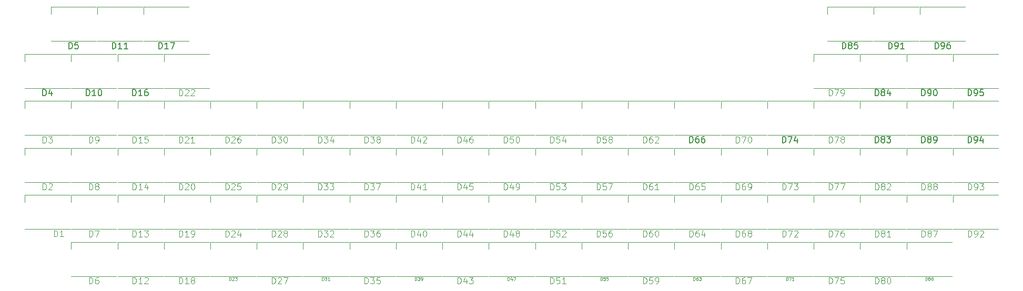
<source format=gbr>
%TF.GenerationSoftware,KiCad,Pcbnew,8.0.3*%
%TF.CreationDate,2024-06-18T13:15:14+02:00*%
%TF.ProjectId,bd1-board,6264312d-626f-4617-9264-2e6b69636164,rev?*%
%TF.SameCoordinates,Original*%
%TF.FileFunction,Legend,Top*%
%TF.FilePolarity,Positive*%
%FSLAX46Y46*%
G04 Gerber Fmt 4.6, Leading zero omitted, Abs format (unit mm)*
G04 Created by KiCad (PCBNEW 8.0.3) date 2024-06-18 13:15:14*
%MOMM*%
%LPD*%
G01*
G04 APERTURE LIST*
%ADD10C,0.125000*%
%ADD11C,0.150000*%
%ADD12C,0.120000*%
G04 APERTURE END LIST*
D10*
X-27476285Y14771880D02*
X-27476285Y15771880D01*
X-27476285Y15771880D02*
X-27238190Y15771880D01*
X-27238190Y15771880D02*
X-27095333Y15724261D01*
X-27095333Y15724261D02*
X-27000095Y15629023D01*
X-27000095Y15629023D02*
X-26952476Y15533785D01*
X-26952476Y15533785D02*
X-26904857Y15343309D01*
X-26904857Y15343309D02*
X-26904857Y15200452D01*
X-26904857Y15200452D02*
X-26952476Y15009976D01*
X-26952476Y15009976D02*
X-27000095Y14914738D01*
X-27000095Y14914738D02*
X-27095333Y14819500D01*
X-27095333Y14819500D02*
X-27238190Y14771880D01*
X-27238190Y14771880D02*
X-27476285Y14771880D01*
X-26047714Y15438547D02*
X-26047714Y14771880D01*
X-26285809Y15819500D02*
X-26523904Y15105214D01*
X-26523904Y15105214D02*
X-25904857Y15105214D01*
X-25476285Y14771880D02*
X-25285809Y14771880D01*
X-25285809Y14771880D02*
X-25190571Y14819500D01*
X-25190571Y14819500D02*
X-25142952Y14867119D01*
X-25142952Y14867119D02*
X-25047714Y15009976D01*
X-25047714Y15009976D02*
X-25000095Y15200452D01*
X-25000095Y15200452D02*
X-25000095Y15581404D01*
X-25000095Y15581404D02*
X-25047714Y15676642D01*
X-25047714Y15676642D02*
X-25095333Y15724261D01*
X-25095333Y15724261D02*
X-25190571Y15771880D01*
X-25190571Y15771880D02*
X-25381047Y15771880D01*
X-25381047Y15771880D02*
X-25476285Y15724261D01*
X-25476285Y15724261D02*
X-25523904Y15676642D01*
X-25523904Y15676642D02*
X-25571523Y15581404D01*
X-25571523Y15581404D02*
X-25571523Y15343309D01*
X-25571523Y15343309D02*
X-25523904Y15248071D01*
X-25523904Y15248071D02*
X-25476285Y15200452D01*
X-25476285Y15200452D02*
X-25381047Y15152833D01*
X-25381047Y15152833D02*
X-25190571Y15152833D01*
X-25190571Y15152833D02*
X-25095333Y15200452D01*
X-25095333Y15200452D02*
X-25047714Y15248071D01*
X-25047714Y15248071D02*
X-25000095Y15343309D01*
D11*
X47233714Y22349180D02*
X47233714Y23349180D01*
X47233714Y23349180D02*
X47471809Y23349180D01*
X47471809Y23349180D02*
X47614666Y23301561D01*
X47614666Y23301561D02*
X47709904Y23206323D01*
X47709904Y23206323D02*
X47757523Y23111085D01*
X47757523Y23111085D02*
X47805142Y22920609D01*
X47805142Y22920609D02*
X47805142Y22777752D01*
X47805142Y22777752D02*
X47757523Y22587276D01*
X47757523Y22587276D02*
X47709904Y22492038D01*
X47709904Y22492038D02*
X47614666Y22396800D01*
X47614666Y22396800D02*
X47471809Y22349180D01*
X47471809Y22349180D02*
X47233714Y22349180D01*
X48281333Y22349180D02*
X48471809Y22349180D01*
X48471809Y22349180D02*
X48567047Y22396800D01*
X48567047Y22396800D02*
X48614666Y22444419D01*
X48614666Y22444419D02*
X48709904Y22587276D01*
X48709904Y22587276D02*
X48757523Y22777752D01*
X48757523Y22777752D02*
X48757523Y23158704D01*
X48757523Y23158704D02*
X48709904Y23253942D01*
X48709904Y23253942D02*
X48662285Y23301561D01*
X48662285Y23301561D02*
X48567047Y23349180D01*
X48567047Y23349180D02*
X48376571Y23349180D01*
X48376571Y23349180D02*
X48281333Y23301561D01*
X48281333Y23301561D02*
X48233714Y23253942D01*
X48233714Y23253942D02*
X48186095Y23158704D01*
X48186095Y23158704D02*
X48186095Y22920609D01*
X48186095Y22920609D02*
X48233714Y22825371D01*
X48233714Y22825371D02*
X48281333Y22777752D01*
X48281333Y22777752D02*
X48376571Y22730133D01*
X48376571Y22730133D02*
X48567047Y22730133D01*
X48567047Y22730133D02*
X48662285Y22777752D01*
X48662285Y22777752D02*
X48709904Y22825371D01*
X48709904Y22825371D02*
X48757523Y22920609D01*
X49614666Y23015847D02*
X49614666Y22349180D01*
X49376571Y23396800D02*
X49138476Y22682514D01*
X49138476Y22682514D02*
X49757523Y22682514D01*
D10*
X17349714Y7201880D02*
X17349714Y8201880D01*
X17349714Y8201880D02*
X17587809Y8201880D01*
X17587809Y8201880D02*
X17730666Y8154261D01*
X17730666Y8154261D02*
X17825904Y8059023D01*
X17825904Y8059023D02*
X17873523Y7963785D01*
X17873523Y7963785D02*
X17921142Y7773309D01*
X17921142Y7773309D02*
X17921142Y7630452D01*
X17921142Y7630452D02*
X17873523Y7439976D01*
X17873523Y7439976D02*
X17825904Y7344738D01*
X17825904Y7344738D02*
X17730666Y7249500D01*
X17730666Y7249500D02*
X17587809Y7201880D01*
X17587809Y7201880D02*
X17349714Y7201880D01*
X18254476Y8201880D02*
X18921142Y8201880D01*
X18921142Y8201880D02*
X18492571Y7201880D01*
X19254476Y8106642D02*
X19302095Y8154261D01*
X19302095Y8154261D02*
X19397333Y8201880D01*
X19397333Y8201880D02*
X19635428Y8201880D01*
X19635428Y8201880D02*
X19730666Y8154261D01*
X19730666Y8154261D02*
X19778285Y8106642D01*
X19778285Y8106642D02*
X19825904Y8011404D01*
X19825904Y8011404D02*
X19825904Y7916166D01*
X19825904Y7916166D02*
X19778285Y7773309D01*
X19778285Y7773309D02*
X19206857Y7201880D01*
X19206857Y7201880D02*
X19825904Y7201880D01*
X-101710094Y22347880D02*
X-101710094Y23347880D01*
X-101710094Y23347880D02*
X-101471999Y23347880D01*
X-101471999Y23347880D02*
X-101329142Y23300261D01*
X-101329142Y23300261D02*
X-101233904Y23205023D01*
X-101233904Y23205023D02*
X-101186285Y23109785D01*
X-101186285Y23109785D02*
X-101138666Y22919309D01*
X-101138666Y22919309D02*
X-101138666Y22776452D01*
X-101138666Y22776452D02*
X-101186285Y22585976D01*
X-101186285Y22585976D02*
X-101233904Y22490738D01*
X-101233904Y22490738D02*
X-101329142Y22395500D01*
X-101329142Y22395500D02*
X-101471999Y22347880D01*
X-101471999Y22347880D02*
X-101710094Y22347880D01*
X-100805332Y23347880D02*
X-100186285Y23347880D01*
X-100186285Y23347880D02*
X-100519618Y22966928D01*
X-100519618Y22966928D02*
X-100376761Y22966928D01*
X-100376761Y22966928D02*
X-100281523Y22919309D01*
X-100281523Y22919309D02*
X-100233904Y22871690D01*
X-100233904Y22871690D02*
X-100186285Y22776452D01*
X-100186285Y22776452D02*
X-100186285Y22538357D01*
X-100186285Y22538357D02*
X-100233904Y22443119D01*
X-100233904Y22443119D02*
X-100281523Y22395500D01*
X-100281523Y22395500D02*
X-100376761Y22347880D01*
X-100376761Y22347880D02*
X-100662475Y22347880D01*
X-100662475Y22347880D02*
X-100757713Y22395500D01*
X-100757713Y22395500D02*
X-100805332Y22443119D01*
X17956857Y171190D02*
X17956857Y671190D01*
X17956857Y671190D02*
X18075905Y671190D01*
X18075905Y671190D02*
X18147333Y647380D01*
X18147333Y647380D02*
X18194952Y599761D01*
X18194952Y599761D02*
X18218762Y552142D01*
X18218762Y552142D02*
X18242571Y456904D01*
X18242571Y456904D02*
X18242571Y385476D01*
X18242571Y385476D02*
X18218762Y290238D01*
X18218762Y290238D02*
X18194952Y242619D01*
X18194952Y242619D02*
X18147333Y195000D01*
X18147333Y195000D02*
X18075905Y171190D01*
X18075905Y171190D02*
X17956857Y171190D01*
X18409238Y671190D02*
X18742571Y671190D01*
X18742571Y671190D02*
X18528286Y171190D01*
X19194952Y171190D02*
X18909238Y171190D01*
X19052095Y171190D02*
X19052095Y671190D01*
X19052095Y671190D02*
X19004476Y599761D01*
X19004476Y599761D02*
X18956857Y552142D01*
X18956857Y552142D02*
X18909238Y528333D01*
X-87244285Y-380119D02*
X-87244285Y619880D01*
X-87244285Y619880D02*
X-87006190Y619880D01*
X-87006190Y619880D02*
X-86863333Y572261D01*
X-86863333Y572261D02*
X-86768095Y477023D01*
X-86768095Y477023D02*
X-86720476Y381785D01*
X-86720476Y381785D02*
X-86672857Y191309D01*
X-86672857Y191309D02*
X-86672857Y48452D01*
X-86672857Y48452D02*
X-86720476Y-142023D01*
X-86720476Y-142023D02*
X-86768095Y-237261D01*
X-86768095Y-237261D02*
X-86863333Y-332500D01*
X-86863333Y-332500D02*
X-87006190Y-380119D01*
X-87006190Y-380119D02*
X-87244285Y-380119D01*
X-85720476Y-380119D02*
X-86291904Y-380119D01*
X-86006190Y-380119D02*
X-86006190Y619880D01*
X-86006190Y619880D02*
X-86101428Y477023D01*
X-86101428Y477023D02*
X-86196666Y381785D01*
X-86196666Y381785D02*
X-86291904Y334166D01*
X-85339523Y524642D02*
X-85291904Y572261D01*
X-85291904Y572261D02*
X-85196666Y619880D01*
X-85196666Y619880D02*
X-84958571Y619880D01*
X-84958571Y619880D02*
X-84863333Y572261D01*
X-84863333Y572261D02*
X-84815714Y524642D01*
X-84815714Y524642D02*
X-84768095Y429404D01*
X-84768095Y429404D02*
X-84768095Y334166D01*
X-84768095Y334166D02*
X-84815714Y191309D01*
X-84815714Y191309D02*
X-85387142Y-380119D01*
X-85387142Y-380119D02*
X-84768095Y-380119D01*
D11*
X39762714Y22349180D02*
X39762714Y23349180D01*
X39762714Y23349180D02*
X40000809Y23349180D01*
X40000809Y23349180D02*
X40143666Y23301561D01*
X40143666Y23301561D02*
X40238904Y23206323D01*
X40238904Y23206323D02*
X40286523Y23111085D01*
X40286523Y23111085D02*
X40334142Y22920609D01*
X40334142Y22920609D02*
X40334142Y22777752D01*
X40334142Y22777752D02*
X40286523Y22587276D01*
X40286523Y22587276D02*
X40238904Y22492038D01*
X40238904Y22492038D02*
X40143666Y22396800D01*
X40143666Y22396800D02*
X40000809Y22349180D01*
X40000809Y22349180D02*
X39762714Y22349180D01*
X40905571Y22920609D02*
X40810333Y22968228D01*
X40810333Y22968228D02*
X40762714Y23015847D01*
X40762714Y23015847D02*
X40715095Y23111085D01*
X40715095Y23111085D02*
X40715095Y23158704D01*
X40715095Y23158704D02*
X40762714Y23253942D01*
X40762714Y23253942D02*
X40810333Y23301561D01*
X40810333Y23301561D02*
X40905571Y23349180D01*
X40905571Y23349180D02*
X41096047Y23349180D01*
X41096047Y23349180D02*
X41191285Y23301561D01*
X41191285Y23301561D02*
X41238904Y23253942D01*
X41238904Y23253942D02*
X41286523Y23158704D01*
X41286523Y23158704D02*
X41286523Y23111085D01*
X41286523Y23111085D02*
X41238904Y23015847D01*
X41238904Y23015847D02*
X41191285Y22968228D01*
X41191285Y22968228D02*
X41096047Y22920609D01*
X41096047Y22920609D02*
X40905571Y22920609D01*
X40905571Y22920609D02*
X40810333Y22872990D01*
X40810333Y22872990D02*
X40762714Y22825371D01*
X40762714Y22825371D02*
X40715095Y22730133D01*
X40715095Y22730133D02*
X40715095Y22539657D01*
X40715095Y22539657D02*
X40762714Y22444419D01*
X40762714Y22444419D02*
X40810333Y22396800D01*
X40810333Y22396800D02*
X40905571Y22349180D01*
X40905571Y22349180D02*
X41096047Y22349180D01*
X41096047Y22349180D02*
X41191285Y22396800D01*
X41191285Y22396800D02*
X41238904Y22444419D01*
X41238904Y22444419D02*
X41286523Y22539657D01*
X41286523Y22539657D02*
X41286523Y22730133D01*
X41286523Y22730133D02*
X41238904Y22825371D01*
X41238904Y22825371D02*
X41191285Y22872990D01*
X41191285Y22872990D02*
X41096047Y22920609D01*
X41762714Y22349180D02*
X41953190Y22349180D01*
X41953190Y22349180D02*
X42048428Y22396800D01*
X42048428Y22396800D02*
X42096047Y22444419D01*
X42096047Y22444419D02*
X42191285Y22587276D01*
X42191285Y22587276D02*
X42238904Y22777752D01*
X42238904Y22777752D02*
X42238904Y23158704D01*
X42238904Y23158704D02*
X42191285Y23253942D01*
X42191285Y23253942D02*
X42143666Y23301561D01*
X42143666Y23301561D02*
X42048428Y23349180D01*
X42048428Y23349180D02*
X41857952Y23349180D01*
X41857952Y23349180D02*
X41762714Y23301561D01*
X41762714Y23301561D02*
X41715095Y23253942D01*
X41715095Y23253942D02*
X41667476Y23158704D01*
X41667476Y23158704D02*
X41667476Y22920609D01*
X41667476Y22920609D02*
X41715095Y22825371D01*
X41715095Y22825371D02*
X41762714Y22777752D01*
X41762714Y22777752D02*
X41857952Y22730133D01*
X41857952Y22730133D02*
X42048428Y22730133D01*
X42048428Y22730133D02*
X42143666Y22777752D01*
X42143666Y22777752D02*
X42191285Y22825371D01*
X42191285Y22825371D02*
X42238904Y22920609D01*
D10*
X-64831285Y-380119D02*
X-64831285Y619880D01*
X-64831285Y619880D02*
X-64593190Y619880D01*
X-64593190Y619880D02*
X-64450333Y572261D01*
X-64450333Y572261D02*
X-64355095Y477023D01*
X-64355095Y477023D02*
X-64307476Y381785D01*
X-64307476Y381785D02*
X-64259857Y191309D01*
X-64259857Y191309D02*
X-64259857Y48452D01*
X-64259857Y48452D02*
X-64307476Y-142023D01*
X-64307476Y-142023D02*
X-64355095Y-237261D01*
X-64355095Y-237261D02*
X-64450333Y-332500D01*
X-64450333Y-332500D02*
X-64593190Y-380119D01*
X-64593190Y-380119D02*
X-64831285Y-380119D01*
X-63878904Y524642D02*
X-63831285Y572261D01*
X-63831285Y572261D02*
X-63736047Y619880D01*
X-63736047Y619880D02*
X-63497952Y619880D01*
X-63497952Y619880D02*
X-63402714Y572261D01*
X-63402714Y572261D02*
X-63355095Y524642D01*
X-63355095Y524642D02*
X-63307476Y429404D01*
X-63307476Y429404D02*
X-63307476Y334166D01*
X-63307476Y334166D02*
X-63355095Y191309D01*
X-63355095Y191309D02*
X-63926523Y-380119D01*
X-63926523Y-380119D02*
X-63307476Y-380119D01*
X-62974142Y619880D02*
X-62307476Y619880D01*
X-62307476Y619880D02*
X-62736047Y-380119D01*
X24820714Y29920880D02*
X24820714Y30920880D01*
X24820714Y30920880D02*
X25058809Y30920880D01*
X25058809Y30920880D02*
X25201666Y30873261D01*
X25201666Y30873261D02*
X25296904Y30778023D01*
X25296904Y30778023D02*
X25344523Y30682785D01*
X25344523Y30682785D02*
X25392142Y30492309D01*
X25392142Y30492309D02*
X25392142Y30349452D01*
X25392142Y30349452D02*
X25344523Y30158976D01*
X25344523Y30158976D02*
X25296904Y30063738D01*
X25296904Y30063738D02*
X25201666Y29968500D01*
X25201666Y29968500D02*
X25058809Y29920880D01*
X25058809Y29920880D02*
X24820714Y29920880D01*
X25725476Y30920880D02*
X26392142Y30920880D01*
X26392142Y30920880D02*
X25963571Y29920880D01*
X26820714Y29920880D02*
X27011190Y29920880D01*
X27011190Y29920880D02*
X27106428Y29968500D01*
X27106428Y29968500D02*
X27154047Y30016119D01*
X27154047Y30016119D02*
X27249285Y30158976D01*
X27249285Y30158976D02*
X27296904Y30349452D01*
X27296904Y30349452D02*
X27296904Y30730404D01*
X27296904Y30730404D02*
X27249285Y30825642D01*
X27249285Y30825642D02*
X27201666Y30873261D01*
X27201666Y30873261D02*
X27106428Y30920880D01*
X27106428Y30920880D02*
X26915952Y30920880D01*
X26915952Y30920880D02*
X26820714Y30873261D01*
X26820714Y30873261D02*
X26773095Y30825642D01*
X26773095Y30825642D02*
X26725476Y30730404D01*
X26725476Y30730404D02*
X26725476Y30492309D01*
X26725476Y30492309D02*
X26773095Y30397071D01*
X26773095Y30397071D02*
X26820714Y30349452D01*
X26820714Y30349452D02*
X26915952Y30301833D01*
X26915952Y30301833D02*
X27106428Y30301833D01*
X27106428Y30301833D02*
X27201666Y30349452D01*
X27201666Y30349452D02*
X27249285Y30397071D01*
X27249285Y30397071D02*
X27296904Y30492309D01*
X-49889285Y-380119D02*
X-49889285Y619880D01*
X-49889285Y619880D02*
X-49651190Y619880D01*
X-49651190Y619880D02*
X-49508333Y572261D01*
X-49508333Y572261D02*
X-49413095Y477023D01*
X-49413095Y477023D02*
X-49365476Y381785D01*
X-49365476Y381785D02*
X-49317857Y191309D01*
X-49317857Y191309D02*
X-49317857Y48452D01*
X-49317857Y48452D02*
X-49365476Y-142023D01*
X-49365476Y-142023D02*
X-49413095Y-237261D01*
X-49413095Y-237261D02*
X-49508333Y-332500D01*
X-49508333Y-332500D02*
X-49651190Y-380119D01*
X-49651190Y-380119D02*
X-49889285Y-380119D01*
X-48984523Y619880D02*
X-48365476Y619880D01*
X-48365476Y619880D02*
X-48698809Y238928D01*
X-48698809Y238928D02*
X-48555952Y238928D01*
X-48555952Y238928D02*
X-48460714Y191309D01*
X-48460714Y191309D02*
X-48413095Y143690D01*
X-48413095Y143690D02*
X-48365476Y48452D01*
X-48365476Y48452D02*
X-48365476Y-189642D01*
X-48365476Y-189642D02*
X-48413095Y-284880D01*
X-48413095Y-284880D02*
X-48460714Y-332500D01*
X-48460714Y-332500D02*
X-48555952Y-380119D01*
X-48555952Y-380119D02*
X-48841666Y-380119D01*
X-48841666Y-380119D02*
X-48936904Y-332500D01*
X-48936904Y-332500D02*
X-48984523Y-284880D01*
X-47460714Y619880D02*
X-47936904Y619880D01*
X-47936904Y619880D02*
X-47984523Y143690D01*
X-47984523Y143690D02*
X-47936904Y191309D01*
X-47936904Y191309D02*
X-47841666Y238928D01*
X-47841666Y238928D02*
X-47603571Y238928D01*
X-47603571Y238928D02*
X-47508333Y191309D01*
X-47508333Y191309D02*
X-47460714Y143690D01*
X-47460714Y143690D02*
X-47413095Y48452D01*
X-47413095Y48452D02*
X-47413095Y-189642D01*
X-47413095Y-189642D02*
X-47460714Y-284880D01*
X-47460714Y-284880D02*
X-47508333Y-332500D01*
X-47508333Y-332500D02*
X-47603571Y-380119D01*
X-47603571Y-380119D02*
X-47841666Y-380119D01*
X-47841666Y-380119D02*
X-47936904Y-332500D01*
X-47936904Y-332500D02*
X-47984523Y-284880D01*
X-64831285Y7201880D02*
X-64831285Y8201880D01*
X-64831285Y8201880D02*
X-64593190Y8201880D01*
X-64593190Y8201880D02*
X-64450333Y8154261D01*
X-64450333Y8154261D02*
X-64355095Y8059023D01*
X-64355095Y8059023D02*
X-64307476Y7963785D01*
X-64307476Y7963785D02*
X-64259857Y7773309D01*
X-64259857Y7773309D02*
X-64259857Y7630452D01*
X-64259857Y7630452D02*
X-64307476Y7439976D01*
X-64307476Y7439976D02*
X-64355095Y7344738D01*
X-64355095Y7344738D02*
X-64450333Y7249500D01*
X-64450333Y7249500D02*
X-64593190Y7201880D01*
X-64593190Y7201880D02*
X-64831285Y7201880D01*
X-63878904Y8106642D02*
X-63831285Y8154261D01*
X-63831285Y8154261D02*
X-63736047Y8201880D01*
X-63736047Y8201880D02*
X-63497952Y8201880D01*
X-63497952Y8201880D02*
X-63402714Y8154261D01*
X-63402714Y8154261D02*
X-63355095Y8106642D01*
X-63355095Y8106642D02*
X-63307476Y8011404D01*
X-63307476Y8011404D02*
X-63307476Y7916166D01*
X-63307476Y7916166D02*
X-63355095Y7773309D01*
X-63355095Y7773309D02*
X-63926523Y7201880D01*
X-63926523Y7201880D02*
X-63307476Y7201880D01*
X-62736047Y7773309D02*
X-62831285Y7820928D01*
X-62831285Y7820928D02*
X-62878904Y7868547D01*
X-62878904Y7868547D02*
X-62926523Y7963785D01*
X-62926523Y7963785D02*
X-62926523Y8011404D01*
X-62926523Y8011404D02*
X-62878904Y8106642D01*
X-62878904Y8106642D02*
X-62831285Y8154261D01*
X-62831285Y8154261D02*
X-62736047Y8201880D01*
X-62736047Y8201880D02*
X-62545571Y8201880D01*
X-62545571Y8201880D02*
X-62450333Y8154261D01*
X-62450333Y8154261D02*
X-62402714Y8106642D01*
X-62402714Y8106642D02*
X-62355095Y8011404D01*
X-62355095Y8011404D02*
X-62355095Y7963785D01*
X-62355095Y7963785D02*
X-62402714Y7868547D01*
X-62402714Y7868547D02*
X-62450333Y7820928D01*
X-62450333Y7820928D02*
X-62545571Y7773309D01*
X-62545571Y7773309D02*
X-62736047Y7773309D01*
X-62736047Y7773309D02*
X-62831285Y7725690D01*
X-62831285Y7725690D02*
X-62878904Y7678071D01*
X-62878904Y7678071D02*
X-62926523Y7582833D01*
X-62926523Y7582833D02*
X-62926523Y7392357D01*
X-62926523Y7392357D02*
X-62878904Y7297119D01*
X-62878904Y7297119D02*
X-62831285Y7249500D01*
X-62831285Y7249500D02*
X-62736047Y7201880D01*
X-62736047Y7201880D02*
X-62545571Y7201880D01*
X-62545571Y7201880D02*
X-62450333Y7249500D01*
X-62450333Y7249500D02*
X-62402714Y7297119D01*
X-62402714Y7297119D02*
X-62355095Y7392357D01*
X-62355095Y7392357D02*
X-62355095Y7582833D01*
X-62355095Y7582833D02*
X-62402714Y7678071D01*
X-62402714Y7678071D02*
X-62450333Y7725690D01*
X-62450333Y7725690D02*
X-62545571Y7773309D01*
D11*
X-97508094Y37497180D02*
X-97508094Y38497180D01*
X-97508094Y38497180D02*
X-97269999Y38497180D01*
X-97269999Y38497180D02*
X-97127142Y38449561D01*
X-97127142Y38449561D02*
X-97031904Y38354323D01*
X-97031904Y38354323D02*
X-96984285Y38259085D01*
X-96984285Y38259085D02*
X-96936666Y38068609D01*
X-96936666Y38068609D02*
X-96936666Y37925752D01*
X-96936666Y37925752D02*
X-96984285Y37735276D01*
X-96984285Y37735276D02*
X-97031904Y37640038D01*
X-97031904Y37640038D02*
X-97127142Y37544800D01*
X-97127142Y37544800D02*
X-97269999Y37497180D01*
X-97269999Y37497180D02*
X-97508094Y37497180D01*
X-96031904Y38497180D02*
X-96508094Y38497180D01*
X-96508094Y38497180D02*
X-96555713Y38020990D01*
X-96555713Y38020990D02*
X-96508094Y38068609D01*
X-96508094Y38068609D02*
X-96412856Y38116228D01*
X-96412856Y38116228D02*
X-96174761Y38116228D01*
X-96174761Y38116228D02*
X-96079523Y38068609D01*
X-96079523Y38068609D02*
X-96031904Y38020990D01*
X-96031904Y38020990D02*
X-95984285Y37925752D01*
X-95984285Y37925752D02*
X-95984285Y37687657D01*
X-95984285Y37687657D02*
X-96031904Y37592419D01*
X-96031904Y37592419D02*
X-96079523Y37544800D01*
X-96079523Y37544800D02*
X-96174761Y37497180D01*
X-96174761Y37497180D02*
X-96412856Y37497180D01*
X-96412856Y37497180D02*
X-96508094Y37544800D01*
X-96508094Y37544800D02*
X-96555713Y37592419D01*
D10*
X-20005285Y-380119D02*
X-20005285Y619880D01*
X-20005285Y619880D02*
X-19767190Y619880D01*
X-19767190Y619880D02*
X-19624333Y572261D01*
X-19624333Y572261D02*
X-19529095Y477023D01*
X-19529095Y477023D02*
X-19481476Y381785D01*
X-19481476Y381785D02*
X-19433857Y191309D01*
X-19433857Y191309D02*
X-19433857Y48452D01*
X-19433857Y48452D02*
X-19481476Y-142023D01*
X-19481476Y-142023D02*
X-19529095Y-237261D01*
X-19529095Y-237261D02*
X-19624333Y-332500D01*
X-19624333Y-332500D02*
X-19767190Y-380119D01*
X-19767190Y-380119D02*
X-20005285Y-380119D01*
X-18529095Y619880D02*
X-19005285Y619880D01*
X-19005285Y619880D02*
X-19052904Y143690D01*
X-19052904Y143690D02*
X-19005285Y191309D01*
X-19005285Y191309D02*
X-18910047Y238928D01*
X-18910047Y238928D02*
X-18671952Y238928D01*
X-18671952Y238928D02*
X-18576714Y191309D01*
X-18576714Y191309D02*
X-18529095Y143690D01*
X-18529095Y143690D02*
X-18481476Y48452D01*
X-18481476Y48452D02*
X-18481476Y-189642D01*
X-18481476Y-189642D02*
X-18529095Y-284880D01*
X-18529095Y-284880D02*
X-18576714Y-332500D01*
X-18576714Y-332500D02*
X-18671952Y-380119D01*
X-18671952Y-380119D02*
X-18910047Y-380119D01*
X-18910047Y-380119D02*
X-19005285Y-332500D01*
X-19005285Y-332500D02*
X-19052904Y-284880D01*
X-17529095Y-380119D02*
X-18100523Y-380119D01*
X-17814809Y-380119D02*
X-17814809Y619880D01*
X-17814809Y619880D02*
X-17910047Y477023D01*
X-17910047Y477023D02*
X-18005285Y381785D01*
X-18005285Y381785D02*
X-18100523Y334166D01*
X47233714Y7201880D02*
X47233714Y8201880D01*
X47233714Y8201880D02*
X47471809Y8201880D01*
X47471809Y8201880D02*
X47614666Y8154261D01*
X47614666Y8154261D02*
X47709904Y8059023D01*
X47709904Y8059023D02*
X47757523Y7963785D01*
X47757523Y7963785D02*
X47805142Y7773309D01*
X47805142Y7773309D02*
X47805142Y7630452D01*
X47805142Y7630452D02*
X47757523Y7439976D01*
X47757523Y7439976D02*
X47709904Y7344738D01*
X47709904Y7344738D02*
X47614666Y7249500D01*
X47614666Y7249500D02*
X47471809Y7201880D01*
X47471809Y7201880D02*
X47233714Y7201880D01*
X48281333Y7201880D02*
X48471809Y7201880D01*
X48471809Y7201880D02*
X48567047Y7249500D01*
X48567047Y7249500D02*
X48614666Y7297119D01*
X48614666Y7297119D02*
X48709904Y7439976D01*
X48709904Y7439976D02*
X48757523Y7630452D01*
X48757523Y7630452D02*
X48757523Y8011404D01*
X48757523Y8011404D02*
X48709904Y8106642D01*
X48709904Y8106642D02*
X48662285Y8154261D01*
X48662285Y8154261D02*
X48567047Y8201880D01*
X48567047Y8201880D02*
X48376571Y8201880D01*
X48376571Y8201880D02*
X48281333Y8154261D01*
X48281333Y8154261D02*
X48233714Y8106642D01*
X48233714Y8106642D02*
X48186095Y8011404D01*
X48186095Y8011404D02*
X48186095Y7773309D01*
X48186095Y7773309D02*
X48233714Y7678071D01*
X48233714Y7678071D02*
X48281333Y7630452D01*
X48281333Y7630452D02*
X48376571Y7582833D01*
X48376571Y7582833D02*
X48567047Y7582833D01*
X48567047Y7582833D02*
X48662285Y7630452D01*
X48662285Y7630452D02*
X48709904Y7678071D01*
X48709904Y7678071D02*
X48757523Y7773309D01*
X49138476Y8106642D02*
X49186095Y8154261D01*
X49186095Y8154261D02*
X49281333Y8201880D01*
X49281333Y8201880D02*
X49519428Y8201880D01*
X49519428Y8201880D02*
X49614666Y8154261D01*
X49614666Y8154261D02*
X49662285Y8106642D01*
X49662285Y8106642D02*
X49709904Y8011404D01*
X49709904Y8011404D02*
X49709904Y7916166D01*
X49709904Y7916166D02*
X49662285Y7773309D01*
X49662285Y7773309D02*
X49090857Y7201880D01*
X49090857Y7201880D02*
X49709904Y7201880D01*
X-20005285Y7201880D02*
X-20005285Y8201880D01*
X-20005285Y8201880D02*
X-19767190Y8201880D01*
X-19767190Y8201880D02*
X-19624333Y8154261D01*
X-19624333Y8154261D02*
X-19529095Y8059023D01*
X-19529095Y8059023D02*
X-19481476Y7963785D01*
X-19481476Y7963785D02*
X-19433857Y7773309D01*
X-19433857Y7773309D02*
X-19433857Y7630452D01*
X-19433857Y7630452D02*
X-19481476Y7439976D01*
X-19481476Y7439976D02*
X-19529095Y7344738D01*
X-19529095Y7344738D02*
X-19624333Y7249500D01*
X-19624333Y7249500D02*
X-19767190Y7201880D01*
X-19767190Y7201880D02*
X-20005285Y7201880D01*
X-18529095Y8201880D02*
X-19005285Y8201880D01*
X-19005285Y8201880D02*
X-19052904Y7725690D01*
X-19052904Y7725690D02*
X-19005285Y7773309D01*
X-19005285Y7773309D02*
X-18910047Y7820928D01*
X-18910047Y7820928D02*
X-18671952Y7820928D01*
X-18671952Y7820928D02*
X-18576714Y7773309D01*
X-18576714Y7773309D02*
X-18529095Y7725690D01*
X-18529095Y7725690D02*
X-18481476Y7630452D01*
X-18481476Y7630452D02*
X-18481476Y7392357D01*
X-18481476Y7392357D02*
X-18529095Y7297119D01*
X-18529095Y7297119D02*
X-18576714Y7249500D01*
X-18576714Y7249500D02*
X-18671952Y7201880D01*
X-18671952Y7201880D02*
X-18910047Y7201880D01*
X-18910047Y7201880D02*
X-19005285Y7249500D01*
X-19005285Y7249500D02*
X-19052904Y7297119D01*
X-18100523Y8106642D02*
X-18052904Y8154261D01*
X-18052904Y8154261D02*
X-17957666Y8201880D01*
X-17957666Y8201880D02*
X-17719571Y8201880D01*
X-17719571Y8201880D02*
X-17624333Y8154261D01*
X-17624333Y8154261D02*
X-17576714Y8106642D01*
X-17576714Y8106642D02*
X-17529095Y8011404D01*
X-17529095Y8011404D02*
X-17529095Y7916166D01*
X-17529095Y7916166D02*
X-17576714Y7773309D01*
X-17576714Y7773309D02*
X-18148142Y7201880D01*
X-18148142Y7201880D02*
X-17529095Y7201880D01*
X-64831285Y22347880D02*
X-64831285Y23347880D01*
X-64831285Y23347880D02*
X-64593190Y23347880D01*
X-64593190Y23347880D02*
X-64450333Y23300261D01*
X-64450333Y23300261D02*
X-64355095Y23205023D01*
X-64355095Y23205023D02*
X-64307476Y23109785D01*
X-64307476Y23109785D02*
X-64259857Y22919309D01*
X-64259857Y22919309D02*
X-64259857Y22776452D01*
X-64259857Y22776452D02*
X-64307476Y22585976D01*
X-64307476Y22585976D02*
X-64355095Y22490738D01*
X-64355095Y22490738D02*
X-64450333Y22395500D01*
X-64450333Y22395500D02*
X-64593190Y22347880D01*
X-64593190Y22347880D02*
X-64831285Y22347880D01*
X-63926523Y23347880D02*
X-63307476Y23347880D01*
X-63307476Y23347880D02*
X-63640809Y22966928D01*
X-63640809Y22966928D02*
X-63497952Y22966928D01*
X-63497952Y22966928D02*
X-63402714Y22919309D01*
X-63402714Y22919309D02*
X-63355095Y22871690D01*
X-63355095Y22871690D02*
X-63307476Y22776452D01*
X-63307476Y22776452D02*
X-63307476Y22538357D01*
X-63307476Y22538357D02*
X-63355095Y22443119D01*
X-63355095Y22443119D02*
X-63402714Y22395500D01*
X-63402714Y22395500D02*
X-63497952Y22347880D01*
X-63497952Y22347880D02*
X-63783666Y22347880D01*
X-63783666Y22347880D02*
X-63878904Y22395500D01*
X-63878904Y22395500D02*
X-63926523Y22443119D01*
X-62688428Y23347880D02*
X-62593190Y23347880D01*
X-62593190Y23347880D02*
X-62497952Y23300261D01*
X-62497952Y23300261D02*
X-62450333Y23252642D01*
X-62450333Y23252642D02*
X-62402714Y23157404D01*
X-62402714Y23157404D02*
X-62355095Y22966928D01*
X-62355095Y22966928D02*
X-62355095Y22728833D01*
X-62355095Y22728833D02*
X-62402714Y22538357D01*
X-62402714Y22538357D02*
X-62450333Y22443119D01*
X-62450333Y22443119D02*
X-62497952Y22395500D01*
X-62497952Y22395500D02*
X-62593190Y22347880D01*
X-62593190Y22347880D02*
X-62688428Y22347880D01*
X-62688428Y22347880D02*
X-62783666Y22395500D01*
X-62783666Y22395500D02*
X-62831285Y22443119D01*
X-62831285Y22443119D02*
X-62878904Y22538357D01*
X-62878904Y22538357D02*
X-62926523Y22728833D01*
X-62926523Y22728833D02*
X-62926523Y22966928D01*
X-62926523Y22966928D02*
X-62878904Y23157404D01*
X-62878904Y23157404D02*
X-62831285Y23252642D01*
X-62831285Y23252642D02*
X-62783666Y23300261D01*
X-62783666Y23300261D02*
X-62688428Y23347880D01*
X9878714Y7201880D02*
X9878714Y8201880D01*
X9878714Y8201880D02*
X10116809Y8201880D01*
X10116809Y8201880D02*
X10259666Y8154261D01*
X10259666Y8154261D02*
X10354904Y8059023D01*
X10354904Y8059023D02*
X10402523Y7963785D01*
X10402523Y7963785D02*
X10450142Y7773309D01*
X10450142Y7773309D02*
X10450142Y7630452D01*
X10450142Y7630452D02*
X10402523Y7439976D01*
X10402523Y7439976D02*
X10354904Y7344738D01*
X10354904Y7344738D02*
X10259666Y7249500D01*
X10259666Y7249500D02*
X10116809Y7201880D01*
X10116809Y7201880D02*
X9878714Y7201880D01*
X11307285Y8201880D02*
X11116809Y8201880D01*
X11116809Y8201880D02*
X11021571Y8154261D01*
X11021571Y8154261D02*
X10973952Y8106642D01*
X10973952Y8106642D02*
X10878714Y7963785D01*
X10878714Y7963785D02*
X10831095Y7773309D01*
X10831095Y7773309D02*
X10831095Y7392357D01*
X10831095Y7392357D02*
X10878714Y7297119D01*
X10878714Y7297119D02*
X10926333Y7249500D01*
X10926333Y7249500D02*
X11021571Y7201880D01*
X11021571Y7201880D02*
X11212047Y7201880D01*
X11212047Y7201880D02*
X11307285Y7249500D01*
X11307285Y7249500D02*
X11354904Y7297119D01*
X11354904Y7297119D02*
X11402523Y7392357D01*
X11402523Y7392357D02*
X11402523Y7630452D01*
X11402523Y7630452D02*
X11354904Y7725690D01*
X11354904Y7725690D02*
X11307285Y7773309D01*
X11307285Y7773309D02*
X11212047Y7820928D01*
X11212047Y7820928D02*
X11021571Y7820928D01*
X11021571Y7820928D02*
X10926333Y7773309D01*
X10926333Y7773309D02*
X10878714Y7725690D01*
X10878714Y7725690D02*
X10831095Y7630452D01*
X11973952Y7773309D02*
X11878714Y7820928D01*
X11878714Y7820928D02*
X11831095Y7868547D01*
X11831095Y7868547D02*
X11783476Y7963785D01*
X11783476Y7963785D02*
X11783476Y8011404D01*
X11783476Y8011404D02*
X11831095Y8106642D01*
X11831095Y8106642D02*
X11878714Y8154261D01*
X11878714Y8154261D02*
X11973952Y8201880D01*
X11973952Y8201880D02*
X12164428Y8201880D01*
X12164428Y8201880D02*
X12259666Y8154261D01*
X12259666Y8154261D02*
X12307285Y8106642D01*
X12307285Y8106642D02*
X12354904Y8011404D01*
X12354904Y8011404D02*
X12354904Y7963785D01*
X12354904Y7963785D02*
X12307285Y7868547D01*
X12307285Y7868547D02*
X12259666Y7820928D01*
X12259666Y7820928D02*
X12164428Y7773309D01*
X12164428Y7773309D02*
X11973952Y7773309D01*
X11973952Y7773309D02*
X11878714Y7725690D01*
X11878714Y7725690D02*
X11831095Y7678071D01*
X11831095Y7678071D02*
X11783476Y7582833D01*
X11783476Y7582833D02*
X11783476Y7392357D01*
X11783476Y7392357D02*
X11831095Y7297119D01*
X11831095Y7297119D02*
X11878714Y7249500D01*
X11878714Y7249500D02*
X11973952Y7201880D01*
X11973952Y7201880D02*
X12164428Y7201880D01*
X12164428Y7201880D02*
X12259666Y7249500D01*
X12259666Y7249500D02*
X12307285Y7297119D01*
X12307285Y7297119D02*
X12354904Y7392357D01*
X12354904Y7392357D02*
X12354904Y7582833D01*
X12354904Y7582833D02*
X12307285Y7678071D01*
X12307285Y7678071D02*
X12259666Y7725690D01*
X12259666Y7725690D02*
X12164428Y7773309D01*
X-12534285Y7201880D02*
X-12534285Y8201880D01*
X-12534285Y8201880D02*
X-12296190Y8201880D01*
X-12296190Y8201880D02*
X-12153333Y8154261D01*
X-12153333Y8154261D02*
X-12058095Y8059023D01*
X-12058095Y8059023D02*
X-12010476Y7963785D01*
X-12010476Y7963785D02*
X-11962857Y7773309D01*
X-11962857Y7773309D02*
X-11962857Y7630452D01*
X-11962857Y7630452D02*
X-12010476Y7439976D01*
X-12010476Y7439976D02*
X-12058095Y7344738D01*
X-12058095Y7344738D02*
X-12153333Y7249500D01*
X-12153333Y7249500D02*
X-12296190Y7201880D01*
X-12296190Y7201880D02*
X-12534285Y7201880D01*
X-11058095Y8201880D02*
X-11534285Y8201880D01*
X-11534285Y8201880D02*
X-11581904Y7725690D01*
X-11581904Y7725690D02*
X-11534285Y7773309D01*
X-11534285Y7773309D02*
X-11439047Y7820928D01*
X-11439047Y7820928D02*
X-11200952Y7820928D01*
X-11200952Y7820928D02*
X-11105714Y7773309D01*
X-11105714Y7773309D02*
X-11058095Y7725690D01*
X-11058095Y7725690D02*
X-11010476Y7630452D01*
X-11010476Y7630452D02*
X-11010476Y7392357D01*
X-11010476Y7392357D02*
X-11058095Y7297119D01*
X-11058095Y7297119D02*
X-11105714Y7249500D01*
X-11105714Y7249500D02*
X-11200952Y7201880D01*
X-11200952Y7201880D02*
X-11439047Y7201880D01*
X-11439047Y7201880D02*
X-11534285Y7249500D01*
X-11534285Y7249500D02*
X-11581904Y7297119D01*
X-10153333Y8201880D02*
X-10343809Y8201880D01*
X-10343809Y8201880D02*
X-10439047Y8154261D01*
X-10439047Y8154261D02*
X-10486666Y8106642D01*
X-10486666Y8106642D02*
X-10581904Y7963785D01*
X-10581904Y7963785D02*
X-10629523Y7773309D01*
X-10629523Y7773309D02*
X-10629523Y7392357D01*
X-10629523Y7392357D02*
X-10581904Y7297119D01*
X-10581904Y7297119D02*
X-10534285Y7249500D01*
X-10534285Y7249500D02*
X-10439047Y7201880D01*
X-10439047Y7201880D02*
X-10248571Y7201880D01*
X-10248571Y7201880D02*
X-10153333Y7249500D01*
X-10153333Y7249500D02*
X-10105714Y7297119D01*
X-10105714Y7297119D02*
X-10058095Y7392357D01*
X-10058095Y7392357D02*
X-10058095Y7630452D01*
X-10058095Y7630452D02*
X-10105714Y7725690D01*
X-10105714Y7725690D02*
X-10153333Y7773309D01*
X-10153333Y7773309D02*
X-10248571Y7820928D01*
X-10248571Y7820928D02*
X-10439047Y7820928D01*
X-10439047Y7820928D02*
X-10534285Y7773309D01*
X-10534285Y7773309D02*
X-10581904Y7725690D01*
X-10581904Y7725690D02*
X-10629523Y7630452D01*
X-79773285Y22347880D02*
X-79773285Y23347880D01*
X-79773285Y23347880D02*
X-79535190Y23347880D01*
X-79535190Y23347880D02*
X-79392333Y23300261D01*
X-79392333Y23300261D02*
X-79297095Y23205023D01*
X-79297095Y23205023D02*
X-79249476Y23109785D01*
X-79249476Y23109785D02*
X-79201857Y22919309D01*
X-79201857Y22919309D02*
X-79201857Y22776452D01*
X-79201857Y22776452D02*
X-79249476Y22585976D01*
X-79249476Y22585976D02*
X-79297095Y22490738D01*
X-79297095Y22490738D02*
X-79392333Y22395500D01*
X-79392333Y22395500D02*
X-79535190Y22347880D01*
X-79535190Y22347880D02*
X-79773285Y22347880D01*
X-78820904Y23252642D02*
X-78773285Y23300261D01*
X-78773285Y23300261D02*
X-78678047Y23347880D01*
X-78678047Y23347880D02*
X-78439952Y23347880D01*
X-78439952Y23347880D02*
X-78344714Y23300261D01*
X-78344714Y23300261D02*
X-78297095Y23252642D01*
X-78297095Y23252642D02*
X-78249476Y23157404D01*
X-78249476Y23157404D02*
X-78249476Y23062166D01*
X-78249476Y23062166D02*
X-78297095Y22919309D01*
X-78297095Y22919309D02*
X-78868523Y22347880D01*
X-78868523Y22347880D02*
X-78249476Y22347880D01*
X-77297095Y22347880D02*
X-77868523Y22347880D01*
X-77582809Y22347880D02*
X-77582809Y23347880D01*
X-77582809Y23347880D02*
X-77678047Y23205023D01*
X-77678047Y23205023D02*
X-77773285Y23109785D01*
X-77773285Y23109785D02*
X-77868523Y23062166D01*
X39762714Y14771880D02*
X39762714Y15771880D01*
X39762714Y15771880D02*
X40000809Y15771880D01*
X40000809Y15771880D02*
X40143666Y15724261D01*
X40143666Y15724261D02*
X40238904Y15629023D01*
X40238904Y15629023D02*
X40286523Y15533785D01*
X40286523Y15533785D02*
X40334142Y15343309D01*
X40334142Y15343309D02*
X40334142Y15200452D01*
X40334142Y15200452D02*
X40286523Y15009976D01*
X40286523Y15009976D02*
X40238904Y14914738D01*
X40238904Y14914738D02*
X40143666Y14819500D01*
X40143666Y14819500D02*
X40000809Y14771880D01*
X40000809Y14771880D02*
X39762714Y14771880D01*
X40905571Y15343309D02*
X40810333Y15390928D01*
X40810333Y15390928D02*
X40762714Y15438547D01*
X40762714Y15438547D02*
X40715095Y15533785D01*
X40715095Y15533785D02*
X40715095Y15581404D01*
X40715095Y15581404D02*
X40762714Y15676642D01*
X40762714Y15676642D02*
X40810333Y15724261D01*
X40810333Y15724261D02*
X40905571Y15771880D01*
X40905571Y15771880D02*
X41096047Y15771880D01*
X41096047Y15771880D02*
X41191285Y15724261D01*
X41191285Y15724261D02*
X41238904Y15676642D01*
X41238904Y15676642D02*
X41286523Y15581404D01*
X41286523Y15581404D02*
X41286523Y15533785D01*
X41286523Y15533785D02*
X41238904Y15438547D01*
X41238904Y15438547D02*
X41191285Y15390928D01*
X41191285Y15390928D02*
X41096047Y15343309D01*
X41096047Y15343309D02*
X40905571Y15343309D01*
X40905571Y15343309D02*
X40810333Y15295690D01*
X40810333Y15295690D02*
X40762714Y15248071D01*
X40762714Y15248071D02*
X40715095Y15152833D01*
X40715095Y15152833D02*
X40715095Y14962357D01*
X40715095Y14962357D02*
X40762714Y14867119D01*
X40762714Y14867119D02*
X40810333Y14819500D01*
X40810333Y14819500D02*
X40905571Y14771880D01*
X40905571Y14771880D02*
X41096047Y14771880D01*
X41096047Y14771880D02*
X41191285Y14819500D01*
X41191285Y14819500D02*
X41238904Y14867119D01*
X41238904Y14867119D02*
X41286523Y14962357D01*
X41286523Y14962357D02*
X41286523Y15152833D01*
X41286523Y15152833D02*
X41238904Y15248071D01*
X41238904Y15248071D02*
X41191285Y15295690D01*
X41191285Y15295690D02*
X41096047Y15343309D01*
X41857952Y15343309D02*
X41762714Y15390928D01*
X41762714Y15390928D02*
X41715095Y15438547D01*
X41715095Y15438547D02*
X41667476Y15533785D01*
X41667476Y15533785D02*
X41667476Y15581404D01*
X41667476Y15581404D02*
X41715095Y15676642D01*
X41715095Y15676642D02*
X41762714Y15724261D01*
X41762714Y15724261D02*
X41857952Y15771880D01*
X41857952Y15771880D02*
X42048428Y15771880D01*
X42048428Y15771880D02*
X42143666Y15724261D01*
X42143666Y15724261D02*
X42191285Y15676642D01*
X42191285Y15676642D02*
X42238904Y15581404D01*
X42238904Y15581404D02*
X42238904Y15533785D01*
X42238904Y15533785D02*
X42191285Y15438547D01*
X42191285Y15438547D02*
X42143666Y15390928D01*
X42143666Y15390928D02*
X42048428Y15343309D01*
X42048428Y15343309D02*
X41857952Y15343309D01*
X41857952Y15343309D02*
X41762714Y15295690D01*
X41762714Y15295690D02*
X41715095Y15248071D01*
X41715095Y15248071D02*
X41667476Y15152833D01*
X41667476Y15152833D02*
X41667476Y14962357D01*
X41667476Y14962357D02*
X41715095Y14867119D01*
X41715095Y14867119D02*
X41762714Y14819500D01*
X41762714Y14819500D02*
X41857952Y14771880D01*
X41857952Y14771880D02*
X42048428Y14771880D01*
X42048428Y14771880D02*
X42143666Y14819500D01*
X42143666Y14819500D02*
X42191285Y14867119D01*
X42191285Y14867119D02*
X42238904Y14962357D01*
X42238904Y14962357D02*
X42238904Y15152833D01*
X42238904Y15152833D02*
X42191285Y15248071D01*
X42191285Y15248071D02*
X42143666Y15295690D01*
X42143666Y15295690D02*
X42048428Y15343309D01*
X-94239094Y14771880D02*
X-94239094Y15771880D01*
X-94239094Y15771880D02*
X-94000999Y15771880D01*
X-94000999Y15771880D02*
X-93858142Y15724261D01*
X-93858142Y15724261D02*
X-93762904Y15629023D01*
X-93762904Y15629023D02*
X-93715285Y15533785D01*
X-93715285Y15533785D02*
X-93667666Y15343309D01*
X-93667666Y15343309D02*
X-93667666Y15200452D01*
X-93667666Y15200452D02*
X-93715285Y15009976D01*
X-93715285Y15009976D02*
X-93762904Y14914738D01*
X-93762904Y14914738D02*
X-93858142Y14819500D01*
X-93858142Y14819500D02*
X-94000999Y14771880D01*
X-94000999Y14771880D02*
X-94239094Y14771880D01*
X-93096237Y15343309D02*
X-93191475Y15390928D01*
X-93191475Y15390928D02*
X-93239094Y15438547D01*
X-93239094Y15438547D02*
X-93286713Y15533785D01*
X-93286713Y15533785D02*
X-93286713Y15581404D01*
X-93286713Y15581404D02*
X-93239094Y15676642D01*
X-93239094Y15676642D02*
X-93191475Y15724261D01*
X-93191475Y15724261D02*
X-93096237Y15771880D01*
X-93096237Y15771880D02*
X-92905761Y15771880D01*
X-92905761Y15771880D02*
X-92810523Y15724261D01*
X-92810523Y15724261D02*
X-92762904Y15676642D01*
X-92762904Y15676642D02*
X-92715285Y15581404D01*
X-92715285Y15581404D02*
X-92715285Y15533785D01*
X-92715285Y15533785D02*
X-92762904Y15438547D01*
X-92762904Y15438547D02*
X-92810523Y15390928D01*
X-92810523Y15390928D02*
X-92905761Y15343309D01*
X-92905761Y15343309D02*
X-93096237Y15343309D01*
X-93096237Y15343309D02*
X-93191475Y15295690D01*
X-93191475Y15295690D02*
X-93239094Y15248071D01*
X-93239094Y15248071D02*
X-93286713Y15152833D01*
X-93286713Y15152833D02*
X-93286713Y14962357D01*
X-93286713Y14962357D02*
X-93239094Y14867119D01*
X-93239094Y14867119D02*
X-93191475Y14819500D01*
X-93191475Y14819500D02*
X-93096237Y14771880D01*
X-93096237Y14771880D02*
X-92905761Y14771880D01*
X-92905761Y14771880D02*
X-92810523Y14819500D01*
X-92810523Y14819500D02*
X-92762904Y14867119D01*
X-92762904Y14867119D02*
X-92715285Y14962357D01*
X-92715285Y14962357D02*
X-92715285Y15152833D01*
X-92715285Y15152833D02*
X-92762904Y15248071D01*
X-92762904Y15248071D02*
X-92810523Y15295690D01*
X-92810523Y15295690D02*
X-92905761Y15343309D01*
X-42418285Y7201880D02*
X-42418285Y8201880D01*
X-42418285Y8201880D02*
X-42180190Y8201880D01*
X-42180190Y8201880D02*
X-42037333Y8154261D01*
X-42037333Y8154261D02*
X-41942095Y8059023D01*
X-41942095Y8059023D02*
X-41894476Y7963785D01*
X-41894476Y7963785D02*
X-41846857Y7773309D01*
X-41846857Y7773309D02*
X-41846857Y7630452D01*
X-41846857Y7630452D02*
X-41894476Y7439976D01*
X-41894476Y7439976D02*
X-41942095Y7344738D01*
X-41942095Y7344738D02*
X-42037333Y7249500D01*
X-42037333Y7249500D02*
X-42180190Y7201880D01*
X-42180190Y7201880D02*
X-42418285Y7201880D01*
X-40989714Y7868547D02*
X-40989714Y7201880D01*
X-41227809Y8249500D02*
X-41465904Y7535214D01*
X-41465904Y7535214D02*
X-40846857Y7535214D01*
X-40275428Y8201880D02*
X-40180190Y8201880D01*
X-40180190Y8201880D02*
X-40084952Y8154261D01*
X-40084952Y8154261D02*
X-40037333Y8106642D01*
X-40037333Y8106642D02*
X-39989714Y8011404D01*
X-39989714Y8011404D02*
X-39942095Y7820928D01*
X-39942095Y7820928D02*
X-39942095Y7582833D01*
X-39942095Y7582833D02*
X-39989714Y7392357D01*
X-39989714Y7392357D02*
X-40037333Y7297119D01*
X-40037333Y7297119D02*
X-40084952Y7249500D01*
X-40084952Y7249500D02*
X-40180190Y7201880D01*
X-40180190Y7201880D02*
X-40275428Y7201880D01*
X-40275428Y7201880D02*
X-40370666Y7249500D01*
X-40370666Y7249500D02*
X-40418285Y7297119D01*
X-40418285Y7297119D02*
X-40465904Y7392357D01*
X-40465904Y7392357D02*
X-40513523Y7582833D01*
X-40513523Y7582833D02*
X-40513523Y7820928D01*
X-40513523Y7820928D02*
X-40465904Y8011404D01*
X-40465904Y8011404D02*
X-40418285Y8106642D01*
X-40418285Y8106642D02*
X-40370666Y8154261D01*
X-40370666Y8154261D02*
X-40275428Y8201880D01*
X-41811142Y171190D02*
X-41811142Y671190D01*
X-41811142Y671190D02*
X-41692094Y671190D01*
X-41692094Y671190D02*
X-41620666Y647380D01*
X-41620666Y647380D02*
X-41573047Y599761D01*
X-41573047Y599761D02*
X-41549237Y552142D01*
X-41549237Y552142D02*
X-41525428Y456904D01*
X-41525428Y456904D02*
X-41525428Y385476D01*
X-41525428Y385476D02*
X-41549237Y290238D01*
X-41549237Y290238D02*
X-41573047Y242619D01*
X-41573047Y242619D02*
X-41620666Y195000D01*
X-41620666Y195000D02*
X-41692094Y171190D01*
X-41692094Y171190D02*
X-41811142Y171190D01*
X-41358761Y671190D02*
X-41049237Y671190D01*
X-41049237Y671190D02*
X-41215904Y480714D01*
X-41215904Y480714D02*
X-41144475Y480714D01*
X-41144475Y480714D02*
X-41096856Y456904D01*
X-41096856Y456904D02*
X-41073047Y433095D01*
X-41073047Y433095D02*
X-41049237Y385476D01*
X-41049237Y385476D02*
X-41049237Y266428D01*
X-41049237Y266428D02*
X-41073047Y218809D01*
X-41073047Y218809D02*
X-41096856Y195000D01*
X-41096856Y195000D02*
X-41144475Y171190D01*
X-41144475Y171190D02*
X-41287332Y171190D01*
X-41287332Y171190D02*
X-41334951Y195000D01*
X-41334951Y195000D02*
X-41358761Y218809D01*
X-40811142Y171190D02*
X-40715904Y171190D01*
X-40715904Y171190D02*
X-40668285Y195000D01*
X-40668285Y195000D02*
X-40644476Y218809D01*
X-40644476Y218809D02*
X-40596857Y290238D01*
X-40596857Y290238D02*
X-40573047Y385476D01*
X-40573047Y385476D02*
X-40573047Y575952D01*
X-40573047Y575952D02*
X-40596857Y623571D01*
X-40596857Y623571D02*
X-40620666Y647380D01*
X-40620666Y647380D02*
X-40668285Y671190D01*
X-40668285Y671190D02*
X-40763523Y671190D01*
X-40763523Y671190D02*
X-40811142Y647380D01*
X-40811142Y647380D02*
X-40834952Y623571D01*
X-40834952Y623571D02*
X-40858761Y575952D01*
X-40858761Y575952D02*
X-40858761Y456904D01*
X-40858761Y456904D02*
X-40834952Y409285D01*
X-40834952Y409285D02*
X-40811142Y385476D01*
X-40811142Y385476D02*
X-40763523Y361666D01*
X-40763523Y361666D02*
X-40668285Y361666D01*
X-40668285Y361666D02*
X-40620666Y385476D01*
X-40620666Y385476D02*
X-40596857Y409285D01*
X-40596857Y409285D02*
X-40573047Y456904D01*
X-5063285Y22347880D02*
X-5063285Y23347880D01*
X-5063285Y23347880D02*
X-4825190Y23347880D01*
X-4825190Y23347880D02*
X-4682333Y23300261D01*
X-4682333Y23300261D02*
X-4587095Y23205023D01*
X-4587095Y23205023D02*
X-4539476Y23109785D01*
X-4539476Y23109785D02*
X-4491857Y22919309D01*
X-4491857Y22919309D02*
X-4491857Y22776452D01*
X-4491857Y22776452D02*
X-4539476Y22585976D01*
X-4539476Y22585976D02*
X-4587095Y22490738D01*
X-4587095Y22490738D02*
X-4682333Y22395500D01*
X-4682333Y22395500D02*
X-4825190Y22347880D01*
X-4825190Y22347880D02*
X-5063285Y22347880D01*
X-3634714Y23347880D02*
X-3825190Y23347880D01*
X-3825190Y23347880D02*
X-3920428Y23300261D01*
X-3920428Y23300261D02*
X-3968047Y23252642D01*
X-3968047Y23252642D02*
X-4063285Y23109785D01*
X-4063285Y23109785D02*
X-4110904Y22919309D01*
X-4110904Y22919309D02*
X-4110904Y22538357D01*
X-4110904Y22538357D02*
X-4063285Y22443119D01*
X-4063285Y22443119D02*
X-4015666Y22395500D01*
X-4015666Y22395500D02*
X-3920428Y22347880D01*
X-3920428Y22347880D02*
X-3729952Y22347880D01*
X-3729952Y22347880D02*
X-3634714Y22395500D01*
X-3634714Y22395500D02*
X-3587095Y22443119D01*
X-3587095Y22443119D02*
X-3539476Y22538357D01*
X-3539476Y22538357D02*
X-3539476Y22776452D01*
X-3539476Y22776452D02*
X-3587095Y22871690D01*
X-3587095Y22871690D02*
X-3634714Y22919309D01*
X-3634714Y22919309D02*
X-3729952Y22966928D01*
X-3729952Y22966928D02*
X-3920428Y22966928D01*
X-3920428Y22966928D02*
X-4015666Y22919309D01*
X-4015666Y22919309D02*
X-4063285Y22871690D01*
X-4063285Y22871690D02*
X-4110904Y22776452D01*
X-3158523Y23252642D02*
X-3110904Y23300261D01*
X-3110904Y23300261D02*
X-3015666Y23347880D01*
X-3015666Y23347880D02*
X-2777571Y23347880D01*
X-2777571Y23347880D02*
X-2682333Y23300261D01*
X-2682333Y23300261D02*
X-2634714Y23252642D01*
X-2634714Y23252642D02*
X-2587095Y23157404D01*
X-2587095Y23157404D02*
X-2587095Y23062166D01*
X-2587095Y23062166D02*
X-2634714Y22919309D01*
X-2634714Y22919309D02*
X-3206142Y22347880D01*
X-3206142Y22347880D02*
X-2587095Y22347880D01*
D11*
X34461714Y37497180D02*
X34461714Y38497180D01*
X34461714Y38497180D02*
X34699809Y38497180D01*
X34699809Y38497180D02*
X34842666Y38449561D01*
X34842666Y38449561D02*
X34937904Y38354323D01*
X34937904Y38354323D02*
X34985523Y38259085D01*
X34985523Y38259085D02*
X35033142Y38068609D01*
X35033142Y38068609D02*
X35033142Y37925752D01*
X35033142Y37925752D02*
X34985523Y37735276D01*
X34985523Y37735276D02*
X34937904Y37640038D01*
X34937904Y37640038D02*
X34842666Y37544800D01*
X34842666Y37544800D02*
X34699809Y37497180D01*
X34699809Y37497180D02*
X34461714Y37497180D01*
X35509333Y37497180D02*
X35699809Y37497180D01*
X35699809Y37497180D02*
X35795047Y37544800D01*
X35795047Y37544800D02*
X35842666Y37592419D01*
X35842666Y37592419D02*
X35937904Y37735276D01*
X35937904Y37735276D02*
X35985523Y37925752D01*
X35985523Y37925752D02*
X35985523Y38306704D01*
X35985523Y38306704D02*
X35937904Y38401942D01*
X35937904Y38401942D02*
X35890285Y38449561D01*
X35890285Y38449561D02*
X35795047Y38497180D01*
X35795047Y38497180D02*
X35604571Y38497180D01*
X35604571Y38497180D02*
X35509333Y38449561D01*
X35509333Y38449561D02*
X35461714Y38401942D01*
X35461714Y38401942D02*
X35414095Y38306704D01*
X35414095Y38306704D02*
X35414095Y38068609D01*
X35414095Y38068609D02*
X35461714Y37973371D01*
X35461714Y37973371D02*
X35509333Y37925752D01*
X35509333Y37925752D02*
X35604571Y37878133D01*
X35604571Y37878133D02*
X35795047Y37878133D01*
X35795047Y37878133D02*
X35890285Y37925752D01*
X35890285Y37925752D02*
X35937904Y37973371D01*
X35937904Y37973371D02*
X35985523Y38068609D01*
X36937904Y37497180D02*
X36366476Y37497180D01*
X36652190Y37497180D02*
X36652190Y38497180D01*
X36652190Y38497180D02*
X36556952Y38354323D01*
X36556952Y38354323D02*
X36461714Y38259085D01*
X36461714Y38259085D02*
X36366476Y38211466D01*
D10*
X-12534285Y22347880D02*
X-12534285Y23347880D01*
X-12534285Y23347880D02*
X-12296190Y23347880D01*
X-12296190Y23347880D02*
X-12153333Y23300261D01*
X-12153333Y23300261D02*
X-12058095Y23205023D01*
X-12058095Y23205023D02*
X-12010476Y23109785D01*
X-12010476Y23109785D02*
X-11962857Y22919309D01*
X-11962857Y22919309D02*
X-11962857Y22776452D01*
X-11962857Y22776452D02*
X-12010476Y22585976D01*
X-12010476Y22585976D02*
X-12058095Y22490738D01*
X-12058095Y22490738D02*
X-12153333Y22395500D01*
X-12153333Y22395500D02*
X-12296190Y22347880D01*
X-12296190Y22347880D02*
X-12534285Y22347880D01*
X-11058095Y23347880D02*
X-11534285Y23347880D01*
X-11534285Y23347880D02*
X-11581904Y22871690D01*
X-11581904Y22871690D02*
X-11534285Y22919309D01*
X-11534285Y22919309D02*
X-11439047Y22966928D01*
X-11439047Y22966928D02*
X-11200952Y22966928D01*
X-11200952Y22966928D02*
X-11105714Y22919309D01*
X-11105714Y22919309D02*
X-11058095Y22871690D01*
X-11058095Y22871690D02*
X-11010476Y22776452D01*
X-11010476Y22776452D02*
X-11010476Y22538357D01*
X-11010476Y22538357D02*
X-11058095Y22443119D01*
X-11058095Y22443119D02*
X-11105714Y22395500D01*
X-11105714Y22395500D02*
X-11200952Y22347880D01*
X-11200952Y22347880D02*
X-11439047Y22347880D01*
X-11439047Y22347880D02*
X-11534285Y22395500D01*
X-11534285Y22395500D02*
X-11581904Y22443119D01*
X-10439047Y22919309D02*
X-10534285Y22966928D01*
X-10534285Y22966928D02*
X-10581904Y23014547D01*
X-10581904Y23014547D02*
X-10629523Y23109785D01*
X-10629523Y23109785D02*
X-10629523Y23157404D01*
X-10629523Y23157404D02*
X-10581904Y23252642D01*
X-10581904Y23252642D02*
X-10534285Y23300261D01*
X-10534285Y23300261D02*
X-10439047Y23347880D01*
X-10439047Y23347880D02*
X-10248571Y23347880D01*
X-10248571Y23347880D02*
X-10153333Y23300261D01*
X-10153333Y23300261D02*
X-10105714Y23252642D01*
X-10105714Y23252642D02*
X-10058095Y23157404D01*
X-10058095Y23157404D02*
X-10058095Y23109785D01*
X-10058095Y23109785D02*
X-10105714Y23014547D01*
X-10105714Y23014547D02*
X-10153333Y22966928D01*
X-10153333Y22966928D02*
X-10248571Y22919309D01*
X-10248571Y22919309D02*
X-10439047Y22919309D01*
X-10439047Y22919309D02*
X-10534285Y22871690D01*
X-10534285Y22871690D02*
X-10581904Y22824071D01*
X-10581904Y22824071D02*
X-10629523Y22728833D01*
X-10629523Y22728833D02*
X-10629523Y22538357D01*
X-10629523Y22538357D02*
X-10581904Y22443119D01*
X-10581904Y22443119D02*
X-10534285Y22395500D01*
X-10534285Y22395500D02*
X-10439047Y22347880D01*
X-10439047Y22347880D02*
X-10248571Y22347880D01*
X-10248571Y22347880D02*
X-10153333Y22395500D01*
X-10153333Y22395500D02*
X-10105714Y22443119D01*
X-10105714Y22443119D02*
X-10058095Y22538357D01*
X-10058095Y22538357D02*
X-10058095Y22728833D01*
X-10058095Y22728833D02*
X-10105714Y22824071D01*
X-10105714Y22824071D02*
X-10153333Y22871690D01*
X-10153333Y22871690D02*
X-10248571Y22919309D01*
X-42418285Y22347880D02*
X-42418285Y23347880D01*
X-42418285Y23347880D02*
X-42180190Y23347880D01*
X-42180190Y23347880D02*
X-42037333Y23300261D01*
X-42037333Y23300261D02*
X-41942095Y23205023D01*
X-41942095Y23205023D02*
X-41894476Y23109785D01*
X-41894476Y23109785D02*
X-41846857Y22919309D01*
X-41846857Y22919309D02*
X-41846857Y22776452D01*
X-41846857Y22776452D02*
X-41894476Y22585976D01*
X-41894476Y22585976D02*
X-41942095Y22490738D01*
X-41942095Y22490738D02*
X-42037333Y22395500D01*
X-42037333Y22395500D02*
X-42180190Y22347880D01*
X-42180190Y22347880D02*
X-42418285Y22347880D01*
X-40989714Y23014547D02*
X-40989714Y22347880D01*
X-41227809Y23395500D02*
X-41465904Y22681214D01*
X-41465904Y22681214D02*
X-40846857Y22681214D01*
X-40513523Y23252642D02*
X-40465904Y23300261D01*
X-40465904Y23300261D02*
X-40370666Y23347880D01*
X-40370666Y23347880D02*
X-40132571Y23347880D01*
X-40132571Y23347880D02*
X-40037333Y23300261D01*
X-40037333Y23300261D02*
X-39989714Y23252642D01*
X-39989714Y23252642D02*
X-39942095Y23157404D01*
X-39942095Y23157404D02*
X-39942095Y23062166D01*
X-39942095Y23062166D02*
X-39989714Y22919309D01*
X-39989714Y22919309D02*
X-40561142Y22347880D01*
X-40561142Y22347880D02*
X-39942095Y22347880D01*
X17349714Y14771880D02*
X17349714Y15771880D01*
X17349714Y15771880D02*
X17587809Y15771880D01*
X17587809Y15771880D02*
X17730666Y15724261D01*
X17730666Y15724261D02*
X17825904Y15629023D01*
X17825904Y15629023D02*
X17873523Y15533785D01*
X17873523Y15533785D02*
X17921142Y15343309D01*
X17921142Y15343309D02*
X17921142Y15200452D01*
X17921142Y15200452D02*
X17873523Y15009976D01*
X17873523Y15009976D02*
X17825904Y14914738D01*
X17825904Y14914738D02*
X17730666Y14819500D01*
X17730666Y14819500D02*
X17587809Y14771880D01*
X17587809Y14771880D02*
X17349714Y14771880D01*
X18254476Y15771880D02*
X18921142Y15771880D01*
X18921142Y15771880D02*
X18492571Y14771880D01*
X19206857Y15771880D02*
X19825904Y15771880D01*
X19825904Y15771880D02*
X19492571Y15390928D01*
X19492571Y15390928D02*
X19635428Y15390928D01*
X19635428Y15390928D02*
X19730666Y15343309D01*
X19730666Y15343309D02*
X19778285Y15295690D01*
X19778285Y15295690D02*
X19825904Y15200452D01*
X19825904Y15200452D02*
X19825904Y14962357D01*
X19825904Y14962357D02*
X19778285Y14867119D01*
X19778285Y14867119D02*
X19730666Y14819500D01*
X19730666Y14819500D02*
X19635428Y14771880D01*
X19635428Y14771880D02*
X19349714Y14771880D01*
X19349714Y14771880D02*
X19254476Y14819500D01*
X19254476Y14819500D02*
X19206857Y14867119D01*
X-20005285Y22347880D02*
X-20005285Y23347880D01*
X-20005285Y23347880D02*
X-19767190Y23347880D01*
X-19767190Y23347880D02*
X-19624333Y23300261D01*
X-19624333Y23300261D02*
X-19529095Y23205023D01*
X-19529095Y23205023D02*
X-19481476Y23109785D01*
X-19481476Y23109785D02*
X-19433857Y22919309D01*
X-19433857Y22919309D02*
X-19433857Y22776452D01*
X-19433857Y22776452D02*
X-19481476Y22585976D01*
X-19481476Y22585976D02*
X-19529095Y22490738D01*
X-19529095Y22490738D02*
X-19624333Y22395500D01*
X-19624333Y22395500D02*
X-19767190Y22347880D01*
X-19767190Y22347880D02*
X-20005285Y22347880D01*
X-18529095Y23347880D02*
X-19005285Y23347880D01*
X-19005285Y23347880D02*
X-19052904Y22871690D01*
X-19052904Y22871690D02*
X-19005285Y22919309D01*
X-19005285Y22919309D02*
X-18910047Y22966928D01*
X-18910047Y22966928D02*
X-18671952Y22966928D01*
X-18671952Y22966928D02*
X-18576714Y22919309D01*
X-18576714Y22919309D02*
X-18529095Y22871690D01*
X-18529095Y22871690D02*
X-18481476Y22776452D01*
X-18481476Y22776452D02*
X-18481476Y22538357D01*
X-18481476Y22538357D02*
X-18529095Y22443119D01*
X-18529095Y22443119D02*
X-18576714Y22395500D01*
X-18576714Y22395500D02*
X-18671952Y22347880D01*
X-18671952Y22347880D02*
X-18910047Y22347880D01*
X-18910047Y22347880D02*
X-19005285Y22395500D01*
X-19005285Y22395500D02*
X-19052904Y22443119D01*
X-17624333Y23014547D02*
X-17624333Y22347880D01*
X-17862428Y23395500D02*
X-18100523Y22681214D01*
X-18100523Y22681214D02*
X-17481476Y22681214D01*
X32291714Y7201880D02*
X32291714Y8201880D01*
X32291714Y8201880D02*
X32529809Y8201880D01*
X32529809Y8201880D02*
X32672666Y8154261D01*
X32672666Y8154261D02*
X32767904Y8059023D01*
X32767904Y8059023D02*
X32815523Y7963785D01*
X32815523Y7963785D02*
X32863142Y7773309D01*
X32863142Y7773309D02*
X32863142Y7630452D01*
X32863142Y7630452D02*
X32815523Y7439976D01*
X32815523Y7439976D02*
X32767904Y7344738D01*
X32767904Y7344738D02*
X32672666Y7249500D01*
X32672666Y7249500D02*
X32529809Y7201880D01*
X32529809Y7201880D02*
X32291714Y7201880D01*
X33434571Y7773309D02*
X33339333Y7820928D01*
X33339333Y7820928D02*
X33291714Y7868547D01*
X33291714Y7868547D02*
X33244095Y7963785D01*
X33244095Y7963785D02*
X33244095Y8011404D01*
X33244095Y8011404D02*
X33291714Y8106642D01*
X33291714Y8106642D02*
X33339333Y8154261D01*
X33339333Y8154261D02*
X33434571Y8201880D01*
X33434571Y8201880D02*
X33625047Y8201880D01*
X33625047Y8201880D02*
X33720285Y8154261D01*
X33720285Y8154261D02*
X33767904Y8106642D01*
X33767904Y8106642D02*
X33815523Y8011404D01*
X33815523Y8011404D02*
X33815523Y7963785D01*
X33815523Y7963785D02*
X33767904Y7868547D01*
X33767904Y7868547D02*
X33720285Y7820928D01*
X33720285Y7820928D02*
X33625047Y7773309D01*
X33625047Y7773309D02*
X33434571Y7773309D01*
X33434571Y7773309D02*
X33339333Y7725690D01*
X33339333Y7725690D02*
X33291714Y7678071D01*
X33291714Y7678071D02*
X33244095Y7582833D01*
X33244095Y7582833D02*
X33244095Y7392357D01*
X33244095Y7392357D02*
X33291714Y7297119D01*
X33291714Y7297119D02*
X33339333Y7249500D01*
X33339333Y7249500D02*
X33434571Y7201880D01*
X33434571Y7201880D02*
X33625047Y7201880D01*
X33625047Y7201880D02*
X33720285Y7249500D01*
X33720285Y7249500D02*
X33767904Y7297119D01*
X33767904Y7297119D02*
X33815523Y7392357D01*
X33815523Y7392357D02*
X33815523Y7582833D01*
X33815523Y7582833D02*
X33767904Y7678071D01*
X33767904Y7678071D02*
X33720285Y7725690D01*
X33720285Y7725690D02*
X33625047Y7773309D01*
X34767904Y7201880D02*
X34196476Y7201880D01*
X34482190Y7201880D02*
X34482190Y8201880D01*
X34482190Y8201880D02*
X34386952Y8059023D01*
X34386952Y8059023D02*
X34291714Y7963785D01*
X34291714Y7963785D02*
X34196476Y7916166D01*
X-94239094Y7201880D02*
X-94239094Y8201880D01*
X-94239094Y8201880D02*
X-94000999Y8201880D01*
X-94000999Y8201880D02*
X-93858142Y8154261D01*
X-93858142Y8154261D02*
X-93762904Y8059023D01*
X-93762904Y8059023D02*
X-93715285Y7963785D01*
X-93715285Y7963785D02*
X-93667666Y7773309D01*
X-93667666Y7773309D02*
X-93667666Y7630452D01*
X-93667666Y7630452D02*
X-93715285Y7439976D01*
X-93715285Y7439976D02*
X-93762904Y7344738D01*
X-93762904Y7344738D02*
X-93858142Y7249500D01*
X-93858142Y7249500D02*
X-94000999Y7201880D01*
X-94000999Y7201880D02*
X-94239094Y7201880D01*
X-93334332Y8201880D02*
X-92667666Y8201880D01*
X-92667666Y8201880D02*
X-93096237Y7201880D01*
X40369857Y171190D02*
X40369857Y671190D01*
X40369857Y671190D02*
X40488905Y671190D01*
X40488905Y671190D02*
X40560333Y647380D01*
X40560333Y647380D02*
X40607952Y599761D01*
X40607952Y599761D02*
X40631762Y552142D01*
X40631762Y552142D02*
X40655571Y456904D01*
X40655571Y456904D02*
X40655571Y385476D01*
X40655571Y385476D02*
X40631762Y290238D01*
X40631762Y290238D02*
X40607952Y242619D01*
X40607952Y242619D02*
X40560333Y195000D01*
X40560333Y195000D02*
X40488905Y171190D01*
X40488905Y171190D02*
X40369857Y171190D01*
X40941286Y456904D02*
X40893667Y480714D01*
X40893667Y480714D02*
X40869857Y504523D01*
X40869857Y504523D02*
X40846048Y552142D01*
X40846048Y552142D02*
X40846048Y575952D01*
X40846048Y575952D02*
X40869857Y623571D01*
X40869857Y623571D02*
X40893667Y647380D01*
X40893667Y647380D02*
X40941286Y671190D01*
X40941286Y671190D02*
X41036524Y671190D01*
X41036524Y671190D02*
X41084143Y647380D01*
X41084143Y647380D02*
X41107952Y623571D01*
X41107952Y623571D02*
X41131762Y575952D01*
X41131762Y575952D02*
X41131762Y552142D01*
X41131762Y552142D02*
X41107952Y504523D01*
X41107952Y504523D02*
X41084143Y480714D01*
X41084143Y480714D02*
X41036524Y456904D01*
X41036524Y456904D02*
X40941286Y456904D01*
X40941286Y456904D02*
X40893667Y433095D01*
X40893667Y433095D02*
X40869857Y409285D01*
X40869857Y409285D02*
X40846048Y361666D01*
X40846048Y361666D02*
X40846048Y266428D01*
X40846048Y266428D02*
X40869857Y218809D01*
X40869857Y218809D02*
X40893667Y195000D01*
X40893667Y195000D02*
X40941286Y171190D01*
X40941286Y171190D02*
X41036524Y171190D01*
X41036524Y171190D02*
X41084143Y195000D01*
X41084143Y195000D02*
X41107952Y218809D01*
X41107952Y218809D02*
X41131762Y266428D01*
X41131762Y266428D02*
X41131762Y361666D01*
X41131762Y361666D02*
X41107952Y409285D01*
X41107952Y409285D02*
X41084143Y433095D01*
X41084143Y433095D02*
X41036524Y456904D01*
X41560333Y671190D02*
X41465095Y671190D01*
X41465095Y671190D02*
X41417476Y647380D01*
X41417476Y647380D02*
X41393666Y623571D01*
X41393666Y623571D02*
X41346047Y552142D01*
X41346047Y552142D02*
X41322238Y456904D01*
X41322238Y456904D02*
X41322238Y266428D01*
X41322238Y266428D02*
X41346047Y218809D01*
X41346047Y218809D02*
X41369857Y195000D01*
X41369857Y195000D02*
X41417476Y171190D01*
X41417476Y171190D02*
X41512714Y171190D01*
X41512714Y171190D02*
X41560333Y195000D01*
X41560333Y195000D02*
X41584142Y218809D01*
X41584142Y218809D02*
X41607952Y266428D01*
X41607952Y266428D02*
X41607952Y385476D01*
X41607952Y385476D02*
X41584142Y433095D01*
X41584142Y433095D02*
X41560333Y456904D01*
X41560333Y456904D02*
X41512714Y480714D01*
X41512714Y480714D02*
X41417476Y480714D01*
X41417476Y480714D02*
X41369857Y456904D01*
X41369857Y456904D02*
X41346047Y433095D01*
X41346047Y433095D02*
X41322238Y385476D01*
X24820714Y7201880D02*
X24820714Y8201880D01*
X24820714Y8201880D02*
X25058809Y8201880D01*
X25058809Y8201880D02*
X25201666Y8154261D01*
X25201666Y8154261D02*
X25296904Y8059023D01*
X25296904Y8059023D02*
X25344523Y7963785D01*
X25344523Y7963785D02*
X25392142Y7773309D01*
X25392142Y7773309D02*
X25392142Y7630452D01*
X25392142Y7630452D02*
X25344523Y7439976D01*
X25344523Y7439976D02*
X25296904Y7344738D01*
X25296904Y7344738D02*
X25201666Y7249500D01*
X25201666Y7249500D02*
X25058809Y7201880D01*
X25058809Y7201880D02*
X24820714Y7201880D01*
X25725476Y8201880D02*
X26392142Y8201880D01*
X26392142Y8201880D02*
X25963571Y7201880D01*
X27201666Y8201880D02*
X27011190Y8201880D01*
X27011190Y8201880D02*
X26915952Y8154261D01*
X26915952Y8154261D02*
X26868333Y8106642D01*
X26868333Y8106642D02*
X26773095Y7963785D01*
X26773095Y7963785D02*
X26725476Y7773309D01*
X26725476Y7773309D02*
X26725476Y7392357D01*
X26725476Y7392357D02*
X26773095Y7297119D01*
X26773095Y7297119D02*
X26820714Y7249500D01*
X26820714Y7249500D02*
X26915952Y7201880D01*
X26915952Y7201880D02*
X27106428Y7201880D01*
X27106428Y7201880D02*
X27201666Y7249500D01*
X27201666Y7249500D02*
X27249285Y7297119D01*
X27249285Y7297119D02*
X27296904Y7392357D01*
X27296904Y7392357D02*
X27296904Y7630452D01*
X27296904Y7630452D02*
X27249285Y7725690D01*
X27249285Y7725690D02*
X27201666Y7773309D01*
X27201666Y7773309D02*
X27106428Y7820928D01*
X27106428Y7820928D02*
X26915952Y7820928D01*
X26915952Y7820928D02*
X26820714Y7773309D01*
X26820714Y7773309D02*
X26773095Y7725690D01*
X26773095Y7725690D02*
X26725476Y7630452D01*
X-34947285Y14771880D02*
X-34947285Y15771880D01*
X-34947285Y15771880D02*
X-34709190Y15771880D01*
X-34709190Y15771880D02*
X-34566333Y15724261D01*
X-34566333Y15724261D02*
X-34471095Y15629023D01*
X-34471095Y15629023D02*
X-34423476Y15533785D01*
X-34423476Y15533785D02*
X-34375857Y15343309D01*
X-34375857Y15343309D02*
X-34375857Y15200452D01*
X-34375857Y15200452D02*
X-34423476Y15009976D01*
X-34423476Y15009976D02*
X-34471095Y14914738D01*
X-34471095Y14914738D02*
X-34566333Y14819500D01*
X-34566333Y14819500D02*
X-34709190Y14771880D01*
X-34709190Y14771880D02*
X-34947285Y14771880D01*
X-33518714Y15438547D02*
X-33518714Y14771880D01*
X-33756809Y15819500D02*
X-33994904Y15105214D01*
X-33994904Y15105214D02*
X-33375857Y15105214D01*
X-32518714Y15771880D02*
X-32994904Y15771880D01*
X-32994904Y15771880D02*
X-33042523Y15295690D01*
X-33042523Y15295690D02*
X-32994904Y15343309D01*
X-32994904Y15343309D02*
X-32899666Y15390928D01*
X-32899666Y15390928D02*
X-32661571Y15390928D01*
X-32661571Y15390928D02*
X-32566333Y15343309D01*
X-32566333Y15343309D02*
X-32518714Y15295690D01*
X-32518714Y15295690D02*
X-32471095Y15200452D01*
X-32471095Y15200452D02*
X-32471095Y14962357D01*
X-32471095Y14962357D02*
X-32518714Y14867119D01*
X-32518714Y14867119D02*
X-32566333Y14819500D01*
X-32566333Y14819500D02*
X-32661571Y14771880D01*
X-32661571Y14771880D02*
X-32899666Y14771880D01*
X-32899666Y14771880D02*
X-32994904Y14819500D01*
X-32994904Y14819500D02*
X-33042523Y14867119D01*
X-94239094Y22347880D02*
X-94239094Y23347880D01*
X-94239094Y23347880D02*
X-94000999Y23347880D01*
X-94000999Y23347880D02*
X-93858142Y23300261D01*
X-93858142Y23300261D02*
X-93762904Y23205023D01*
X-93762904Y23205023D02*
X-93715285Y23109785D01*
X-93715285Y23109785D02*
X-93667666Y22919309D01*
X-93667666Y22919309D02*
X-93667666Y22776452D01*
X-93667666Y22776452D02*
X-93715285Y22585976D01*
X-93715285Y22585976D02*
X-93762904Y22490738D01*
X-93762904Y22490738D02*
X-93858142Y22395500D01*
X-93858142Y22395500D02*
X-94000999Y22347880D01*
X-94000999Y22347880D02*
X-94239094Y22347880D01*
X-93191475Y22347880D02*
X-93000999Y22347880D01*
X-93000999Y22347880D02*
X-92905761Y22395500D01*
X-92905761Y22395500D02*
X-92858142Y22443119D01*
X-92858142Y22443119D02*
X-92762904Y22585976D01*
X-92762904Y22585976D02*
X-92715285Y22776452D01*
X-92715285Y22776452D02*
X-92715285Y23157404D01*
X-92715285Y23157404D02*
X-92762904Y23252642D01*
X-92762904Y23252642D02*
X-92810523Y23300261D01*
X-92810523Y23300261D02*
X-92905761Y23347880D01*
X-92905761Y23347880D02*
X-93096237Y23347880D01*
X-93096237Y23347880D02*
X-93191475Y23300261D01*
X-93191475Y23300261D02*
X-93239094Y23252642D01*
X-93239094Y23252642D02*
X-93286713Y23157404D01*
X-93286713Y23157404D02*
X-93286713Y22919309D01*
X-93286713Y22919309D02*
X-93239094Y22824071D01*
X-93239094Y22824071D02*
X-93191475Y22776452D01*
X-93191475Y22776452D02*
X-93096237Y22728833D01*
X-93096237Y22728833D02*
X-92905761Y22728833D01*
X-92905761Y22728833D02*
X-92810523Y22776452D01*
X-92810523Y22776452D02*
X-92762904Y22824071D01*
X-92762904Y22824071D02*
X-92715285Y22919309D01*
X-34947285Y22347880D02*
X-34947285Y23347880D01*
X-34947285Y23347880D02*
X-34709190Y23347880D01*
X-34709190Y23347880D02*
X-34566333Y23300261D01*
X-34566333Y23300261D02*
X-34471095Y23205023D01*
X-34471095Y23205023D02*
X-34423476Y23109785D01*
X-34423476Y23109785D02*
X-34375857Y22919309D01*
X-34375857Y22919309D02*
X-34375857Y22776452D01*
X-34375857Y22776452D02*
X-34423476Y22585976D01*
X-34423476Y22585976D02*
X-34471095Y22490738D01*
X-34471095Y22490738D02*
X-34566333Y22395500D01*
X-34566333Y22395500D02*
X-34709190Y22347880D01*
X-34709190Y22347880D02*
X-34947285Y22347880D01*
X-33518714Y23014547D02*
X-33518714Y22347880D01*
X-33756809Y23395500D02*
X-33994904Y22681214D01*
X-33994904Y22681214D02*
X-33375857Y22681214D01*
X-32566333Y23347880D02*
X-32756809Y23347880D01*
X-32756809Y23347880D02*
X-32852047Y23300261D01*
X-32852047Y23300261D02*
X-32899666Y23252642D01*
X-32899666Y23252642D02*
X-32994904Y23109785D01*
X-32994904Y23109785D02*
X-33042523Y22919309D01*
X-33042523Y22919309D02*
X-33042523Y22538357D01*
X-33042523Y22538357D02*
X-32994904Y22443119D01*
X-32994904Y22443119D02*
X-32947285Y22395500D01*
X-32947285Y22395500D02*
X-32852047Y22347880D01*
X-32852047Y22347880D02*
X-32661571Y22347880D01*
X-32661571Y22347880D02*
X-32566333Y22395500D01*
X-32566333Y22395500D02*
X-32518714Y22443119D01*
X-32518714Y22443119D02*
X-32471095Y22538357D01*
X-32471095Y22538357D02*
X-32471095Y22776452D01*
X-32471095Y22776452D02*
X-32518714Y22871690D01*
X-32518714Y22871690D02*
X-32566333Y22919309D01*
X-32566333Y22919309D02*
X-32661571Y22966928D01*
X-32661571Y22966928D02*
X-32852047Y22966928D01*
X-32852047Y22966928D02*
X-32947285Y22919309D01*
X-32947285Y22919309D02*
X-32994904Y22871690D01*
X-32994904Y22871690D02*
X-33042523Y22776452D01*
X-20005285Y14771880D02*
X-20005285Y15771880D01*
X-20005285Y15771880D02*
X-19767190Y15771880D01*
X-19767190Y15771880D02*
X-19624333Y15724261D01*
X-19624333Y15724261D02*
X-19529095Y15629023D01*
X-19529095Y15629023D02*
X-19481476Y15533785D01*
X-19481476Y15533785D02*
X-19433857Y15343309D01*
X-19433857Y15343309D02*
X-19433857Y15200452D01*
X-19433857Y15200452D02*
X-19481476Y15009976D01*
X-19481476Y15009976D02*
X-19529095Y14914738D01*
X-19529095Y14914738D02*
X-19624333Y14819500D01*
X-19624333Y14819500D02*
X-19767190Y14771880D01*
X-19767190Y14771880D02*
X-20005285Y14771880D01*
X-18529095Y15771880D02*
X-19005285Y15771880D01*
X-19005285Y15771880D02*
X-19052904Y15295690D01*
X-19052904Y15295690D02*
X-19005285Y15343309D01*
X-19005285Y15343309D02*
X-18910047Y15390928D01*
X-18910047Y15390928D02*
X-18671952Y15390928D01*
X-18671952Y15390928D02*
X-18576714Y15343309D01*
X-18576714Y15343309D02*
X-18529095Y15295690D01*
X-18529095Y15295690D02*
X-18481476Y15200452D01*
X-18481476Y15200452D02*
X-18481476Y14962357D01*
X-18481476Y14962357D02*
X-18529095Y14867119D01*
X-18529095Y14867119D02*
X-18576714Y14819500D01*
X-18576714Y14819500D02*
X-18671952Y14771880D01*
X-18671952Y14771880D02*
X-18910047Y14771880D01*
X-18910047Y14771880D02*
X-19005285Y14819500D01*
X-19005285Y14819500D02*
X-19052904Y14867119D01*
X-18148142Y15771880D02*
X-17529095Y15771880D01*
X-17529095Y15771880D02*
X-17862428Y15390928D01*
X-17862428Y15390928D02*
X-17719571Y15390928D01*
X-17719571Y15390928D02*
X-17624333Y15343309D01*
X-17624333Y15343309D02*
X-17576714Y15295690D01*
X-17576714Y15295690D02*
X-17529095Y15200452D01*
X-17529095Y15200452D02*
X-17529095Y14962357D01*
X-17529095Y14962357D02*
X-17576714Y14867119D01*
X-17576714Y14867119D02*
X-17624333Y14819500D01*
X-17624333Y14819500D02*
X-17719571Y14771880D01*
X-17719571Y14771880D02*
X-18005285Y14771880D01*
X-18005285Y14771880D02*
X-18100523Y14819500D01*
X-18100523Y14819500D02*
X-18148142Y14867119D01*
X-101710094Y14771880D02*
X-101710094Y15771880D01*
X-101710094Y15771880D02*
X-101471999Y15771880D01*
X-101471999Y15771880D02*
X-101329142Y15724261D01*
X-101329142Y15724261D02*
X-101233904Y15629023D01*
X-101233904Y15629023D02*
X-101186285Y15533785D01*
X-101186285Y15533785D02*
X-101138666Y15343309D01*
X-101138666Y15343309D02*
X-101138666Y15200452D01*
X-101138666Y15200452D02*
X-101186285Y15009976D01*
X-101186285Y15009976D02*
X-101233904Y14914738D01*
X-101233904Y14914738D02*
X-101329142Y14819500D01*
X-101329142Y14819500D02*
X-101471999Y14771880D01*
X-101471999Y14771880D02*
X-101710094Y14771880D01*
X-100757713Y15676642D02*
X-100710094Y15724261D01*
X-100710094Y15724261D02*
X-100614856Y15771880D01*
X-100614856Y15771880D02*
X-100376761Y15771880D01*
X-100376761Y15771880D02*
X-100281523Y15724261D01*
X-100281523Y15724261D02*
X-100233904Y15676642D01*
X-100233904Y15676642D02*
X-100186285Y15581404D01*
X-100186285Y15581404D02*
X-100186285Y15486166D01*
X-100186285Y15486166D02*
X-100233904Y15343309D01*
X-100233904Y15343309D02*
X-100805332Y14771880D01*
X-100805332Y14771880D02*
X-100186285Y14771880D01*
X-12534285Y14771880D02*
X-12534285Y15771880D01*
X-12534285Y15771880D02*
X-12296190Y15771880D01*
X-12296190Y15771880D02*
X-12153333Y15724261D01*
X-12153333Y15724261D02*
X-12058095Y15629023D01*
X-12058095Y15629023D02*
X-12010476Y15533785D01*
X-12010476Y15533785D02*
X-11962857Y15343309D01*
X-11962857Y15343309D02*
X-11962857Y15200452D01*
X-11962857Y15200452D02*
X-12010476Y15009976D01*
X-12010476Y15009976D02*
X-12058095Y14914738D01*
X-12058095Y14914738D02*
X-12153333Y14819500D01*
X-12153333Y14819500D02*
X-12296190Y14771880D01*
X-12296190Y14771880D02*
X-12534285Y14771880D01*
X-11058095Y15771880D02*
X-11534285Y15771880D01*
X-11534285Y15771880D02*
X-11581904Y15295690D01*
X-11581904Y15295690D02*
X-11534285Y15343309D01*
X-11534285Y15343309D02*
X-11439047Y15390928D01*
X-11439047Y15390928D02*
X-11200952Y15390928D01*
X-11200952Y15390928D02*
X-11105714Y15343309D01*
X-11105714Y15343309D02*
X-11058095Y15295690D01*
X-11058095Y15295690D02*
X-11010476Y15200452D01*
X-11010476Y15200452D02*
X-11010476Y14962357D01*
X-11010476Y14962357D02*
X-11058095Y14867119D01*
X-11058095Y14867119D02*
X-11105714Y14819500D01*
X-11105714Y14819500D02*
X-11200952Y14771880D01*
X-11200952Y14771880D02*
X-11439047Y14771880D01*
X-11439047Y14771880D02*
X-11534285Y14819500D01*
X-11534285Y14819500D02*
X-11581904Y14867119D01*
X-10677142Y15771880D02*
X-10010476Y15771880D01*
X-10010476Y15771880D02*
X-10439047Y14771880D01*
X-49889285Y7201880D02*
X-49889285Y8201880D01*
X-49889285Y8201880D02*
X-49651190Y8201880D01*
X-49651190Y8201880D02*
X-49508333Y8154261D01*
X-49508333Y8154261D02*
X-49413095Y8059023D01*
X-49413095Y8059023D02*
X-49365476Y7963785D01*
X-49365476Y7963785D02*
X-49317857Y7773309D01*
X-49317857Y7773309D02*
X-49317857Y7630452D01*
X-49317857Y7630452D02*
X-49365476Y7439976D01*
X-49365476Y7439976D02*
X-49413095Y7344738D01*
X-49413095Y7344738D02*
X-49508333Y7249500D01*
X-49508333Y7249500D02*
X-49651190Y7201880D01*
X-49651190Y7201880D02*
X-49889285Y7201880D01*
X-48984523Y8201880D02*
X-48365476Y8201880D01*
X-48365476Y8201880D02*
X-48698809Y7820928D01*
X-48698809Y7820928D02*
X-48555952Y7820928D01*
X-48555952Y7820928D02*
X-48460714Y7773309D01*
X-48460714Y7773309D02*
X-48413095Y7725690D01*
X-48413095Y7725690D02*
X-48365476Y7630452D01*
X-48365476Y7630452D02*
X-48365476Y7392357D01*
X-48365476Y7392357D02*
X-48413095Y7297119D01*
X-48413095Y7297119D02*
X-48460714Y7249500D01*
X-48460714Y7249500D02*
X-48555952Y7201880D01*
X-48555952Y7201880D02*
X-48841666Y7201880D01*
X-48841666Y7201880D02*
X-48936904Y7249500D01*
X-48936904Y7249500D02*
X-48984523Y7297119D01*
X-47508333Y8201880D02*
X-47698809Y8201880D01*
X-47698809Y8201880D02*
X-47794047Y8154261D01*
X-47794047Y8154261D02*
X-47841666Y8106642D01*
X-47841666Y8106642D02*
X-47936904Y7963785D01*
X-47936904Y7963785D02*
X-47984523Y7773309D01*
X-47984523Y7773309D02*
X-47984523Y7392357D01*
X-47984523Y7392357D02*
X-47936904Y7297119D01*
X-47936904Y7297119D02*
X-47889285Y7249500D01*
X-47889285Y7249500D02*
X-47794047Y7201880D01*
X-47794047Y7201880D02*
X-47603571Y7201880D01*
X-47603571Y7201880D02*
X-47508333Y7249500D01*
X-47508333Y7249500D02*
X-47460714Y7297119D01*
X-47460714Y7297119D02*
X-47413095Y7392357D01*
X-47413095Y7392357D02*
X-47413095Y7630452D01*
X-47413095Y7630452D02*
X-47460714Y7725690D01*
X-47460714Y7725690D02*
X-47508333Y7773309D01*
X-47508333Y7773309D02*
X-47603571Y7820928D01*
X-47603571Y7820928D02*
X-47794047Y7820928D01*
X-47794047Y7820928D02*
X-47889285Y7773309D01*
X-47889285Y7773309D02*
X-47936904Y7725690D01*
X-47936904Y7725690D02*
X-47984523Y7630452D01*
X9878714Y14771880D02*
X9878714Y15771880D01*
X9878714Y15771880D02*
X10116809Y15771880D01*
X10116809Y15771880D02*
X10259666Y15724261D01*
X10259666Y15724261D02*
X10354904Y15629023D01*
X10354904Y15629023D02*
X10402523Y15533785D01*
X10402523Y15533785D02*
X10450142Y15343309D01*
X10450142Y15343309D02*
X10450142Y15200452D01*
X10450142Y15200452D02*
X10402523Y15009976D01*
X10402523Y15009976D02*
X10354904Y14914738D01*
X10354904Y14914738D02*
X10259666Y14819500D01*
X10259666Y14819500D02*
X10116809Y14771880D01*
X10116809Y14771880D02*
X9878714Y14771880D01*
X11307285Y15771880D02*
X11116809Y15771880D01*
X11116809Y15771880D02*
X11021571Y15724261D01*
X11021571Y15724261D02*
X10973952Y15676642D01*
X10973952Y15676642D02*
X10878714Y15533785D01*
X10878714Y15533785D02*
X10831095Y15343309D01*
X10831095Y15343309D02*
X10831095Y14962357D01*
X10831095Y14962357D02*
X10878714Y14867119D01*
X10878714Y14867119D02*
X10926333Y14819500D01*
X10926333Y14819500D02*
X11021571Y14771880D01*
X11021571Y14771880D02*
X11212047Y14771880D01*
X11212047Y14771880D02*
X11307285Y14819500D01*
X11307285Y14819500D02*
X11354904Y14867119D01*
X11354904Y14867119D02*
X11402523Y14962357D01*
X11402523Y14962357D02*
X11402523Y15200452D01*
X11402523Y15200452D02*
X11354904Y15295690D01*
X11354904Y15295690D02*
X11307285Y15343309D01*
X11307285Y15343309D02*
X11212047Y15390928D01*
X11212047Y15390928D02*
X11021571Y15390928D01*
X11021571Y15390928D02*
X10926333Y15343309D01*
X10926333Y15343309D02*
X10878714Y15295690D01*
X10878714Y15295690D02*
X10831095Y15200452D01*
X11878714Y14771880D02*
X12069190Y14771880D01*
X12069190Y14771880D02*
X12164428Y14819500D01*
X12164428Y14819500D02*
X12212047Y14867119D01*
X12212047Y14867119D02*
X12307285Y15009976D01*
X12307285Y15009976D02*
X12354904Y15200452D01*
X12354904Y15200452D02*
X12354904Y15581404D01*
X12354904Y15581404D02*
X12307285Y15676642D01*
X12307285Y15676642D02*
X12259666Y15724261D01*
X12259666Y15724261D02*
X12164428Y15771880D01*
X12164428Y15771880D02*
X11973952Y15771880D01*
X11973952Y15771880D02*
X11878714Y15724261D01*
X11878714Y15724261D02*
X11831095Y15676642D01*
X11831095Y15676642D02*
X11783476Y15581404D01*
X11783476Y15581404D02*
X11783476Y15343309D01*
X11783476Y15343309D02*
X11831095Y15248071D01*
X11831095Y15248071D02*
X11878714Y15200452D01*
X11878714Y15200452D02*
X11973952Y15152833D01*
X11973952Y15152833D02*
X12164428Y15152833D01*
X12164428Y15152833D02*
X12259666Y15200452D01*
X12259666Y15200452D02*
X12307285Y15248071D01*
X12307285Y15248071D02*
X12354904Y15343309D01*
X32291714Y14771880D02*
X32291714Y15771880D01*
X32291714Y15771880D02*
X32529809Y15771880D01*
X32529809Y15771880D02*
X32672666Y15724261D01*
X32672666Y15724261D02*
X32767904Y15629023D01*
X32767904Y15629023D02*
X32815523Y15533785D01*
X32815523Y15533785D02*
X32863142Y15343309D01*
X32863142Y15343309D02*
X32863142Y15200452D01*
X32863142Y15200452D02*
X32815523Y15009976D01*
X32815523Y15009976D02*
X32767904Y14914738D01*
X32767904Y14914738D02*
X32672666Y14819500D01*
X32672666Y14819500D02*
X32529809Y14771880D01*
X32529809Y14771880D02*
X32291714Y14771880D01*
X33434571Y15343309D02*
X33339333Y15390928D01*
X33339333Y15390928D02*
X33291714Y15438547D01*
X33291714Y15438547D02*
X33244095Y15533785D01*
X33244095Y15533785D02*
X33244095Y15581404D01*
X33244095Y15581404D02*
X33291714Y15676642D01*
X33291714Y15676642D02*
X33339333Y15724261D01*
X33339333Y15724261D02*
X33434571Y15771880D01*
X33434571Y15771880D02*
X33625047Y15771880D01*
X33625047Y15771880D02*
X33720285Y15724261D01*
X33720285Y15724261D02*
X33767904Y15676642D01*
X33767904Y15676642D02*
X33815523Y15581404D01*
X33815523Y15581404D02*
X33815523Y15533785D01*
X33815523Y15533785D02*
X33767904Y15438547D01*
X33767904Y15438547D02*
X33720285Y15390928D01*
X33720285Y15390928D02*
X33625047Y15343309D01*
X33625047Y15343309D02*
X33434571Y15343309D01*
X33434571Y15343309D02*
X33339333Y15295690D01*
X33339333Y15295690D02*
X33291714Y15248071D01*
X33291714Y15248071D02*
X33244095Y15152833D01*
X33244095Y15152833D02*
X33244095Y14962357D01*
X33244095Y14962357D02*
X33291714Y14867119D01*
X33291714Y14867119D02*
X33339333Y14819500D01*
X33339333Y14819500D02*
X33434571Y14771880D01*
X33434571Y14771880D02*
X33625047Y14771880D01*
X33625047Y14771880D02*
X33720285Y14819500D01*
X33720285Y14819500D02*
X33767904Y14867119D01*
X33767904Y14867119D02*
X33815523Y14962357D01*
X33815523Y14962357D02*
X33815523Y15152833D01*
X33815523Y15152833D02*
X33767904Y15248071D01*
X33767904Y15248071D02*
X33720285Y15295690D01*
X33720285Y15295690D02*
X33625047Y15343309D01*
X34196476Y15676642D02*
X34244095Y15724261D01*
X34244095Y15724261D02*
X34339333Y15771880D01*
X34339333Y15771880D02*
X34577428Y15771880D01*
X34577428Y15771880D02*
X34672666Y15724261D01*
X34672666Y15724261D02*
X34720285Y15676642D01*
X34720285Y15676642D02*
X34767904Y15581404D01*
X34767904Y15581404D02*
X34767904Y15486166D01*
X34767904Y15486166D02*
X34720285Y15343309D01*
X34720285Y15343309D02*
X34148857Y14771880D01*
X34148857Y14771880D02*
X34767904Y14771880D01*
X-79773285Y7201880D02*
X-79773285Y8201880D01*
X-79773285Y8201880D02*
X-79535190Y8201880D01*
X-79535190Y8201880D02*
X-79392333Y8154261D01*
X-79392333Y8154261D02*
X-79297095Y8059023D01*
X-79297095Y8059023D02*
X-79249476Y7963785D01*
X-79249476Y7963785D02*
X-79201857Y7773309D01*
X-79201857Y7773309D02*
X-79201857Y7630452D01*
X-79201857Y7630452D02*
X-79249476Y7439976D01*
X-79249476Y7439976D02*
X-79297095Y7344738D01*
X-79297095Y7344738D02*
X-79392333Y7249500D01*
X-79392333Y7249500D02*
X-79535190Y7201880D01*
X-79535190Y7201880D02*
X-79773285Y7201880D01*
X-78249476Y7201880D02*
X-78820904Y7201880D01*
X-78535190Y7201880D02*
X-78535190Y8201880D01*
X-78535190Y8201880D02*
X-78630428Y8059023D01*
X-78630428Y8059023D02*
X-78725666Y7963785D01*
X-78725666Y7963785D02*
X-78820904Y7916166D01*
X-77773285Y7201880D02*
X-77582809Y7201880D01*
X-77582809Y7201880D02*
X-77487571Y7249500D01*
X-77487571Y7249500D02*
X-77439952Y7297119D01*
X-77439952Y7297119D02*
X-77344714Y7439976D01*
X-77344714Y7439976D02*
X-77297095Y7630452D01*
X-77297095Y7630452D02*
X-77297095Y8011404D01*
X-77297095Y8011404D02*
X-77344714Y8106642D01*
X-77344714Y8106642D02*
X-77392333Y8154261D01*
X-77392333Y8154261D02*
X-77487571Y8201880D01*
X-77487571Y8201880D02*
X-77678047Y8201880D01*
X-77678047Y8201880D02*
X-77773285Y8154261D01*
X-77773285Y8154261D02*
X-77820904Y8106642D01*
X-77820904Y8106642D02*
X-77868523Y8011404D01*
X-77868523Y8011404D02*
X-77868523Y7773309D01*
X-77868523Y7773309D02*
X-77820904Y7678071D01*
X-77820904Y7678071D02*
X-77773285Y7630452D01*
X-77773285Y7630452D02*
X-77678047Y7582833D01*
X-77678047Y7582833D02*
X-77487571Y7582833D01*
X-77487571Y7582833D02*
X-77392333Y7630452D01*
X-77392333Y7630452D02*
X-77344714Y7678071D01*
X-77344714Y7678071D02*
X-77297095Y7773309D01*
X-71695142Y171190D02*
X-71695142Y671190D01*
X-71695142Y671190D02*
X-71576094Y671190D01*
X-71576094Y671190D02*
X-71504666Y647380D01*
X-71504666Y647380D02*
X-71457047Y599761D01*
X-71457047Y599761D02*
X-71433237Y552142D01*
X-71433237Y552142D02*
X-71409428Y456904D01*
X-71409428Y456904D02*
X-71409428Y385476D01*
X-71409428Y385476D02*
X-71433237Y290238D01*
X-71433237Y290238D02*
X-71457047Y242619D01*
X-71457047Y242619D02*
X-71504666Y195000D01*
X-71504666Y195000D02*
X-71576094Y171190D01*
X-71576094Y171190D02*
X-71695142Y171190D01*
X-71218951Y623571D02*
X-71195142Y647380D01*
X-71195142Y647380D02*
X-71147523Y671190D01*
X-71147523Y671190D02*
X-71028475Y671190D01*
X-71028475Y671190D02*
X-70980856Y647380D01*
X-70980856Y647380D02*
X-70957047Y623571D01*
X-70957047Y623571D02*
X-70933237Y575952D01*
X-70933237Y575952D02*
X-70933237Y528333D01*
X-70933237Y528333D02*
X-70957047Y456904D01*
X-70957047Y456904D02*
X-71242761Y171190D01*
X-71242761Y171190D02*
X-70933237Y171190D01*
X-70766571Y671190D02*
X-70457047Y671190D01*
X-70457047Y671190D02*
X-70623714Y480714D01*
X-70623714Y480714D02*
X-70552285Y480714D01*
X-70552285Y480714D02*
X-70504666Y456904D01*
X-70504666Y456904D02*
X-70480857Y433095D01*
X-70480857Y433095D02*
X-70457047Y385476D01*
X-70457047Y385476D02*
X-70457047Y266428D01*
X-70457047Y266428D02*
X-70480857Y218809D01*
X-70480857Y218809D02*
X-70504666Y195000D01*
X-70504666Y195000D02*
X-70552285Y171190D01*
X-70552285Y171190D02*
X-70695142Y171190D01*
X-70695142Y171190D02*
X-70742761Y195000D01*
X-70742761Y195000D02*
X-70766571Y218809D01*
X-5063285Y7201880D02*
X-5063285Y8201880D01*
X-5063285Y8201880D02*
X-4825190Y8201880D01*
X-4825190Y8201880D02*
X-4682333Y8154261D01*
X-4682333Y8154261D02*
X-4587095Y8059023D01*
X-4587095Y8059023D02*
X-4539476Y7963785D01*
X-4539476Y7963785D02*
X-4491857Y7773309D01*
X-4491857Y7773309D02*
X-4491857Y7630452D01*
X-4491857Y7630452D02*
X-4539476Y7439976D01*
X-4539476Y7439976D02*
X-4587095Y7344738D01*
X-4587095Y7344738D02*
X-4682333Y7249500D01*
X-4682333Y7249500D02*
X-4825190Y7201880D01*
X-4825190Y7201880D02*
X-5063285Y7201880D01*
X-3634714Y8201880D02*
X-3825190Y8201880D01*
X-3825190Y8201880D02*
X-3920428Y8154261D01*
X-3920428Y8154261D02*
X-3968047Y8106642D01*
X-3968047Y8106642D02*
X-4063285Y7963785D01*
X-4063285Y7963785D02*
X-4110904Y7773309D01*
X-4110904Y7773309D02*
X-4110904Y7392357D01*
X-4110904Y7392357D02*
X-4063285Y7297119D01*
X-4063285Y7297119D02*
X-4015666Y7249500D01*
X-4015666Y7249500D02*
X-3920428Y7201880D01*
X-3920428Y7201880D02*
X-3729952Y7201880D01*
X-3729952Y7201880D02*
X-3634714Y7249500D01*
X-3634714Y7249500D02*
X-3587095Y7297119D01*
X-3587095Y7297119D02*
X-3539476Y7392357D01*
X-3539476Y7392357D02*
X-3539476Y7630452D01*
X-3539476Y7630452D02*
X-3587095Y7725690D01*
X-3587095Y7725690D02*
X-3634714Y7773309D01*
X-3634714Y7773309D02*
X-3729952Y7820928D01*
X-3729952Y7820928D02*
X-3920428Y7820928D01*
X-3920428Y7820928D02*
X-4015666Y7773309D01*
X-4015666Y7773309D02*
X-4063285Y7725690D01*
X-4063285Y7725690D02*
X-4110904Y7630452D01*
X-2920428Y8201880D02*
X-2825190Y8201880D01*
X-2825190Y8201880D02*
X-2729952Y8154261D01*
X-2729952Y8154261D02*
X-2682333Y8106642D01*
X-2682333Y8106642D02*
X-2634714Y8011404D01*
X-2634714Y8011404D02*
X-2587095Y7820928D01*
X-2587095Y7820928D02*
X-2587095Y7582833D01*
X-2587095Y7582833D02*
X-2634714Y7392357D01*
X-2634714Y7392357D02*
X-2682333Y7297119D01*
X-2682333Y7297119D02*
X-2729952Y7249500D01*
X-2729952Y7249500D02*
X-2825190Y7201880D01*
X-2825190Y7201880D02*
X-2920428Y7201880D01*
X-2920428Y7201880D02*
X-3015666Y7249500D01*
X-3015666Y7249500D02*
X-3063285Y7297119D01*
X-3063285Y7297119D02*
X-3110904Y7392357D01*
X-3110904Y7392357D02*
X-3158523Y7582833D01*
X-3158523Y7582833D02*
X-3158523Y7820928D01*
X-3158523Y7820928D02*
X-3110904Y8011404D01*
X-3110904Y8011404D02*
X-3063285Y8106642D01*
X-3063285Y8106642D02*
X-3015666Y8154261D01*
X-3015666Y8154261D02*
X-2920428Y8201880D01*
X-94239094Y-380119D02*
X-94239094Y619880D01*
X-94239094Y619880D02*
X-94000999Y619880D01*
X-94000999Y619880D02*
X-93858142Y572261D01*
X-93858142Y572261D02*
X-93762904Y477023D01*
X-93762904Y477023D02*
X-93715285Y381785D01*
X-93715285Y381785D02*
X-93667666Y191309D01*
X-93667666Y191309D02*
X-93667666Y48452D01*
X-93667666Y48452D02*
X-93715285Y-142023D01*
X-93715285Y-142023D02*
X-93762904Y-237261D01*
X-93762904Y-237261D02*
X-93858142Y-332500D01*
X-93858142Y-332500D02*
X-94000999Y-380119D01*
X-94000999Y-380119D02*
X-94239094Y-380119D01*
X-92810523Y619880D02*
X-93000999Y619880D01*
X-93000999Y619880D02*
X-93096237Y572261D01*
X-93096237Y572261D02*
X-93143856Y524642D01*
X-93143856Y524642D02*
X-93239094Y381785D01*
X-93239094Y381785D02*
X-93286713Y191309D01*
X-93286713Y191309D02*
X-93286713Y-189642D01*
X-93286713Y-189642D02*
X-93239094Y-284880D01*
X-93239094Y-284880D02*
X-93191475Y-332500D01*
X-93191475Y-332500D02*
X-93096237Y-380119D01*
X-93096237Y-380119D02*
X-92905761Y-380119D01*
X-92905761Y-380119D02*
X-92810523Y-332500D01*
X-92810523Y-332500D02*
X-92762904Y-284880D01*
X-92762904Y-284880D02*
X-92715285Y-189642D01*
X-92715285Y-189642D02*
X-92715285Y48452D01*
X-92715285Y48452D02*
X-92762904Y143690D01*
X-92762904Y143690D02*
X-92810523Y191309D01*
X-92810523Y191309D02*
X-92905761Y238928D01*
X-92905761Y238928D02*
X-93096237Y238928D01*
X-93096237Y238928D02*
X-93191475Y191309D01*
X-93191475Y191309D02*
X-93239094Y143690D01*
X-93239094Y143690D02*
X-93286713Y48452D01*
X-99922094Y7205880D02*
X-99922094Y8205880D01*
X-99922094Y8205880D02*
X-99683999Y8205880D01*
X-99683999Y8205880D02*
X-99541142Y8158261D01*
X-99541142Y8158261D02*
X-99445904Y8063023D01*
X-99445904Y8063023D02*
X-99398285Y7967785D01*
X-99398285Y7967785D02*
X-99350666Y7777309D01*
X-99350666Y7777309D02*
X-99350666Y7634452D01*
X-99350666Y7634452D02*
X-99398285Y7443976D01*
X-99398285Y7443976D02*
X-99445904Y7348738D01*
X-99445904Y7348738D02*
X-99541142Y7253500D01*
X-99541142Y7253500D02*
X-99683999Y7205880D01*
X-99683999Y7205880D02*
X-99922094Y7205880D01*
X-98398285Y7205880D02*
X-98969713Y7205880D01*
X-98683999Y7205880D02*
X-98683999Y8205880D01*
X-98683999Y8205880D02*
X-98779237Y8063023D01*
X-98779237Y8063023D02*
X-98874475Y7967785D01*
X-98874475Y7967785D02*
X-98969713Y7920166D01*
D11*
X-94715285Y29922180D02*
X-94715285Y30922180D01*
X-94715285Y30922180D02*
X-94477190Y30922180D01*
X-94477190Y30922180D02*
X-94334333Y30874561D01*
X-94334333Y30874561D02*
X-94239095Y30779323D01*
X-94239095Y30779323D02*
X-94191476Y30684085D01*
X-94191476Y30684085D02*
X-94143857Y30493609D01*
X-94143857Y30493609D02*
X-94143857Y30350752D01*
X-94143857Y30350752D02*
X-94191476Y30160276D01*
X-94191476Y30160276D02*
X-94239095Y30065038D01*
X-94239095Y30065038D02*
X-94334333Y29969800D01*
X-94334333Y29969800D02*
X-94477190Y29922180D01*
X-94477190Y29922180D02*
X-94715285Y29922180D01*
X-93191476Y29922180D02*
X-93762904Y29922180D01*
X-93477190Y29922180D02*
X-93477190Y30922180D01*
X-93477190Y30922180D02*
X-93572428Y30779323D01*
X-93572428Y30779323D02*
X-93667666Y30684085D01*
X-93667666Y30684085D02*
X-93762904Y30636466D01*
X-92572428Y30922180D02*
X-92477190Y30922180D01*
X-92477190Y30922180D02*
X-92381952Y30874561D01*
X-92381952Y30874561D02*
X-92334333Y30826942D01*
X-92334333Y30826942D02*
X-92286714Y30731704D01*
X-92286714Y30731704D02*
X-92239095Y30541228D01*
X-92239095Y30541228D02*
X-92239095Y30303133D01*
X-92239095Y30303133D02*
X-92286714Y30112657D01*
X-92286714Y30112657D02*
X-92334333Y30017419D01*
X-92334333Y30017419D02*
X-92381952Y29969800D01*
X-92381952Y29969800D02*
X-92477190Y29922180D01*
X-92477190Y29922180D02*
X-92572428Y29922180D01*
X-92572428Y29922180D02*
X-92667666Y29969800D01*
X-92667666Y29969800D02*
X-92715285Y30017419D01*
X-92715285Y30017419D02*
X-92762904Y30112657D01*
X-92762904Y30112657D02*
X-92810523Y30303133D01*
X-92810523Y30303133D02*
X-92810523Y30541228D01*
X-92810523Y30541228D02*
X-92762904Y30731704D01*
X-92762904Y30731704D02*
X-92715285Y30826942D01*
X-92715285Y30826942D02*
X-92667666Y30874561D01*
X-92667666Y30874561D02*
X-92572428Y30922180D01*
D10*
X-42418285Y14771880D02*
X-42418285Y15771880D01*
X-42418285Y15771880D02*
X-42180190Y15771880D01*
X-42180190Y15771880D02*
X-42037333Y15724261D01*
X-42037333Y15724261D02*
X-41942095Y15629023D01*
X-41942095Y15629023D02*
X-41894476Y15533785D01*
X-41894476Y15533785D02*
X-41846857Y15343309D01*
X-41846857Y15343309D02*
X-41846857Y15200452D01*
X-41846857Y15200452D02*
X-41894476Y15009976D01*
X-41894476Y15009976D02*
X-41942095Y14914738D01*
X-41942095Y14914738D02*
X-42037333Y14819500D01*
X-42037333Y14819500D02*
X-42180190Y14771880D01*
X-42180190Y14771880D02*
X-42418285Y14771880D01*
X-40989714Y15438547D02*
X-40989714Y14771880D01*
X-41227809Y15819500D02*
X-41465904Y15105214D01*
X-41465904Y15105214D02*
X-40846857Y15105214D01*
X-39942095Y14771880D02*
X-40513523Y14771880D01*
X-40227809Y14771880D02*
X-40227809Y15771880D01*
X-40227809Y15771880D02*
X-40323047Y15629023D01*
X-40323047Y15629023D02*
X-40418285Y15533785D01*
X-40418285Y15533785D02*
X-40513523Y15486166D01*
D11*
X-90513285Y37497180D02*
X-90513285Y38497180D01*
X-90513285Y38497180D02*
X-90275190Y38497180D01*
X-90275190Y38497180D02*
X-90132333Y38449561D01*
X-90132333Y38449561D02*
X-90037095Y38354323D01*
X-90037095Y38354323D02*
X-89989476Y38259085D01*
X-89989476Y38259085D02*
X-89941857Y38068609D01*
X-89941857Y38068609D02*
X-89941857Y37925752D01*
X-89941857Y37925752D02*
X-89989476Y37735276D01*
X-89989476Y37735276D02*
X-90037095Y37640038D01*
X-90037095Y37640038D02*
X-90132333Y37544800D01*
X-90132333Y37544800D02*
X-90275190Y37497180D01*
X-90275190Y37497180D02*
X-90513285Y37497180D01*
X-88989476Y37497180D02*
X-89560904Y37497180D01*
X-89275190Y37497180D02*
X-89275190Y38497180D01*
X-89275190Y38497180D02*
X-89370428Y38354323D01*
X-89370428Y38354323D02*
X-89465666Y38259085D01*
X-89465666Y38259085D02*
X-89560904Y38211466D01*
X-88037095Y37497180D02*
X-88608523Y37497180D01*
X-88322809Y37497180D02*
X-88322809Y38497180D01*
X-88322809Y38497180D02*
X-88418047Y38354323D01*
X-88418047Y38354323D02*
X-88513285Y38259085D01*
X-88513285Y38259085D02*
X-88608523Y38211466D01*
D10*
X24820714Y-380119D02*
X24820714Y619880D01*
X24820714Y619880D02*
X25058809Y619880D01*
X25058809Y619880D02*
X25201666Y572261D01*
X25201666Y572261D02*
X25296904Y477023D01*
X25296904Y477023D02*
X25344523Y381785D01*
X25344523Y381785D02*
X25392142Y191309D01*
X25392142Y191309D02*
X25392142Y48452D01*
X25392142Y48452D02*
X25344523Y-142023D01*
X25344523Y-142023D02*
X25296904Y-237261D01*
X25296904Y-237261D02*
X25201666Y-332500D01*
X25201666Y-332500D02*
X25058809Y-380119D01*
X25058809Y-380119D02*
X24820714Y-380119D01*
X25725476Y619880D02*
X26392142Y619880D01*
X26392142Y619880D02*
X25963571Y-380119D01*
X27249285Y619880D02*
X26773095Y619880D01*
X26773095Y619880D02*
X26725476Y143690D01*
X26725476Y143690D02*
X26773095Y191309D01*
X26773095Y191309D02*
X26868333Y238928D01*
X26868333Y238928D02*
X27106428Y238928D01*
X27106428Y238928D02*
X27201666Y191309D01*
X27201666Y191309D02*
X27249285Y143690D01*
X27249285Y143690D02*
X27296904Y48452D01*
X27296904Y48452D02*
X27296904Y-189642D01*
X27296904Y-189642D02*
X27249285Y-284880D01*
X27249285Y-284880D02*
X27201666Y-332500D01*
X27201666Y-332500D02*
X27106428Y-380119D01*
X27106428Y-380119D02*
X26868333Y-380119D01*
X26868333Y-380119D02*
X26773095Y-332500D01*
X26773095Y-332500D02*
X26725476Y-284880D01*
X-72302285Y14771880D02*
X-72302285Y15771880D01*
X-72302285Y15771880D02*
X-72064190Y15771880D01*
X-72064190Y15771880D02*
X-71921333Y15724261D01*
X-71921333Y15724261D02*
X-71826095Y15629023D01*
X-71826095Y15629023D02*
X-71778476Y15533785D01*
X-71778476Y15533785D02*
X-71730857Y15343309D01*
X-71730857Y15343309D02*
X-71730857Y15200452D01*
X-71730857Y15200452D02*
X-71778476Y15009976D01*
X-71778476Y15009976D02*
X-71826095Y14914738D01*
X-71826095Y14914738D02*
X-71921333Y14819500D01*
X-71921333Y14819500D02*
X-72064190Y14771880D01*
X-72064190Y14771880D02*
X-72302285Y14771880D01*
X-71349904Y15676642D02*
X-71302285Y15724261D01*
X-71302285Y15724261D02*
X-71207047Y15771880D01*
X-71207047Y15771880D02*
X-70968952Y15771880D01*
X-70968952Y15771880D02*
X-70873714Y15724261D01*
X-70873714Y15724261D02*
X-70826095Y15676642D01*
X-70826095Y15676642D02*
X-70778476Y15581404D01*
X-70778476Y15581404D02*
X-70778476Y15486166D01*
X-70778476Y15486166D02*
X-70826095Y15343309D01*
X-70826095Y15343309D02*
X-71397523Y14771880D01*
X-71397523Y14771880D02*
X-70778476Y14771880D01*
X-69873714Y15771880D02*
X-70349904Y15771880D01*
X-70349904Y15771880D02*
X-70397523Y15295690D01*
X-70397523Y15295690D02*
X-70349904Y15343309D01*
X-70349904Y15343309D02*
X-70254666Y15390928D01*
X-70254666Y15390928D02*
X-70016571Y15390928D01*
X-70016571Y15390928D02*
X-69921333Y15343309D01*
X-69921333Y15343309D02*
X-69873714Y15295690D01*
X-69873714Y15295690D02*
X-69826095Y15200452D01*
X-69826095Y15200452D02*
X-69826095Y14962357D01*
X-69826095Y14962357D02*
X-69873714Y14867119D01*
X-69873714Y14867119D02*
X-69921333Y14819500D01*
X-69921333Y14819500D02*
X-70016571Y14771880D01*
X-70016571Y14771880D02*
X-70254666Y14771880D01*
X-70254666Y14771880D02*
X-70349904Y14819500D01*
X-70349904Y14819500D02*
X-70397523Y14867119D01*
X-56753142Y171190D02*
X-56753142Y671190D01*
X-56753142Y671190D02*
X-56634094Y671190D01*
X-56634094Y671190D02*
X-56562666Y647380D01*
X-56562666Y647380D02*
X-56515047Y599761D01*
X-56515047Y599761D02*
X-56491237Y552142D01*
X-56491237Y552142D02*
X-56467428Y456904D01*
X-56467428Y456904D02*
X-56467428Y385476D01*
X-56467428Y385476D02*
X-56491237Y290238D01*
X-56491237Y290238D02*
X-56515047Y242619D01*
X-56515047Y242619D02*
X-56562666Y195000D01*
X-56562666Y195000D02*
X-56634094Y171190D01*
X-56634094Y171190D02*
X-56753142Y171190D01*
X-56300761Y671190D02*
X-55991237Y671190D01*
X-55991237Y671190D02*
X-56157904Y480714D01*
X-56157904Y480714D02*
X-56086475Y480714D01*
X-56086475Y480714D02*
X-56038856Y456904D01*
X-56038856Y456904D02*
X-56015047Y433095D01*
X-56015047Y433095D02*
X-55991237Y385476D01*
X-55991237Y385476D02*
X-55991237Y266428D01*
X-55991237Y266428D02*
X-56015047Y218809D01*
X-56015047Y218809D02*
X-56038856Y195000D01*
X-56038856Y195000D02*
X-56086475Y171190D01*
X-56086475Y171190D02*
X-56229332Y171190D01*
X-56229332Y171190D02*
X-56276951Y195000D01*
X-56276951Y195000D02*
X-56300761Y218809D01*
X-55515047Y171190D02*
X-55800761Y171190D01*
X-55657904Y171190D02*
X-55657904Y671190D01*
X-55657904Y671190D02*
X-55705523Y599761D01*
X-55705523Y599761D02*
X-55753142Y552142D01*
X-55753142Y552142D02*
X-55800761Y528333D01*
X9878714Y-380119D02*
X9878714Y619880D01*
X9878714Y619880D02*
X10116809Y619880D01*
X10116809Y619880D02*
X10259666Y572261D01*
X10259666Y572261D02*
X10354904Y477023D01*
X10354904Y477023D02*
X10402523Y381785D01*
X10402523Y381785D02*
X10450142Y191309D01*
X10450142Y191309D02*
X10450142Y48452D01*
X10450142Y48452D02*
X10402523Y-142023D01*
X10402523Y-142023D02*
X10354904Y-237261D01*
X10354904Y-237261D02*
X10259666Y-332500D01*
X10259666Y-332500D02*
X10116809Y-380119D01*
X10116809Y-380119D02*
X9878714Y-380119D01*
X11307285Y619880D02*
X11116809Y619880D01*
X11116809Y619880D02*
X11021571Y572261D01*
X11021571Y572261D02*
X10973952Y524642D01*
X10973952Y524642D02*
X10878714Y381785D01*
X10878714Y381785D02*
X10831095Y191309D01*
X10831095Y191309D02*
X10831095Y-189642D01*
X10831095Y-189642D02*
X10878714Y-284880D01*
X10878714Y-284880D02*
X10926333Y-332500D01*
X10926333Y-332500D02*
X11021571Y-380119D01*
X11021571Y-380119D02*
X11212047Y-380119D01*
X11212047Y-380119D02*
X11307285Y-332500D01*
X11307285Y-332500D02*
X11354904Y-284880D01*
X11354904Y-284880D02*
X11402523Y-189642D01*
X11402523Y-189642D02*
X11402523Y48452D01*
X11402523Y48452D02*
X11354904Y143690D01*
X11354904Y143690D02*
X11307285Y191309D01*
X11307285Y191309D02*
X11212047Y238928D01*
X11212047Y238928D02*
X11021571Y238928D01*
X11021571Y238928D02*
X10926333Y191309D01*
X10926333Y191309D02*
X10878714Y143690D01*
X10878714Y143690D02*
X10831095Y48452D01*
X11735857Y619880D02*
X12402523Y619880D01*
X12402523Y619880D02*
X11973952Y-380119D01*
X-57360285Y7201880D02*
X-57360285Y8201880D01*
X-57360285Y8201880D02*
X-57122190Y8201880D01*
X-57122190Y8201880D02*
X-56979333Y8154261D01*
X-56979333Y8154261D02*
X-56884095Y8059023D01*
X-56884095Y8059023D02*
X-56836476Y7963785D01*
X-56836476Y7963785D02*
X-56788857Y7773309D01*
X-56788857Y7773309D02*
X-56788857Y7630452D01*
X-56788857Y7630452D02*
X-56836476Y7439976D01*
X-56836476Y7439976D02*
X-56884095Y7344738D01*
X-56884095Y7344738D02*
X-56979333Y7249500D01*
X-56979333Y7249500D02*
X-57122190Y7201880D01*
X-57122190Y7201880D02*
X-57360285Y7201880D01*
X-56455523Y8201880D02*
X-55836476Y8201880D01*
X-55836476Y8201880D02*
X-56169809Y7820928D01*
X-56169809Y7820928D02*
X-56026952Y7820928D01*
X-56026952Y7820928D02*
X-55931714Y7773309D01*
X-55931714Y7773309D02*
X-55884095Y7725690D01*
X-55884095Y7725690D02*
X-55836476Y7630452D01*
X-55836476Y7630452D02*
X-55836476Y7392357D01*
X-55836476Y7392357D02*
X-55884095Y7297119D01*
X-55884095Y7297119D02*
X-55931714Y7249500D01*
X-55931714Y7249500D02*
X-56026952Y7201880D01*
X-56026952Y7201880D02*
X-56312666Y7201880D01*
X-56312666Y7201880D02*
X-56407904Y7249500D01*
X-56407904Y7249500D02*
X-56455523Y7297119D01*
X-55455523Y8106642D02*
X-55407904Y8154261D01*
X-55407904Y8154261D02*
X-55312666Y8201880D01*
X-55312666Y8201880D02*
X-55074571Y8201880D01*
X-55074571Y8201880D02*
X-54979333Y8154261D01*
X-54979333Y8154261D02*
X-54931714Y8106642D01*
X-54931714Y8106642D02*
X-54884095Y8011404D01*
X-54884095Y8011404D02*
X-54884095Y7916166D01*
X-54884095Y7916166D02*
X-54931714Y7773309D01*
X-54931714Y7773309D02*
X-55503142Y7201880D01*
X-55503142Y7201880D02*
X-54884095Y7201880D01*
X3014857Y171190D02*
X3014857Y671190D01*
X3014857Y671190D02*
X3133905Y671190D01*
X3133905Y671190D02*
X3205333Y647380D01*
X3205333Y647380D02*
X3252952Y599761D01*
X3252952Y599761D02*
X3276762Y552142D01*
X3276762Y552142D02*
X3300571Y456904D01*
X3300571Y456904D02*
X3300571Y385476D01*
X3300571Y385476D02*
X3276762Y290238D01*
X3276762Y290238D02*
X3252952Y242619D01*
X3252952Y242619D02*
X3205333Y195000D01*
X3205333Y195000D02*
X3133905Y171190D01*
X3133905Y171190D02*
X3014857Y171190D01*
X3729143Y671190D02*
X3633905Y671190D01*
X3633905Y671190D02*
X3586286Y647380D01*
X3586286Y647380D02*
X3562476Y623571D01*
X3562476Y623571D02*
X3514857Y552142D01*
X3514857Y552142D02*
X3491048Y456904D01*
X3491048Y456904D02*
X3491048Y266428D01*
X3491048Y266428D02*
X3514857Y218809D01*
X3514857Y218809D02*
X3538667Y195000D01*
X3538667Y195000D02*
X3586286Y171190D01*
X3586286Y171190D02*
X3681524Y171190D01*
X3681524Y171190D02*
X3729143Y195000D01*
X3729143Y195000D02*
X3752952Y218809D01*
X3752952Y218809D02*
X3776762Y266428D01*
X3776762Y266428D02*
X3776762Y385476D01*
X3776762Y385476D02*
X3752952Y433095D01*
X3752952Y433095D02*
X3729143Y456904D01*
X3729143Y456904D02*
X3681524Y480714D01*
X3681524Y480714D02*
X3586286Y480714D01*
X3586286Y480714D02*
X3538667Y456904D01*
X3538667Y456904D02*
X3514857Y433095D01*
X3514857Y433095D02*
X3491048Y385476D01*
X3943428Y671190D02*
X4252952Y671190D01*
X4252952Y671190D02*
X4086285Y480714D01*
X4086285Y480714D02*
X4157714Y480714D01*
X4157714Y480714D02*
X4205333Y456904D01*
X4205333Y456904D02*
X4229142Y433095D01*
X4229142Y433095D02*
X4252952Y385476D01*
X4252952Y385476D02*
X4252952Y266428D01*
X4252952Y266428D02*
X4229142Y218809D01*
X4229142Y218809D02*
X4205333Y195000D01*
X4205333Y195000D02*
X4157714Y171190D01*
X4157714Y171190D02*
X4014857Y171190D01*
X4014857Y171190D02*
X3967238Y195000D01*
X3967238Y195000D02*
X3943428Y218809D01*
X-34947285Y-380119D02*
X-34947285Y619880D01*
X-34947285Y619880D02*
X-34709190Y619880D01*
X-34709190Y619880D02*
X-34566333Y572261D01*
X-34566333Y572261D02*
X-34471095Y477023D01*
X-34471095Y477023D02*
X-34423476Y381785D01*
X-34423476Y381785D02*
X-34375857Y191309D01*
X-34375857Y191309D02*
X-34375857Y48452D01*
X-34375857Y48452D02*
X-34423476Y-142023D01*
X-34423476Y-142023D02*
X-34471095Y-237261D01*
X-34471095Y-237261D02*
X-34566333Y-332500D01*
X-34566333Y-332500D02*
X-34709190Y-380119D01*
X-34709190Y-380119D02*
X-34947285Y-380119D01*
X-33518714Y286547D02*
X-33518714Y-380119D01*
X-33756809Y667500D02*
X-33994904Y-46785D01*
X-33994904Y-46785D02*
X-33375857Y-46785D01*
X-33090142Y619880D02*
X-32471095Y619880D01*
X-32471095Y619880D02*
X-32804428Y238928D01*
X-32804428Y238928D02*
X-32661571Y238928D01*
X-32661571Y238928D02*
X-32566333Y191309D01*
X-32566333Y191309D02*
X-32518714Y143690D01*
X-32518714Y143690D02*
X-32471095Y48452D01*
X-32471095Y48452D02*
X-32471095Y-189642D01*
X-32471095Y-189642D02*
X-32518714Y-284880D01*
X-32518714Y-284880D02*
X-32566333Y-332500D01*
X-32566333Y-332500D02*
X-32661571Y-380119D01*
X-32661571Y-380119D02*
X-32947285Y-380119D01*
X-32947285Y-380119D02*
X-33042523Y-332500D01*
X-33042523Y-332500D02*
X-33090142Y-284880D01*
D11*
X47233714Y29922180D02*
X47233714Y30922180D01*
X47233714Y30922180D02*
X47471809Y30922180D01*
X47471809Y30922180D02*
X47614666Y30874561D01*
X47614666Y30874561D02*
X47709904Y30779323D01*
X47709904Y30779323D02*
X47757523Y30684085D01*
X47757523Y30684085D02*
X47805142Y30493609D01*
X47805142Y30493609D02*
X47805142Y30350752D01*
X47805142Y30350752D02*
X47757523Y30160276D01*
X47757523Y30160276D02*
X47709904Y30065038D01*
X47709904Y30065038D02*
X47614666Y29969800D01*
X47614666Y29969800D02*
X47471809Y29922180D01*
X47471809Y29922180D02*
X47233714Y29922180D01*
X48281333Y29922180D02*
X48471809Y29922180D01*
X48471809Y29922180D02*
X48567047Y29969800D01*
X48567047Y29969800D02*
X48614666Y30017419D01*
X48614666Y30017419D02*
X48709904Y30160276D01*
X48709904Y30160276D02*
X48757523Y30350752D01*
X48757523Y30350752D02*
X48757523Y30731704D01*
X48757523Y30731704D02*
X48709904Y30826942D01*
X48709904Y30826942D02*
X48662285Y30874561D01*
X48662285Y30874561D02*
X48567047Y30922180D01*
X48567047Y30922180D02*
X48376571Y30922180D01*
X48376571Y30922180D02*
X48281333Y30874561D01*
X48281333Y30874561D02*
X48233714Y30826942D01*
X48233714Y30826942D02*
X48186095Y30731704D01*
X48186095Y30731704D02*
X48186095Y30493609D01*
X48186095Y30493609D02*
X48233714Y30398371D01*
X48233714Y30398371D02*
X48281333Y30350752D01*
X48281333Y30350752D02*
X48376571Y30303133D01*
X48376571Y30303133D02*
X48567047Y30303133D01*
X48567047Y30303133D02*
X48662285Y30350752D01*
X48662285Y30350752D02*
X48709904Y30398371D01*
X48709904Y30398371D02*
X48757523Y30493609D01*
X49662285Y30922180D02*
X49186095Y30922180D01*
X49186095Y30922180D02*
X49138476Y30445990D01*
X49138476Y30445990D02*
X49186095Y30493609D01*
X49186095Y30493609D02*
X49281333Y30541228D01*
X49281333Y30541228D02*
X49519428Y30541228D01*
X49519428Y30541228D02*
X49614666Y30493609D01*
X49614666Y30493609D02*
X49662285Y30445990D01*
X49662285Y30445990D02*
X49709904Y30350752D01*
X49709904Y30350752D02*
X49709904Y30112657D01*
X49709904Y30112657D02*
X49662285Y30017419D01*
X49662285Y30017419D02*
X49614666Y29969800D01*
X49614666Y29969800D02*
X49519428Y29922180D01*
X49519428Y29922180D02*
X49281333Y29922180D01*
X49281333Y29922180D02*
X49186095Y29969800D01*
X49186095Y29969800D02*
X49138476Y30017419D01*
X-87244285Y29922180D02*
X-87244285Y30922180D01*
X-87244285Y30922180D02*
X-87006190Y30922180D01*
X-87006190Y30922180D02*
X-86863333Y30874561D01*
X-86863333Y30874561D02*
X-86768095Y30779323D01*
X-86768095Y30779323D02*
X-86720476Y30684085D01*
X-86720476Y30684085D02*
X-86672857Y30493609D01*
X-86672857Y30493609D02*
X-86672857Y30350752D01*
X-86672857Y30350752D02*
X-86720476Y30160276D01*
X-86720476Y30160276D02*
X-86768095Y30065038D01*
X-86768095Y30065038D02*
X-86863333Y29969800D01*
X-86863333Y29969800D02*
X-87006190Y29922180D01*
X-87006190Y29922180D02*
X-87244285Y29922180D01*
X-85720476Y29922180D02*
X-86291904Y29922180D01*
X-86006190Y29922180D02*
X-86006190Y30922180D01*
X-86006190Y30922180D02*
X-86101428Y30779323D01*
X-86101428Y30779323D02*
X-86196666Y30684085D01*
X-86196666Y30684085D02*
X-86291904Y30636466D01*
X-84863333Y30922180D02*
X-85053809Y30922180D01*
X-85053809Y30922180D02*
X-85149047Y30874561D01*
X-85149047Y30874561D02*
X-85196666Y30826942D01*
X-85196666Y30826942D02*
X-85291904Y30684085D01*
X-85291904Y30684085D02*
X-85339523Y30493609D01*
X-85339523Y30493609D02*
X-85339523Y30112657D01*
X-85339523Y30112657D02*
X-85291904Y30017419D01*
X-85291904Y30017419D02*
X-85244285Y29969800D01*
X-85244285Y29969800D02*
X-85149047Y29922180D01*
X-85149047Y29922180D02*
X-84958571Y29922180D01*
X-84958571Y29922180D02*
X-84863333Y29969800D01*
X-84863333Y29969800D02*
X-84815714Y30017419D01*
X-84815714Y30017419D02*
X-84768095Y30112657D01*
X-84768095Y30112657D02*
X-84768095Y30350752D01*
X-84768095Y30350752D02*
X-84815714Y30445990D01*
X-84815714Y30445990D02*
X-84863333Y30493609D01*
X-84863333Y30493609D02*
X-84958571Y30541228D01*
X-84958571Y30541228D02*
X-85149047Y30541228D01*
X-85149047Y30541228D02*
X-85244285Y30493609D01*
X-85244285Y30493609D02*
X-85291904Y30445990D01*
X-85291904Y30445990D02*
X-85339523Y30350752D01*
D10*
X-26869142Y171190D02*
X-26869142Y671190D01*
X-26869142Y671190D02*
X-26750094Y671190D01*
X-26750094Y671190D02*
X-26678666Y647380D01*
X-26678666Y647380D02*
X-26631047Y599761D01*
X-26631047Y599761D02*
X-26607237Y552142D01*
X-26607237Y552142D02*
X-26583428Y456904D01*
X-26583428Y456904D02*
X-26583428Y385476D01*
X-26583428Y385476D02*
X-26607237Y290238D01*
X-26607237Y290238D02*
X-26631047Y242619D01*
X-26631047Y242619D02*
X-26678666Y195000D01*
X-26678666Y195000D02*
X-26750094Y171190D01*
X-26750094Y171190D02*
X-26869142Y171190D01*
X-26154856Y504523D02*
X-26154856Y171190D01*
X-26273904Y695000D02*
X-26392951Y337857D01*
X-26392951Y337857D02*
X-26083428Y337857D01*
X-25940571Y671190D02*
X-25607238Y671190D01*
X-25607238Y671190D02*
X-25821523Y171190D01*
D11*
X2407714Y22349180D02*
X2407714Y23349180D01*
X2407714Y23349180D02*
X2645809Y23349180D01*
X2645809Y23349180D02*
X2788666Y23301561D01*
X2788666Y23301561D02*
X2883904Y23206323D01*
X2883904Y23206323D02*
X2931523Y23111085D01*
X2931523Y23111085D02*
X2979142Y22920609D01*
X2979142Y22920609D02*
X2979142Y22777752D01*
X2979142Y22777752D02*
X2931523Y22587276D01*
X2931523Y22587276D02*
X2883904Y22492038D01*
X2883904Y22492038D02*
X2788666Y22396800D01*
X2788666Y22396800D02*
X2645809Y22349180D01*
X2645809Y22349180D02*
X2407714Y22349180D01*
X3836285Y23349180D02*
X3645809Y23349180D01*
X3645809Y23349180D02*
X3550571Y23301561D01*
X3550571Y23301561D02*
X3502952Y23253942D01*
X3502952Y23253942D02*
X3407714Y23111085D01*
X3407714Y23111085D02*
X3360095Y22920609D01*
X3360095Y22920609D02*
X3360095Y22539657D01*
X3360095Y22539657D02*
X3407714Y22444419D01*
X3407714Y22444419D02*
X3455333Y22396800D01*
X3455333Y22396800D02*
X3550571Y22349180D01*
X3550571Y22349180D02*
X3741047Y22349180D01*
X3741047Y22349180D02*
X3836285Y22396800D01*
X3836285Y22396800D02*
X3883904Y22444419D01*
X3883904Y22444419D02*
X3931523Y22539657D01*
X3931523Y22539657D02*
X3931523Y22777752D01*
X3931523Y22777752D02*
X3883904Y22872990D01*
X3883904Y22872990D02*
X3836285Y22920609D01*
X3836285Y22920609D02*
X3741047Y22968228D01*
X3741047Y22968228D02*
X3550571Y22968228D01*
X3550571Y22968228D02*
X3455333Y22920609D01*
X3455333Y22920609D02*
X3407714Y22872990D01*
X3407714Y22872990D02*
X3360095Y22777752D01*
X4788666Y23349180D02*
X4598190Y23349180D01*
X4598190Y23349180D02*
X4502952Y23301561D01*
X4502952Y23301561D02*
X4455333Y23253942D01*
X4455333Y23253942D02*
X4360095Y23111085D01*
X4360095Y23111085D02*
X4312476Y22920609D01*
X4312476Y22920609D02*
X4312476Y22539657D01*
X4312476Y22539657D02*
X4360095Y22444419D01*
X4360095Y22444419D02*
X4407714Y22396800D01*
X4407714Y22396800D02*
X4502952Y22349180D01*
X4502952Y22349180D02*
X4693428Y22349180D01*
X4693428Y22349180D02*
X4788666Y22396800D01*
X4788666Y22396800D02*
X4836285Y22444419D01*
X4836285Y22444419D02*
X4883904Y22539657D01*
X4883904Y22539657D02*
X4883904Y22777752D01*
X4883904Y22777752D02*
X4836285Y22872990D01*
X4836285Y22872990D02*
X4788666Y22920609D01*
X4788666Y22920609D02*
X4693428Y22968228D01*
X4693428Y22968228D02*
X4502952Y22968228D01*
X4502952Y22968228D02*
X4407714Y22920609D01*
X4407714Y22920609D02*
X4360095Y22872990D01*
X4360095Y22872990D02*
X4312476Y22777752D01*
X32291714Y29922180D02*
X32291714Y30922180D01*
X32291714Y30922180D02*
X32529809Y30922180D01*
X32529809Y30922180D02*
X32672666Y30874561D01*
X32672666Y30874561D02*
X32767904Y30779323D01*
X32767904Y30779323D02*
X32815523Y30684085D01*
X32815523Y30684085D02*
X32863142Y30493609D01*
X32863142Y30493609D02*
X32863142Y30350752D01*
X32863142Y30350752D02*
X32815523Y30160276D01*
X32815523Y30160276D02*
X32767904Y30065038D01*
X32767904Y30065038D02*
X32672666Y29969800D01*
X32672666Y29969800D02*
X32529809Y29922180D01*
X32529809Y29922180D02*
X32291714Y29922180D01*
X33434571Y30493609D02*
X33339333Y30541228D01*
X33339333Y30541228D02*
X33291714Y30588847D01*
X33291714Y30588847D02*
X33244095Y30684085D01*
X33244095Y30684085D02*
X33244095Y30731704D01*
X33244095Y30731704D02*
X33291714Y30826942D01*
X33291714Y30826942D02*
X33339333Y30874561D01*
X33339333Y30874561D02*
X33434571Y30922180D01*
X33434571Y30922180D02*
X33625047Y30922180D01*
X33625047Y30922180D02*
X33720285Y30874561D01*
X33720285Y30874561D02*
X33767904Y30826942D01*
X33767904Y30826942D02*
X33815523Y30731704D01*
X33815523Y30731704D02*
X33815523Y30684085D01*
X33815523Y30684085D02*
X33767904Y30588847D01*
X33767904Y30588847D02*
X33720285Y30541228D01*
X33720285Y30541228D02*
X33625047Y30493609D01*
X33625047Y30493609D02*
X33434571Y30493609D01*
X33434571Y30493609D02*
X33339333Y30445990D01*
X33339333Y30445990D02*
X33291714Y30398371D01*
X33291714Y30398371D02*
X33244095Y30303133D01*
X33244095Y30303133D02*
X33244095Y30112657D01*
X33244095Y30112657D02*
X33291714Y30017419D01*
X33291714Y30017419D02*
X33339333Y29969800D01*
X33339333Y29969800D02*
X33434571Y29922180D01*
X33434571Y29922180D02*
X33625047Y29922180D01*
X33625047Y29922180D02*
X33720285Y29969800D01*
X33720285Y29969800D02*
X33767904Y30017419D01*
X33767904Y30017419D02*
X33815523Y30112657D01*
X33815523Y30112657D02*
X33815523Y30303133D01*
X33815523Y30303133D02*
X33767904Y30398371D01*
X33767904Y30398371D02*
X33720285Y30445990D01*
X33720285Y30445990D02*
X33625047Y30493609D01*
X34672666Y30588847D02*
X34672666Y29922180D01*
X34434571Y30969800D02*
X34196476Y30255514D01*
X34196476Y30255514D02*
X34815523Y30255514D01*
D10*
X9878714Y22347880D02*
X9878714Y23347880D01*
X9878714Y23347880D02*
X10116809Y23347880D01*
X10116809Y23347880D02*
X10259666Y23300261D01*
X10259666Y23300261D02*
X10354904Y23205023D01*
X10354904Y23205023D02*
X10402523Y23109785D01*
X10402523Y23109785D02*
X10450142Y22919309D01*
X10450142Y22919309D02*
X10450142Y22776452D01*
X10450142Y22776452D02*
X10402523Y22585976D01*
X10402523Y22585976D02*
X10354904Y22490738D01*
X10354904Y22490738D02*
X10259666Y22395500D01*
X10259666Y22395500D02*
X10116809Y22347880D01*
X10116809Y22347880D02*
X9878714Y22347880D01*
X10783476Y23347880D02*
X11450142Y23347880D01*
X11450142Y23347880D02*
X11021571Y22347880D01*
X12021571Y23347880D02*
X12116809Y23347880D01*
X12116809Y23347880D02*
X12212047Y23300261D01*
X12212047Y23300261D02*
X12259666Y23252642D01*
X12259666Y23252642D02*
X12307285Y23157404D01*
X12307285Y23157404D02*
X12354904Y22966928D01*
X12354904Y22966928D02*
X12354904Y22728833D01*
X12354904Y22728833D02*
X12307285Y22538357D01*
X12307285Y22538357D02*
X12259666Y22443119D01*
X12259666Y22443119D02*
X12212047Y22395500D01*
X12212047Y22395500D02*
X12116809Y22347880D01*
X12116809Y22347880D02*
X12021571Y22347880D01*
X12021571Y22347880D02*
X11926333Y22395500D01*
X11926333Y22395500D02*
X11878714Y22443119D01*
X11878714Y22443119D02*
X11831095Y22538357D01*
X11831095Y22538357D02*
X11783476Y22728833D01*
X11783476Y22728833D02*
X11783476Y22966928D01*
X11783476Y22966928D02*
X11831095Y23157404D01*
X11831095Y23157404D02*
X11878714Y23252642D01*
X11878714Y23252642D02*
X11926333Y23300261D01*
X11926333Y23300261D02*
X12021571Y23347880D01*
X39762714Y7201880D02*
X39762714Y8201880D01*
X39762714Y8201880D02*
X40000809Y8201880D01*
X40000809Y8201880D02*
X40143666Y8154261D01*
X40143666Y8154261D02*
X40238904Y8059023D01*
X40238904Y8059023D02*
X40286523Y7963785D01*
X40286523Y7963785D02*
X40334142Y7773309D01*
X40334142Y7773309D02*
X40334142Y7630452D01*
X40334142Y7630452D02*
X40286523Y7439976D01*
X40286523Y7439976D02*
X40238904Y7344738D01*
X40238904Y7344738D02*
X40143666Y7249500D01*
X40143666Y7249500D02*
X40000809Y7201880D01*
X40000809Y7201880D02*
X39762714Y7201880D01*
X40905571Y7773309D02*
X40810333Y7820928D01*
X40810333Y7820928D02*
X40762714Y7868547D01*
X40762714Y7868547D02*
X40715095Y7963785D01*
X40715095Y7963785D02*
X40715095Y8011404D01*
X40715095Y8011404D02*
X40762714Y8106642D01*
X40762714Y8106642D02*
X40810333Y8154261D01*
X40810333Y8154261D02*
X40905571Y8201880D01*
X40905571Y8201880D02*
X41096047Y8201880D01*
X41096047Y8201880D02*
X41191285Y8154261D01*
X41191285Y8154261D02*
X41238904Y8106642D01*
X41238904Y8106642D02*
X41286523Y8011404D01*
X41286523Y8011404D02*
X41286523Y7963785D01*
X41286523Y7963785D02*
X41238904Y7868547D01*
X41238904Y7868547D02*
X41191285Y7820928D01*
X41191285Y7820928D02*
X41096047Y7773309D01*
X41096047Y7773309D02*
X40905571Y7773309D01*
X40905571Y7773309D02*
X40810333Y7725690D01*
X40810333Y7725690D02*
X40762714Y7678071D01*
X40762714Y7678071D02*
X40715095Y7582833D01*
X40715095Y7582833D02*
X40715095Y7392357D01*
X40715095Y7392357D02*
X40762714Y7297119D01*
X40762714Y7297119D02*
X40810333Y7249500D01*
X40810333Y7249500D02*
X40905571Y7201880D01*
X40905571Y7201880D02*
X41096047Y7201880D01*
X41096047Y7201880D02*
X41191285Y7249500D01*
X41191285Y7249500D02*
X41238904Y7297119D01*
X41238904Y7297119D02*
X41286523Y7392357D01*
X41286523Y7392357D02*
X41286523Y7582833D01*
X41286523Y7582833D02*
X41238904Y7678071D01*
X41238904Y7678071D02*
X41191285Y7725690D01*
X41191285Y7725690D02*
X41096047Y7773309D01*
X41619857Y8201880D02*
X42286523Y8201880D01*
X42286523Y8201880D02*
X41857952Y7201880D01*
X-11927142Y171190D02*
X-11927142Y671190D01*
X-11927142Y671190D02*
X-11808094Y671190D01*
X-11808094Y671190D02*
X-11736666Y647380D01*
X-11736666Y647380D02*
X-11689047Y599761D01*
X-11689047Y599761D02*
X-11665237Y552142D01*
X-11665237Y552142D02*
X-11641428Y456904D01*
X-11641428Y456904D02*
X-11641428Y385476D01*
X-11641428Y385476D02*
X-11665237Y290238D01*
X-11665237Y290238D02*
X-11689047Y242619D01*
X-11689047Y242619D02*
X-11736666Y195000D01*
X-11736666Y195000D02*
X-11808094Y171190D01*
X-11808094Y171190D02*
X-11927142Y171190D01*
X-11189047Y671190D02*
X-11427142Y671190D01*
X-11427142Y671190D02*
X-11450951Y433095D01*
X-11450951Y433095D02*
X-11427142Y456904D01*
X-11427142Y456904D02*
X-11379523Y480714D01*
X-11379523Y480714D02*
X-11260475Y480714D01*
X-11260475Y480714D02*
X-11212856Y456904D01*
X-11212856Y456904D02*
X-11189047Y433095D01*
X-11189047Y433095D02*
X-11165237Y385476D01*
X-11165237Y385476D02*
X-11165237Y266428D01*
X-11165237Y266428D02*
X-11189047Y218809D01*
X-11189047Y218809D02*
X-11212856Y195000D01*
X-11212856Y195000D02*
X-11260475Y171190D01*
X-11260475Y171190D02*
X-11379523Y171190D01*
X-11379523Y171190D02*
X-11427142Y195000D01*
X-11427142Y195000D02*
X-11450951Y218809D01*
X-10712857Y671190D02*
X-10950952Y671190D01*
X-10950952Y671190D02*
X-10974761Y433095D01*
X-10974761Y433095D02*
X-10950952Y456904D01*
X-10950952Y456904D02*
X-10903333Y480714D01*
X-10903333Y480714D02*
X-10784285Y480714D01*
X-10784285Y480714D02*
X-10736666Y456904D01*
X-10736666Y456904D02*
X-10712857Y433095D01*
X-10712857Y433095D02*
X-10689047Y385476D01*
X-10689047Y385476D02*
X-10689047Y266428D01*
X-10689047Y266428D02*
X-10712857Y218809D01*
X-10712857Y218809D02*
X-10736666Y195000D01*
X-10736666Y195000D02*
X-10784285Y171190D01*
X-10784285Y171190D02*
X-10903333Y171190D01*
X-10903333Y171190D02*
X-10950952Y195000D01*
X-10950952Y195000D02*
X-10974761Y218809D01*
X-87244285Y14771880D02*
X-87244285Y15771880D01*
X-87244285Y15771880D02*
X-87006190Y15771880D01*
X-87006190Y15771880D02*
X-86863333Y15724261D01*
X-86863333Y15724261D02*
X-86768095Y15629023D01*
X-86768095Y15629023D02*
X-86720476Y15533785D01*
X-86720476Y15533785D02*
X-86672857Y15343309D01*
X-86672857Y15343309D02*
X-86672857Y15200452D01*
X-86672857Y15200452D02*
X-86720476Y15009976D01*
X-86720476Y15009976D02*
X-86768095Y14914738D01*
X-86768095Y14914738D02*
X-86863333Y14819500D01*
X-86863333Y14819500D02*
X-87006190Y14771880D01*
X-87006190Y14771880D02*
X-87244285Y14771880D01*
X-85720476Y14771880D02*
X-86291904Y14771880D01*
X-86006190Y14771880D02*
X-86006190Y15771880D01*
X-86006190Y15771880D02*
X-86101428Y15629023D01*
X-86101428Y15629023D02*
X-86196666Y15533785D01*
X-86196666Y15533785D02*
X-86291904Y15486166D01*
X-84863333Y15438547D02*
X-84863333Y14771880D01*
X-85101428Y15819500D02*
X-85339523Y15105214D01*
X-85339523Y15105214D02*
X-84720476Y15105214D01*
X-57360285Y14771880D02*
X-57360285Y15771880D01*
X-57360285Y15771880D02*
X-57122190Y15771880D01*
X-57122190Y15771880D02*
X-56979333Y15724261D01*
X-56979333Y15724261D02*
X-56884095Y15629023D01*
X-56884095Y15629023D02*
X-56836476Y15533785D01*
X-56836476Y15533785D02*
X-56788857Y15343309D01*
X-56788857Y15343309D02*
X-56788857Y15200452D01*
X-56788857Y15200452D02*
X-56836476Y15009976D01*
X-56836476Y15009976D02*
X-56884095Y14914738D01*
X-56884095Y14914738D02*
X-56979333Y14819500D01*
X-56979333Y14819500D02*
X-57122190Y14771880D01*
X-57122190Y14771880D02*
X-57360285Y14771880D01*
X-56455523Y15771880D02*
X-55836476Y15771880D01*
X-55836476Y15771880D02*
X-56169809Y15390928D01*
X-56169809Y15390928D02*
X-56026952Y15390928D01*
X-56026952Y15390928D02*
X-55931714Y15343309D01*
X-55931714Y15343309D02*
X-55884095Y15295690D01*
X-55884095Y15295690D02*
X-55836476Y15200452D01*
X-55836476Y15200452D02*
X-55836476Y14962357D01*
X-55836476Y14962357D02*
X-55884095Y14867119D01*
X-55884095Y14867119D02*
X-55931714Y14819500D01*
X-55931714Y14819500D02*
X-56026952Y14771880D01*
X-56026952Y14771880D02*
X-56312666Y14771880D01*
X-56312666Y14771880D02*
X-56407904Y14819500D01*
X-56407904Y14819500D02*
X-56455523Y14867119D01*
X-55503142Y15771880D02*
X-54884095Y15771880D01*
X-54884095Y15771880D02*
X-55217428Y15390928D01*
X-55217428Y15390928D02*
X-55074571Y15390928D01*
X-55074571Y15390928D02*
X-54979333Y15343309D01*
X-54979333Y15343309D02*
X-54931714Y15295690D01*
X-54931714Y15295690D02*
X-54884095Y15200452D01*
X-54884095Y15200452D02*
X-54884095Y14962357D01*
X-54884095Y14962357D02*
X-54931714Y14867119D01*
X-54931714Y14867119D02*
X-54979333Y14819500D01*
X-54979333Y14819500D02*
X-55074571Y14771880D01*
X-55074571Y14771880D02*
X-55360285Y14771880D01*
X-55360285Y14771880D02*
X-55455523Y14819500D01*
X-55455523Y14819500D02*
X-55503142Y14867119D01*
X-87244285Y22347880D02*
X-87244285Y23347880D01*
X-87244285Y23347880D02*
X-87006190Y23347880D01*
X-87006190Y23347880D02*
X-86863333Y23300261D01*
X-86863333Y23300261D02*
X-86768095Y23205023D01*
X-86768095Y23205023D02*
X-86720476Y23109785D01*
X-86720476Y23109785D02*
X-86672857Y22919309D01*
X-86672857Y22919309D02*
X-86672857Y22776452D01*
X-86672857Y22776452D02*
X-86720476Y22585976D01*
X-86720476Y22585976D02*
X-86768095Y22490738D01*
X-86768095Y22490738D02*
X-86863333Y22395500D01*
X-86863333Y22395500D02*
X-87006190Y22347880D01*
X-87006190Y22347880D02*
X-87244285Y22347880D01*
X-85720476Y22347880D02*
X-86291904Y22347880D01*
X-86006190Y22347880D02*
X-86006190Y23347880D01*
X-86006190Y23347880D02*
X-86101428Y23205023D01*
X-86101428Y23205023D02*
X-86196666Y23109785D01*
X-86196666Y23109785D02*
X-86291904Y23062166D01*
X-84815714Y23347880D02*
X-85291904Y23347880D01*
X-85291904Y23347880D02*
X-85339523Y22871690D01*
X-85339523Y22871690D02*
X-85291904Y22919309D01*
X-85291904Y22919309D02*
X-85196666Y22966928D01*
X-85196666Y22966928D02*
X-84958571Y22966928D01*
X-84958571Y22966928D02*
X-84863333Y22919309D01*
X-84863333Y22919309D02*
X-84815714Y22871690D01*
X-84815714Y22871690D02*
X-84768095Y22776452D01*
X-84768095Y22776452D02*
X-84768095Y22538357D01*
X-84768095Y22538357D02*
X-84815714Y22443119D01*
X-84815714Y22443119D02*
X-84863333Y22395500D01*
X-84863333Y22395500D02*
X-84958571Y22347880D01*
X-84958571Y22347880D02*
X-85196666Y22347880D01*
X-85196666Y22347880D02*
X-85291904Y22395500D01*
X-85291904Y22395500D02*
X-85339523Y22443119D01*
D11*
X17349714Y22349180D02*
X17349714Y23349180D01*
X17349714Y23349180D02*
X17587809Y23349180D01*
X17587809Y23349180D02*
X17730666Y23301561D01*
X17730666Y23301561D02*
X17825904Y23206323D01*
X17825904Y23206323D02*
X17873523Y23111085D01*
X17873523Y23111085D02*
X17921142Y22920609D01*
X17921142Y22920609D02*
X17921142Y22777752D01*
X17921142Y22777752D02*
X17873523Y22587276D01*
X17873523Y22587276D02*
X17825904Y22492038D01*
X17825904Y22492038D02*
X17730666Y22396800D01*
X17730666Y22396800D02*
X17587809Y22349180D01*
X17587809Y22349180D02*
X17349714Y22349180D01*
X18254476Y23349180D02*
X18921142Y23349180D01*
X18921142Y23349180D02*
X18492571Y22349180D01*
X19730666Y23015847D02*
X19730666Y22349180D01*
X19492571Y23396800D02*
X19254476Y22682514D01*
X19254476Y22682514D02*
X19873523Y22682514D01*
X26990714Y37497180D02*
X26990714Y38497180D01*
X26990714Y38497180D02*
X27228809Y38497180D01*
X27228809Y38497180D02*
X27371666Y38449561D01*
X27371666Y38449561D02*
X27466904Y38354323D01*
X27466904Y38354323D02*
X27514523Y38259085D01*
X27514523Y38259085D02*
X27562142Y38068609D01*
X27562142Y38068609D02*
X27562142Y37925752D01*
X27562142Y37925752D02*
X27514523Y37735276D01*
X27514523Y37735276D02*
X27466904Y37640038D01*
X27466904Y37640038D02*
X27371666Y37544800D01*
X27371666Y37544800D02*
X27228809Y37497180D01*
X27228809Y37497180D02*
X26990714Y37497180D01*
X28133571Y38068609D02*
X28038333Y38116228D01*
X28038333Y38116228D02*
X27990714Y38163847D01*
X27990714Y38163847D02*
X27943095Y38259085D01*
X27943095Y38259085D02*
X27943095Y38306704D01*
X27943095Y38306704D02*
X27990714Y38401942D01*
X27990714Y38401942D02*
X28038333Y38449561D01*
X28038333Y38449561D02*
X28133571Y38497180D01*
X28133571Y38497180D02*
X28324047Y38497180D01*
X28324047Y38497180D02*
X28419285Y38449561D01*
X28419285Y38449561D02*
X28466904Y38401942D01*
X28466904Y38401942D02*
X28514523Y38306704D01*
X28514523Y38306704D02*
X28514523Y38259085D01*
X28514523Y38259085D02*
X28466904Y38163847D01*
X28466904Y38163847D02*
X28419285Y38116228D01*
X28419285Y38116228D02*
X28324047Y38068609D01*
X28324047Y38068609D02*
X28133571Y38068609D01*
X28133571Y38068609D02*
X28038333Y38020990D01*
X28038333Y38020990D02*
X27990714Y37973371D01*
X27990714Y37973371D02*
X27943095Y37878133D01*
X27943095Y37878133D02*
X27943095Y37687657D01*
X27943095Y37687657D02*
X27990714Y37592419D01*
X27990714Y37592419D02*
X28038333Y37544800D01*
X28038333Y37544800D02*
X28133571Y37497180D01*
X28133571Y37497180D02*
X28324047Y37497180D01*
X28324047Y37497180D02*
X28419285Y37544800D01*
X28419285Y37544800D02*
X28466904Y37592419D01*
X28466904Y37592419D02*
X28514523Y37687657D01*
X28514523Y37687657D02*
X28514523Y37878133D01*
X28514523Y37878133D02*
X28466904Y37973371D01*
X28466904Y37973371D02*
X28419285Y38020990D01*
X28419285Y38020990D02*
X28324047Y38068609D01*
X29419285Y38497180D02*
X28943095Y38497180D01*
X28943095Y38497180D02*
X28895476Y38020990D01*
X28895476Y38020990D02*
X28943095Y38068609D01*
X28943095Y38068609D02*
X29038333Y38116228D01*
X29038333Y38116228D02*
X29276428Y38116228D01*
X29276428Y38116228D02*
X29371666Y38068609D01*
X29371666Y38068609D02*
X29419285Y38020990D01*
X29419285Y38020990D02*
X29466904Y37925752D01*
X29466904Y37925752D02*
X29466904Y37687657D01*
X29466904Y37687657D02*
X29419285Y37592419D01*
X29419285Y37592419D02*
X29371666Y37544800D01*
X29371666Y37544800D02*
X29276428Y37497180D01*
X29276428Y37497180D02*
X29038333Y37497180D01*
X29038333Y37497180D02*
X28943095Y37544800D01*
X28943095Y37544800D02*
X28895476Y37592419D01*
D10*
X47233714Y14771880D02*
X47233714Y15771880D01*
X47233714Y15771880D02*
X47471809Y15771880D01*
X47471809Y15771880D02*
X47614666Y15724261D01*
X47614666Y15724261D02*
X47709904Y15629023D01*
X47709904Y15629023D02*
X47757523Y15533785D01*
X47757523Y15533785D02*
X47805142Y15343309D01*
X47805142Y15343309D02*
X47805142Y15200452D01*
X47805142Y15200452D02*
X47757523Y15009976D01*
X47757523Y15009976D02*
X47709904Y14914738D01*
X47709904Y14914738D02*
X47614666Y14819500D01*
X47614666Y14819500D02*
X47471809Y14771880D01*
X47471809Y14771880D02*
X47233714Y14771880D01*
X48281333Y14771880D02*
X48471809Y14771880D01*
X48471809Y14771880D02*
X48567047Y14819500D01*
X48567047Y14819500D02*
X48614666Y14867119D01*
X48614666Y14867119D02*
X48709904Y15009976D01*
X48709904Y15009976D02*
X48757523Y15200452D01*
X48757523Y15200452D02*
X48757523Y15581404D01*
X48757523Y15581404D02*
X48709904Y15676642D01*
X48709904Y15676642D02*
X48662285Y15724261D01*
X48662285Y15724261D02*
X48567047Y15771880D01*
X48567047Y15771880D02*
X48376571Y15771880D01*
X48376571Y15771880D02*
X48281333Y15724261D01*
X48281333Y15724261D02*
X48233714Y15676642D01*
X48233714Y15676642D02*
X48186095Y15581404D01*
X48186095Y15581404D02*
X48186095Y15343309D01*
X48186095Y15343309D02*
X48233714Y15248071D01*
X48233714Y15248071D02*
X48281333Y15200452D01*
X48281333Y15200452D02*
X48376571Y15152833D01*
X48376571Y15152833D02*
X48567047Y15152833D01*
X48567047Y15152833D02*
X48662285Y15200452D01*
X48662285Y15200452D02*
X48709904Y15248071D01*
X48709904Y15248071D02*
X48757523Y15343309D01*
X49090857Y15771880D02*
X49709904Y15771880D01*
X49709904Y15771880D02*
X49376571Y15390928D01*
X49376571Y15390928D02*
X49519428Y15390928D01*
X49519428Y15390928D02*
X49614666Y15343309D01*
X49614666Y15343309D02*
X49662285Y15295690D01*
X49662285Y15295690D02*
X49709904Y15200452D01*
X49709904Y15200452D02*
X49709904Y14962357D01*
X49709904Y14962357D02*
X49662285Y14867119D01*
X49662285Y14867119D02*
X49614666Y14819500D01*
X49614666Y14819500D02*
X49519428Y14771880D01*
X49519428Y14771880D02*
X49233714Y14771880D01*
X49233714Y14771880D02*
X49138476Y14819500D01*
X49138476Y14819500D02*
X49090857Y14867119D01*
X24820714Y14771880D02*
X24820714Y15771880D01*
X24820714Y15771880D02*
X25058809Y15771880D01*
X25058809Y15771880D02*
X25201666Y15724261D01*
X25201666Y15724261D02*
X25296904Y15629023D01*
X25296904Y15629023D02*
X25344523Y15533785D01*
X25344523Y15533785D02*
X25392142Y15343309D01*
X25392142Y15343309D02*
X25392142Y15200452D01*
X25392142Y15200452D02*
X25344523Y15009976D01*
X25344523Y15009976D02*
X25296904Y14914738D01*
X25296904Y14914738D02*
X25201666Y14819500D01*
X25201666Y14819500D02*
X25058809Y14771880D01*
X25058809Y14771880D02*
X24820714Y14771880D01*
X25725476Y15771880D02*
X26392142Y15771880D01*
X26392142Y15771880D02*
X25963571Y14771880D01*
X26677857Y15771880D02*
X27344523Y15771880D01*
X27344523Y15771880D02*
X26915952Y14771880D01*
D11*
X-101710094Y29922180D02*
X-101710094Y30922180D01*
X-101710094Y30922180D02*
X-101471999Y30922180D01*
X-101471999Y30922180D02*
X-101329142Y30874561D01*
X-101329142Y30874561D02*
X-101233904Y30779323D01*
X-101233904Y30779323D02*
X-101186285Y30684085D01*
X-101186285Y30684085D02*
X-101138666Y30493609D01*
X-101138666Y30493609D02*
X-101138666Y30350752D01*
X-101138666Y30350752D02*
X-101186285Y30160276D01*
X-101186285Y30160276D02*
X-101233904Y30065038D01*
X-101233904Y30065038D02*
X-101329142Y29969800D01*
X-101329142Y29969800D02*
X-101471999Y29922180D01*
X-101471999Y29922180D02*
X-101710094Y29922180D01*
X-100281523Y30588847D02*
X-100281523Y29922180D01*
X-100519618Y30969800D02*
X-100757713Y30255514D01*
X-100757713Y30255514D02*
X-100138666Y30255514D01*
D10*
X-79773285Y-380119D02*
X-79773285Y619880D01*
X-79773285Y619880D02*
X-79535190Y619880D01*
X-79535190Y619880D02*
X-79392333Y572261D01*
X-79392333Y572261D02*
X-79297095Y477023D01*
X-79297095Y477023D02*
X-79249476Y381785D01*
X-79249476Y381785D02*
X-79201857Y191309D01*
X-79201857Y191309D02*
X-79201857Y48452D01*
X-79201857Y48452D02*
X-79249476Y-142023D01*
X-79249476Y-142023D02*
X-79297095Y-237261D01*
X-79297095Y-237261D02*
X-79392333Y-332500D01*
X-79392333Y-332500D02*
X-79535190Y-380119D01*
X-79535190Y-380119D02*
X-79773285Y-380119D01*
X-78249476Y-380119D02*
X-78820904Y-380119D01*
X-78535190Y-380119D02*
X-78535190Y619880D01*
X-78535190Y619880D02*
X-78630428Y477023D01*
X-78630428Y477023D02*
X-78725666Y381785D01*
X-78725666Y381785D02*
X-78820904Y334166D01*
X-77678047Y191309D02*
X-77773285Y238928D01*
X-77773285Y238928D02*
X-77820904Y286547D01*
X-77820904Y286547D02*
X-77868523Y381785D01*
X-77868523Y381785D02*
X-77868523Y429404D01*
X-77868523Y429404D02*
X-77820904Y524642D01*
X-77820904Y524642D02*
X-77773285Y572261D01*
X-77773285Y572261D02*
X-77678047Y619880D01*
X-77678047Y619880D02*
X-77487571Y619880D01*
X-77487571Y619880D02*
X-77392333Y572261D01*
X-77392333Y572261D02*
X-77344714Y524642D01*
X-77344714Y524642D02*
X-77297095Y429404D01*
X-77297095Y429404D02*
X-77297095Y381785D01*
X-77297095Y381785D02*
X-77344714Y286547D01*
X-77344714Y286547D02*
X-77392333Y238928D01*
X-77392333Y238928D02*
X-77487571Y191309D01*
X-77487571Y191309D02*
X-77678047Y191309D01*
X-77678047Y191309D02*
X-77773285Y143690D01*
X-77773285Y143690D02*
X-77820904Y96071D01*
X-77820904Y96071D02*
X-77868523Y833D01*
X-77868523Y833D02*
X-77868523Y-189642D01*
X-77868523Y-189642D02*
X-77820904Y-284880D01*
X-77820904Y-284880D02*
X-77773285Y-332500D01*
X-77773285Y-332500D02*
X-77678047Y-380119D01*
X-77678047Y-380119D02*
X-77487571Y-380119D01*
X-77487571Y-380119D02*
X-77392333Y-332500D01*
X-77392333Y-332500D02*
X-77344714Y-284880D01*
X-77344714Y-284880D02*
X-77297095Y-189642D01*
X-77297095Y-189642D02*
X-77297095Y833D01*
X-77297095Y833D02*
X-77344714Y96071D01*
X-77344714Y96071D02*
X-77392333Y143690D01*
X-77392333Y143690D02*
X-77487571Y191309D01*
X-79773285Y14771880D02*
X-79773285Y15771880D01*
X-79773285Y15771880D02*
X-79535190Y15771880D01*
X-79535190Y15771880D02*
X-79392333Y15724261D01*
X-79392333Y15724261D02*
X-79297095Y15629023D01*
X-79297095Y15629023D02*
X-79249476Y15533785D01*
X-79249476Y15533785D02*
X-79201857Y15343309D01*
X-79201857Y15343309D02*
X-79201857Y15200452D01*
X-79201857Y15200452D02*
X-79249476Y15009976D01*
X-79249476Y15009976D02*
X-79297095Y14914738D01*
X-79297095Y14914738D02*
X-79392333Y14819500D01*
X-79392333Y14819500D02*
X-79535190Y14771880D01*
X-79535190Y14771880D02*
X-79773285Y14771880D01*
X-78820904Y15676642D02*
X-78773285Y15724261D01*
X-78773285Y15724261D02*
X-78678047Y15771880D01*
X-78678047Y15771880D02*
X-78439952Y15771880D01*
X-78439952Y15771880D02*
X-78344714Y15724261D01*
X-78344714Y15724261D02*
X-78297095Y15676642D01*
X-78297095Y15676642D02*
X-78249476Y15581404D01*
X-78249476Y15581404D02*
X-78249476Y15486166D01*
X-78249476Y15486166D02*
X-78297095Y15343309D01*
X-78297095Y15343309D02*
X-78868523Y14771880D01*
X-78868523Y14771880D02*
X-78249476Y14771880D01*
X-77630428Y15771880D02*
X-77535190Y15771880D01*
X-77535190Y15771880D02*
X-77439952Y15724261D01*
X-77439952Y15724261D02*
X-77392333Y15676642D01*
X-77392333Y15676642D02*
X-77344714Y15581404D01*
X-77344714Y15581404D02*
X-77297095Y15390928D01*
X-77297095Y15390928D02*
X-77297095Y15152833D01*
X-77297095Y15152833D02*
X-77344714Y14962357D01*
X-77344714Y14962357D02*
X-77392333Y14867119D01*
X-77392333Y14867119D02*
X-77439952Y14819500D01*
X-77439952Y14819500D02*
X-77535190Y14771880D01*
X-77535190Y14771880D02*
X-77630428Y14771880D01*
X-77630428Y14771880D02*
X-77725666Y14819500D01*
X-77725666Y14819500D02*
X-77773285Y14867119D01*
X-77773285Y14867119D02*
X-77820904Y14962357D01*
X-77820904Y14962357D02*
X-77868523Y15152833D01*
X-77868523Y15152833D02*
X-77868523Y15390928D01*
X-77868523Y15390928D02*
X-77820904Y15581404D01*
X-77820904Y15581404D02*
X-77773285Y15676642D01*
X-77773285Y15676642D02*
X-77725666Y15724261D01*
X-77725666Y15724261D02*
X-77630428Y15771880D01*
X-27476285Y22347880D02*
X-27476285Y23347880D01*
X-27476285Y23347880D02*
X-27238190Y23347880D01*
X-27238190Y23347880D02*
X-27095333Y23300261D01*
X-27095333Y23300261D02*
X-27000095Y23205023D01*
X-27000095Y23205023D02*
X-26952476Y23109785D01*
X-26952476Y23109785D02*
X-26904857Y22919309D01*
X-26904857Y22919309D02*
X-26904857Y22776452D01*
X-26904857Y22776452D02*
X-26952476Y22585976D01*
X-26952476Y22585976D02*
X-27000095Y22490738D01*
X-27000095Y22490738D02*
X-27095333Y22395500D01*
X-27095333Y22395500D02*
X-27238190Y22347880D01*
X-27238190Y22347880D02*
X-27476285Y22347880D01*
X-26000095Y23347880D02*
X-26476285Y23347880D01*
X-26476285Y23347880D02*
X-26523904Y22871690D01*
X-26523904Y22871690D02*
X-26476285Y22919309D01*
X-26476285Y22919309D02*
X-26381047Y22966928D01*
X-26381047Y22966928D02*
X-26142952Y22966928D01*
X-26142952Y22966928D02*
X-26047714Y22919309D01*
X-26047714Y22919309D02*
X-26000095Y22871690D01*
X-26000095Y22871690D02*
X-25952476Y22776452D01*
X-25952476Y22776452D02*
X-25952476Y22538357D01*
X-25952476Y22538357D02*
X-26000095Y22443119D01*
X-26000095Y22443119D02*
X-26047714Y22395500D01*
X-26047714Y22395500D02*
X-26142952Y22347880D01*
X-26142952Y22347880D02*
X-26381047Y22347880D01*
X-26381047Y22347880D02*
X-26476285Y22395500D01*
X-26476285Y22395500D02*
X-26523904Y22443119D01*
X-25333428Y23347880D02*
X-25238190Y23347880D01*
X-25238190Y23347880D02*
X-25142952Y23300261D01*
X-25142952Y23300261D02*
X-25095333Y23252642D01*
X-25095333Y23252642D02*
X-25047714Y23157404D01*
X-25047714Y23157404D02*
X-25000095Y22966928D01*
X-25000095Y22966928D02*
X-25000095Y22728833D01*
X-25000095Y22728833D02*
X-25047714Y22538357D01*
X-25047714Y22538357D02*
X-25095333Y22443119D01*
X-25095333Y22443119D02*
X-25142952Y22395500D01*
X-25142952Y22395500D02*
X-25238190Y22347880D01*
X-25238190Y22347880D02*
X-25333428Y22347880D01*
X-25333428Y22347880D02*
X-25428666Y22395500D01*
X-25428666Y22395500D02*
X-25476285Y22443119D01*
X-25476285Y22443119D02*
X-25523904Y22538357D01*
X-25523904Y22538357D02*
X-25571523Y22728833D01*
X-25571523Y22728833D02*
X-25571523Y22966928D01*
X-25571523Y22966928D02*
X-25523904Y23157404D01*
X-25523904Y23157404D02*
X-25476285Y23252642D01*
X-25476285Y23252642D02*
X-25428666Y23300261D01*
X-25428666Y23300261D02*
X-25333428Y23347880D01*
D11*
X-83044285Y37497180D02*
X-83044285Y38497180D01*
X-83044285Y38497180D02*
X-82806190Y38497180D01*
X-82806190Y38497180D02*
X-82663333Y38449561D01*
X-82663333Y38449561D02*
X-82568095Y38354323D01*
X-82568095Y38354323D02*
X-82520476Y38259085D01*
X-82520476Y38259085D02*
X-82472857Y38068609D01*
X-82472857Y38068609D02*
X-82472857Y37925752D01*
X-82472857Y37925752D02*
X-82520476Y37735276D01*
X-82520476Y37735276D02*
X-82568095Y37640038D01*
X-82568095Y37640038D02*
X-82663333Y37544800D01*
X-82663333Y37544800D02*
X-82806190Y37497180D01*
X-82806190Y37497180D02*
X-83044285Y37497180D01*
X-81520476Y37497180D02*
X-82091904Y37497180D01*
X-81806190Y37497180D02*
X-81806190Y38497180D01*
X-81806190Y38497180D02*
X-81901428Y38354323D01*
X-81901428Y38354323D02*
X-81996666Y38259085D01*
X-81996666Y38259085D02*
X-82091904Y38211466D01*
X-81187142Y38497180D02*
X-80520476Y38497180D01*
X-80520476Y38497180D02*
X-80949047Y37497180D01*
D10*
X-72302285Y22347880D02*
X-72302285Y23347880D01*
X-72302285Y23347880D02*
X-72064190Y23347880D01*
X-72064190Y23347880D02*
X-71921333Y23300261D01*
X-71921333Y23300261D02*
X-71826095Y23205023D01*
X-71826095Y23205023D02*
X-71778476Y23109785D01*
X-71778476Y23109785D02*
X-71730857Y22919309D01*
X-71730857Y22919309D02*
X-71730857Y22776452D01*
X-71730857Y22776452D02*
X-71778476Y22585976D01*
X-71778476Y22585976D02*
X-71826095Y22490738D01*
X-71826095Y22490738D02*
X-71921333Y22395500D01*
X-71921333Y22395500D02*
X-72064190Y22347880D01*
X-72064190Y22347880D02*
X-72302285Y22347880D01*
X-71349904Y23252642D02*
X-71302285Y23300261D01*
X-71302285Y23300261D02*
X-71207047Y23347880D01*
X-71207047Y23347880D02*
X-70968952Y23347880D01*
X-70968952Y23347880D02*
X-70873714Y23300261D01*
X-70873714Y23300261D02*
X-70826095Y23252642D01*
X-70826095Y23252642D02*
X-70778476Y23157404D01*
X-70778476Y23157404D02*
X-70778476Y23062166D01*
X-70778476Y23062166D02*
X-70826095Y22919309D01*
X-70826095Y22919309D02*
X-71397523Y22347880D01*
X-71397523Y22347880D02*
X-70778476Y22347880D01*
X-69921333Y23347880D02*
X-70111809Y23347880D01*
X-70111809Y23347880D02*
X-70207047Y23300261D01*
X-70207047Y23300261D02*
X-70254666Y23252642D01*
X-70254666Y23252642D02*
X-70349904Y23109785D01*
X-70349904Y23109785D02*
X-70397523Y22919309D01*
X-70397523Y22919309D02*
X-70397523Y22538357D01*
X-70397523Y22538357D02*
X-70349904Y22443119D01*
X-70349904Y22443119D02*
X-70302285Y22395500D01*
X-70302285Y22395500D02*
X-70207047Y22347880D01*
X-70207047Y22347880D02*
X-70016571Y22347880D01*
X-70016571Y22347880D02*
X-69921333Y22395500D01*
X-69921333Y22395500D02*
X-69873714Y22443119D01*
X-69873714Y22443119D02*
X-69826095Y22538357D01*
X-69826095Y22538357D02*
X-69826095Y22776452D01*
X-69826095Y22776452D02*
X-69873714Y22871690D01*
X-69873714Y22871690D02*
X-69921333Y22919309D01*
X-69921333Y22919309D02*
X-70016571Y22966928D01*
X-70016571Y22966928D02*
X-70207047Y22966928D01*
X-70207047Y22966928D02*
X-70302285Y22919309D01*
X-70302285Y22919309D02*
X-70349904Y22871690D01*
X-70349904Y22871690D02*
X-70397523Y22776452D01*
X-34947285Y7201880D02*
X-34947285Y8201880D01*
X-34947285Y8201880D02*
X-34709190Y8201880D01*
X-34709190Y8201880D02*
X-34566333Y8154261D01*
X-34566333Y8154261D02*
X-34471095Y8059023D01*
X-34471095Y8059023D02*
X-34423476Y7963785D01*
X-34423476Y7963785D02*
X-34375857Y7773309D01*
X-34375857Y7773309D02*
X-34375857Y7630452D01*
X-34375857Y7630452D02*
X-34423476Y7439976D01*
X-34423476Y7439976D02*
X-34471095Y7344738D01*
X-34471095Y7344738D02*
X-34566333Y7249500D01*
X-34566333Y7249500D02*
X-34709190Y7201880D01*
X-34709190Y7201880D02*
X-34947285Y7201880D01*
X-33518714Y7868547D02*
X-33518714Y7201880D01*
X-33756809Y8249500D02*
X-33994904Y7535214D01*
X-33994904Y7535214D02*
X-33375857Y7535214D01*
X-32566333Y7868547D02*
X-32566333Y7201880D01*
X-32804428Y8249500D02*
X-33042523Y7535214D01*
X-33042523Y7535214D02*
X-32423476Y7535214D01*
X-5063285Y-380119D02*
X-5063285Y619880D01*
X-5063285Y619880D02*
X-4825190Y619880D01*
X-4825190Y619880D02*
X-4682333Y572261D01*
X-4682333Y572261D02*
X-4587095Y477023D01*
X-4587095Y477023D02*
X-4539476Y381785D01*
X-4539476Y381785D02*
X-4491857Y191309D01*
X-4491857Y191309D02*
X-4491857Y48452D01*
X-4491857Y48452D02*
X-4539476Y-142023D01*
X-4539476Y-142023D02*
X-4587095Y-237261D01*
X-4587095Y-237261D02*
X-4682333Y-332500D01*
X-4682333Y-332500D02*
X-4825190Y-380119D01*
X-4825190Y-380119D02*
X-5063285Y-380119D01*
X-3587095Y619880D02*
X-4063285Y619880D01*
X-4063285Y619880D02*
X-4110904Y143690D01*
X-4110904Y143690D02*
X-4063285Y191309D01*
X-4063285Y191309D02*
X-3968047Y238928D01*
X-3968047Y238928D02*
X-3729952Y238928D01*
X-3729952Y238928D02*
X-3634714Y191309D01*
X-3634714Y191309D02*
X-3587095Y143690D01*
X-3587095Y143690D02*
X-3539476Y48452D01*
X-3539476Y48452D02*
X-3539476Y-189642D01*
X-3539476Y-189642D02*
X-3587095Y-284880D01*
X-3587095Y-284880D02*
X-3634714Y-332500D01*
X-3634714Y-332500D02*
X-3729952Y-380119D01*
X-3729952Y-380119D02*
X-3968047Y-380119D01*
X-3968047Y-380119D02*
X-4063285Y-332500D01*
X-4063285Y-332500D02*
X-4110904Y-284880D01*
X-3063285Y-380119D02*
X-2872809Y-380119D01*
X-2872809Y-380119D02*
X-2777571Y-332500D01*
X-2777571Y-332500D02*
X-2729952Y-284880D01*
X-2729952Y-284880D02*
X-2634714Y-142023D01*
X-2634714Y-142023D02*
X-2587095Y48452D01*
X-2587095Y48452D02*
X-2587095Y429404D01*
X-2587095Y429404D02*
X-2634714Y524642D01*
X-2634714Y524642D02*
X-2682333Y572261D01*
X-2682333Y572261D02*
X-2777571Y619880D01*
X-2777571Y619880D02*
X-2968047Y619880D01*
X-2968047Y619880D02*
X-3063285Y572261D01*
X-3063285Y572261D02*
X-3110904Y524642D01*
X-3110904Y524642D02*
X-3158523Y429404D01*
X-3158523Y429404D02*
X-3158523Y191309D01*
X-3158523Y191309D02*
X-3110904Y96071D01*
X-3110904Y96071D02*
X-3063285Y48452D01*
X-3063285Y48452D02*
X-2968047Y833D01*
X-2968047Y833D02*
X-2777571Y833D01*
X-2777571Y833D02*
X-2682333Y48452D01*
X-2682333Y48452D02*
X-2634714Y96071D01*
X-2634714Y96071D02*
X-2587095Y191309D01*
X32291714Y-380119D02*
X32291714Y619880D01*
X32291714Y619880D02*
X32529809Y619880D01*
X32529809Y619880D02*
X32672666Y572261D01*
X32672666Y572261D02*
X32767904Y477023D01*
X32767904Y477023D02*
X32815523Y381785D01*
X32815523Y381785D02*
X32863142Y191309D01*
X32863142Y191309D02*
X32863142Y48452D01*
X32863142Y48452D02*
X32815523Y-142023D01*
X32815523Y-142023D02*
X32767904Y-237261D01*
X32767904Y-237261D02*
X32672666Y-332500D01*
X32672666Y-332500D02*
X32529809Y-380119D01*
X32529809Y-380119D02*
X32291714Y-380119D01*
X33434571Y191309D02*
X33339333Y238928D01*
X33339333Y238928D02*
X33291714Y286547D01*
X33291714Y286547D02*
X33244095Y381785D01*
X33244095Y381785D02*
X33244095Y429404D01*
X33244095Y429404D02*
X33291714Y524642D01*
X33291714Y524642D02*
X33339333Y572261D01*
X33339333Y572261D02*
X33434571Y619880D01*
X33434571Y619880D02*
X33625047Y619880D01*
X33625047Y619880D02*
X33720285Y572261D01*
X33720285Y572261D02*
X33767904Y524642D01*
X33767904Y524642D02*
X33815523Y429404D01*
X33815523Y429404D02*
X33815523Y381785D01*
X33815523Y381785D02*
X33767904Y286547D01*
X33767904Y286547D02*
X33720285Y238928D01*
X33720285Y238928D02*
X33625047Y191309D01*
X33625047Y191309D02*
X33434571Y191309D01*
X33434571Y191309D02*
X33339333Y143690D01*
X33339333Y143690D02*
X33291714Y96071D01*
X33291714Y96071D02*
X33244095Y833D01*
X33244095Y833D02*
X33244095Y-189642D01*
X33244095Y-189642D02*
X33291714Y-284880D01*
X33291714Y-284880D02*
X33339333Y-332500D01*
X33339333Y-332500D02*
X33434571Y-380119D01*
X33434571Y-380119D02*
X33625047Y-380119D01*
X33625047Y-380119D02*
X33720285Y-332500D01*
X33720285Y-332500D02*
X33767904Y-284880D01*
X33767904Y-284880D02*
X33815523Y-189642D01*
X33815523Y-189642D02*
X33815523Y833D01*
X33815523Y833D02*
X33767904Y96071D01*
X33767904Y96071D02*
X33720285Y143690D01*
X33720285Y143690D02*
X33625047Y191309D01*
X34434571Y619880D02*
X34529809Y619880D01*
X34529809Y619880D02*
X34625047Y572261D01*
X34625047Y572261D02*
X34672666Y524642D01*
X34672666Y524642D02*
X34720285Y429404D01*
X34720285Y429404D02*
X34767904Y238928D01*
X34767904Y238928D02*
X34767904Y833D01*
X34767904Y833D02*
X34720285Y-189642D01*
X34720285Y-189642D02*
X34672666Y-284880D01*
X34672666Y-284880D02*
X34625047Y-332500D01*
X34625047Y-332500D02*
X34529809Y-380119D01*
X34529809Y-380119D02*
X34434571Y-380119D01*
X34434571Y-380119D02*
X34339333Y-332500D01*
X34339333Y-332500D02*
X34291714Y-284880D01*
X34291714Y-284880D02*
X34244095Y-189642D01*
X34244095Y-189642D02*
X34196476Y833D01*
X34196476Y833D02*
X34196476Y238928D01*
X34196476Y238928D02*
X34244095Y429404D01*
X34244095Y429404D02*
X34291714Y524642D01*
X34291714Y524642D02*
X34339333Y572261D01*
X34339333Y572261D02*
X34434571Y619880D01*
X-72302285Y7201880D02*
X-72302285Y8201880D01*
X-72302285Y8201880D02*
X-72064190Y8201880D01*
X-72064190Y8201880D02*
X-71921333Y8154261D01*
X-71921333Y8154261D02*
X-71826095Y8059023D01*
X-71826095Y8059023D02*
X-71778476Y7963785D01*
X-71778476Y7963785D02*
X-71730857Y7773309D01*
X-71730857Y7773309D02*
X-71730857Y7630452D01*
X-71730857Y7630452D02*
X-71778476Y7439976D01*
X-71778476Y7439976D02*
X-71826095Y7344738D01*
X-71826095Y7344738D02*
X-71921333Y7249500D01*
X-71921333Y7249500D02*
X-72064190Y7201880D01*
X-72064190Y7201880D02*
X-72302285Y7201880D01*
X-71349904Y8106642D02*
X-71302285Y8154261D01*
X-71302285Y8154261D02*
X-71207047Y8201880D01*
X-71207047Y8201880D02*
X-70968952Y8201880D01*
X-70968952Y8201880D02*
X-70873714Y8154261D01*
X-70873714Y8154261D02*
X-70826095Y8106642D01*
X-70826095Y8106642D02*
X-70778476Y8011404D01*
X-70778476Y8011404D02*
X-70778476Y7916166D01*
X-70778476Y7916166D02*
X-70826095Y7773309D01*
X-70826095Y7773309D02*
X-71397523Y7201880D01*
X-71397523Y7201880D02*
X-70778476Y7201880D01*
X-69921333Y7868547D02*
X-69921333Y7201880D01*
X-70159428Y8249500D02*
X-70397523Y7535214D01*
X-70397523Y7535214D02*
X-69778476Y7535214D01*
X-49889285Y22347880D02*
X-49889285Y23347880D01*
X-49889285Y23347880D02*
X-49651190Y23347880D01*
X-49651190Y23347880D02*
X-49508333Y23300261D01*
X-49508333Y23300261D02*
X-49413095Y23205023D01*
X-49413095Y23205023D02*
X-49365476Y23109785D01*
X-49365476Y23109785D02*
X-49317857Y22919309D01*
X-49317857Y22919309D02*
X-49317857Y22776452D01*
X-49317857Y22776452D02*
X-49365476Y22585976D01*
X-49365476Y22585976D02*
X-49413095Y22490738D01*
X-49413095Y22490738D02*
X-49508333Y22395500D01*
X-49508333Y22395500D02*
X-49651190Y22347880D01*
X-49651190Y22347880D02*
X-49889285Y22347880D01*
X-48984523Y23347880D02*
X-48365476Y23347880D01*
X-48365476Y23347880D02*
X-48698809Y22966928D01*
X-48698809Y22966928D02*
X-48555952Y22966928D01*
X-48555952Y22966928D02*
X-48460714Y22919309D01*
X-48460714Y22919309D02*
X-48413095Y22871690D01*
X-48413095Y22871690D02*
X-48365476Y22776452D01*
X-48365476Y22776452D02*
X-48365476Y22538357D01*
X-48365476Y22538357D02*
X-48413095Y22443119D01*
X-48413095Y22443119D02*
X-48460714Y22395500D01*
X-48460714Y22395500D02*
X-48555952Y22347880D01*
X-48555952Y22347880D02*
X-48841666Y22347880D01*
X-48841666Y22347880D02*
X-48936904Y22395500D01*
X-48936904Y22395500D02*
X-48984523Y22443119D01*
X-47794047Y22919309D02*
X-47889285Y22966928D01*
X-47889285Y22966928D02*
X-47936904Y23014547D01*
X-47936904Y23014547D02*
X-47984523Y23109785D01*
X-47984523Y23109785D02*
X-47984523Y23157404D01*
X-47984523Y23157404D02*
X-47936904Y23252642D01*
X-47936904Y23252642D02*
X-47889285Y23300261D01*
X-47889285Y23300261D02*
X-47794047Y23347880D01*
X-47794047Y23347880D02*
X-47603571Y23347880D01*
X-47603571Y23347880D02*
X-47508333Y23300261D01*
X-47508333Y23300261D02*
X-47460714Y23252642D01*
X-47460714Y23252642D02*
X-47413095Y23157404D01*
X-47413095Y23157404D02*
X-47413095Y23109785D01*
X-47413095Y23109785D02*
X-47460714Y23014547D01*
X-47460714Y23014547D02*
X-47508333Y22966928D01*
X-47508333Y22966928D02*
X-47603571Y22919309D01*
X-47603571Y22919309D02*
X-47794047Y22919309D01*
X-47794047Y22919309D02*
X-47889285Y22871690D01*
X-47889285Y22871690D02*
X-47936904Y22824071D01*
X-47936904Y22824071D02*
X-47984523Y22728833D01*
X-47984523Y22728833D02*
X-47984523Y22538357D01*
X-47984523Y22538357D02*
X-47936904Y22443119D01*
X-47936904Y22443119D02*
X-47889285Y22395500D01*
X-47889285Y22395500D02*
X-47794047Y22347880D01*
X-47794047Y22347880D02*
X-47603571Y22347880D01*
X-47603571Y22347880D02*
X-47508333Y22395500D01*
X-47508333Y22395500D02*
X-47460714Y22443119D01*
X-47460714Y22443119D02*
X-47413095Y22538357D01*
X-47413095Y22538357D02*
X-47413095Y22728833D01*
X-47413095Y22728833D02*
X-47460714Y22824071D01*
X-47460714Y22824071D02*
X-47508333Y22871690D01*
X-47508333Y22871690D02*
X-47603571Y22919309D01*
X-49889285Y14771880D02*
X-49889285Y15771880D01*
X-49889285Y15771880D02*
X-49651190Y15771880D01*
X-49651190Y15771880D02*
X-49508333Y15724261D01*
X-49508333Y15724261D02*
X-49413095Y15629023D01*
X-49413095Y15629023D02*
X-49365476Y15533785D01*
X-49365476Y15533785D02*
X-49317857Y15343309D01*
X-49317857Y15343309D02*
X-49317857Y15200452D01*
X-49317857Y15200452D02*
X-49365476Y15009976D01*
X-49365476Y15009976D02*
X-49413095Y14914738D01*
X-49413095Y14914738D02*
X-49508333Y14819500D01*
X-49508333Y14819500D02*
X-49651190Y14771880D01*
X-49651190Y14771880D02*
X-49889285Y14771880D01*
X-48984523Y15771880D02*
X-48365476Y15771880D01*
X-48365476Y15771880D02*
X-48698809Y15390928D01*
X-48698809Y15390928D02*
X-48555952Y15390928D01*
X-48555952Y15390928D02*
X-48460714Y15343309D01*
X-48460714Y15343309D02*
X-48413095Y15295690D01*
X-48413095Y15295690D02*
X-48365476Y15200452D01*
X-48365476Y15200452D02*
X-48365476Y14962357D01*
X-48365476Y14962357D02*
X-48413095Y14867119D01*
X-48413095Y14867119D02*
X-48460714Y14819500D01*
X-48460714Y14819500D02*
X-48555952Y14771880D01*
X-48555952Y14771880D02*
X-48841666Y14771880D01*
X-48841666Y14771880D02*
X-48936904Y14819500D01*
X-48936904Y14819500D02*
X-48984523Y14867119D01*
X-48032142Y15771880D02*
X-47365476Y15771880D01*
X-47365476Y15771880D02*
X-47794047Y14771880D01*
D11*
X39762714Y29922180D02*
X39762714Y30922180D01*
X39762714Y30922180D02*
X40000809Y30922180D01*
X40000809Y30922180D02*
X40143666Y30874561D01*
X40143666Y30874561D02*
X40238904Y30779323D01*
X40238904Y30779323D02*
X40286523Y30684085D01*
X40286523Y30684085D02*
X40334142Y30493609D01*
X40334142Y30493609D02*
X40334142Y30350752D01*
X40334142Y30350752D02*
X40286523Y30160276D01*
X40286523Y30160276D02*
X40238904Y30065038D01*
X40238904Y30065038D02*
X40143666Y29969800D01*
X40143666Y29969800D02*
X40000809Y29922180D01*
X40000809Y29922180D02*
X39762714Y29922180D01*
X40810333Y29922180D02*
X41000809Y29922180D01*
X41000809Y29922180D02*
X41096047Y29969800D01*
X41096047Y29969800D02*
X41143666Y30017419D01*
X41143666Y30017419D02*
X41238904Y30160276D01*
X41238904Y30160276D02*
X41286523Y30350752D01*
X41286523Y30350752D02*
X41286523Y30731704D01*
X41286523Y30731704D02*
X41238904Y30826942D01*
X41238904Y30826942D02*
X41191285Y30874561D01*
X41191285Y30874561D02*
X41096047Y30922180D01*
X41096047Y30922180D02*
X40905571Y30922180D01*
X40905571Y30922180D02*
X40810333Y30874561D01*
X40810333Y30874561D02*
X40762714Y30826942D01*
X40762714Y30826942D02*
X40715095Y30731704D01*
X40715095Y30731704D02*
X40715095Y30493609D01*
X40715095Y30493609D02*
X40762714Y30398371D01*
X40762714Y30398371D02*
X40810333Y30350752D01*
X40810333Y30350752D02*
X40905571Y30303133D01*
X40905571Y30303133D02*
X41096047Y30303133D01*
X41096047Y30303133D02*
X41191285Y30350752D01*
X41191285Y30350752D02*
X41238904Y30398371D01*
X41238904Y30398371D02*
X41286523Y30493609D01*
X41905571Y30922180D02*
X42000809Y30922180D01*
X42000809Y30922180D02*
X42096047Y30874561D01*
X42096047Y30874561D02*
X42143666Y30826942D01*
X42143666Y30826942D02*
X42191285Y30731704D01*
X42191285Y30731704D02*
X42238904Y30541228D01*
X42238904Y30541228D02*
X42238904Y30303133D01*
X42238904Y30303133D02*
X42191285Y30112657D01*
X42191285Y30112657D02*
X42143666Y30017419D01*
X42143666Y30017419D02*
X42096047Y29969800D01*
X42096047Y29969800D02*
X42000809Y29922180D01*
X42000809Y29922180D02*
X41905571Y29922180D01*
X41905571Y29922180D02*
X41810333Y29969800D01*
X41810333Y29969800D02*
X41762714Y30017419D01*
X41762714Y30017419D02*
X41715095Y30112657D01*
X41715095Y30112657D02*
X41667476Y30303133D01*
X41667476Y30303133D02*
X41667476Y30541228D01*
X41667476Y30541228D02*
X41715095Y30731704D01*
X41715095Y30731704D02*
X41762714Y30826942D01*
X41762714Y30826942D02*
X41810333Y30874561D01*
X41810333Y30874561D02*
X41905571Y30922180D01*
D10*
X2407714Y14771880D02*
X2407714Y15771880D01*
X2407714Y15771880D02*
X2645809Y15771880D01*
X2645809Y15771880D02*
X2788666Y15724261D01*
X2788666Y15724261D02*
X2883904Y15629023D01*
X2883904Y15629023D02*
X2931523Y15533785D01*
X2931523Y15533785D02*
X2979142Y15343309D01*
X2979142Y15343309D02*
X2979142Y15200452D01*
X2979142Y15200452D02*
X2931523Y15009976D01*
X2931523Y15009976D02*
X2883904Y14914738D01*
X2883904Y14914738D02*
X2788666Y14819500D01*
X2788666Y14819500D02*
X2645809Y14771880D01*
X2645809Y14771880D02*
X2407714Y14771880D01*
X3836285Y15771880D02*
X3645809Y15771880D01*
X3645809Y15771880D02*
X3550571Y15724261D01*
X3550571Y15724261D02*
X3502952Y15676642D01*
X3502952Y15676642D02*
X3407714Y15533785D01*
X3407714Y15533785D02*
X3360095Y15343309D01*
X3360095Y15343309D02*
X3360095Y14962357D01*
X3360095Y14962357D02*
X3407714Y14867119D01*
X3407714Y14867119D02*
X3455333Y14819500D01*
X3455333Y14819500D02*
X3550571Y14771880D01*
X3550571Y14771880D02*
X3741047Y14771880D01*
X3741047Y14771880D02*
X3836285Y14819500D01*
X3836285Y14819500D02*
X3883904Y14867119D01*
X3883904Y14867119D02*
X3931523Y14962357D01*
X3931523Y14962357D02*
X3931523Y15200452D01*
X3931523Y15200452D02*
X3883904Y15295690D01*
X3883904Y15295690D02*
X3836285Y15343309D01*
X3836285Y15343309D02*
X3741047Y15390928D01*
X3741047Y15390928D02*
X3550571Y15390928D01*
X3550571Y15390928D02*
X3455333Y15343309D01*
X3455333Y15343309D02*
X3407714Y15295690D01*
X3407714Y15295690D02*
X3360095Y15200452D01*
X4836285Y15771880D02*
X4360095Y15771880D01*
X4360095Y15771880D02*
X4312476Y15295690D01*
X4312476Y15295690D02*
X4360095Y15343309D01*
X4360095Y15343309D02*
X4455333Y15390928D01*
X4455333Y15390928D02*
X4693428Y15390928D01*
X4693428Y15390928D02*
X4788666Y15343309D01*
X4788666Y15343309D02*
X4836285Y15295690D01*
X4836285Y15295690D02*
X4883904Y15200452D01*
X4883904Y15200452D02*
X4883904Y14962357D01*
X4883904Y14962357D02*
X4836285Y14867119D01*
X4836285Y14867119D02*
X4788666Y14819500D01*
X4788666Y14819500D02*
X4693428Y14771880D01*
X4693428Y14771880D02*
X4455333Y14771880D01*
X4455333Y14771880D02*
X4360095Y14819500D01*
X4360095Y14819500D02*
X4312476Y14867119D01*
X24820714Y22347880D02*
X24820714Y23347880D01*
X24820714Y23347880D02*
X25058809Y23347880D01*
X25058809Y23347880D02*
X25201666Y23300261D01*
X25201666Y23300261D02*
X25296904Y23205023D01*
X25296904Y23205023D02*
X25344523Y23109785D01*
X25344523Y23109785D02*
X25392142Y22919309D01*
X25392142Y22919309D02*
X25392142Y22776452D01*
X25392142Y22776452D02*
X25344523Y22585976D01*
X25344523Y22585976D02*
X25296904Y22490738D01*
X25296904Y22490738D02*
X25201666Y22395500D01*
X25201666Y22395500D02*
X25058809Y22347880D01*
X25058809Y22347880D02*
X24820714Y22347880D01*
X25725476Y23347880D02*
X26392142Y23347880D01*
X26392142Y23347880D02*
X25963571Y22347880D01*
X26915952Y22919309D02*
X26820714Y22966928D01*
X26820714Y22966928D02*
X26773095Y23014547D01*
X26773095Y23014547D02*
X26725476Y23109785D01*
X26725476Y23109785D02*
X26725476Y23157404D01*
X26725476Y23157404D02*
X26773095Y23252642D01*
X26773095Y23252642D02*
X26820714Y23300261D01*
X26820714Y23300261D02*
X26915952Y23347880D01*
X26915952Y23347880D02*
X27106428Y23347880D01*
X27106428Y23347880D02*
X27201666Y23300261D01*
X27201666Y23300261D02*
X27249285Y23252642D01*
X27249285Y23252642D02*
X27296904Y23157404D01*
X27296904Y23157404D02*
X27296904Y23109785D01*
X27296904Y23109785D02*
X27249285Y23014547D01*
X27249285Y23014547D02*
X27201666Y22966928D01*
X27201666Y22966928D02*
X27106428Y22919309D01*
X27106428Y22919309D02*
X26915952Y22919309D01*
X26915952Y22919309D02*
X26820714Y22871690D01*
X26820714Y22871690D02*
X26773095Y22824071D01*
X26773095Y22824071D02*
X26725476Y22728833D01*
X26725476Y22728833D02*
X26725476Y22538357D01*
X26725476Y22538357D02*
X26773095Y22443119D01*
X26773095Y22443119D02*
X26820714Y22395500D01*
X26820714Y22395500D02*
X26915952Y22347880D01*
X26915952Y22347880D02*
X27106428Y22347880D01*
X27106428Y22347880D02*
X27201666Y22395500D01*
X27201666Y22395500D02*
X27249285Y22443119D01*
X27249285Y22443119D02*
X27296904Y22538357D01*
X27296904Y22538357D02*
X27296904Y22728833D01*
X27296904Y22728833D02*
X27249285Y22824071D01*
X27249285Y22824071D02*
X27201666Y22871690D01*
X27201666Y22871690D02*
X27106428Y22919309D01*
D11*
X41932714Y37497180D02*
X41932714Y38497180D01*
X41932714Y38497180D02*
X42170809Y38497180D01*
X42170809Y38497180D02*
X42313666Y38449561D01*
X42313666Y38449561D02*
X42408904Y38354323D01*
X42408904Y38354323D02*
X42456523Y38259085D01*
X42456523Y38259085D02*
X42504142Y38068609D01*
X42504142Y38068609D02*
X42504142Y37925752D01*
X42504142Y37925752D02*
X42456523Y37735276D01*
X42456523Y37735276D02*
X42408904Y37640038D01*
X42408904Y37640038D02*
X42313666Y37544800D01*
X42313666Y37544800D02*
X42170809Y37497180D01*
X42170809Y37497180D02*
X41932714Y37497180D01*
X42980333Y37497180D02*
X43170809Y37497180D01*
X43170809Y37497180D02*
X43266047Y37544800D01*
X43266047Y37544800D02*
X43313666Y37592419D01*
X43313666Y37592419D02*
X43408904Y37735276D01*
X43408904Y37735276D02*
X43456523Y37925752D01*
X43456523Y37925752D02*
X43456523Y38306704D01*
X43456523Y38306704D02*
X43408904Y38401942D01*
X43408904Y38401942D02*
X43361285Y38449561D01*
X43361285Y38449561D02*
X43266047Y38497180D01*
X43266047Y38497180D02*
X43075571Y38497180D01*
X43075571Y38497180D02*
X42980333Y38449561D01*
X42980333Y38449561D02*
X42932714Y38401942D01*
X42932714Y38401942D02*
X42885095Y38306704D01*
X42885095Y38306704D02*
X42885095Y38068609D01*
X42885095Y38068609D02*
X42932714Y37973371D01*
X42932714Y37973371D02*
X42980333Y37925752D01*
X42980333Y37925752D02*
X43075571Y37878133D01*
X43075571Y37878133D02*
X43266047Y37878133D01*
X43266047Y37878133D02*
X43361285Y37925752D01*
X43361285Y37925752D02*
X43408904Y37973371D01*
X43408904Y37973371D02*
X43456523Y38068609D01*
X44313666Y38497180D02*
X44123190Y38497180D01*
X44123190Y38497180D02*
X44027952Y38449561D01*
X44027952Y38449561D02*
X43980333Y38401942D01*
X43980333Y38401942D02*
X43885095Y38259085D01*
X43885095Y38259085D02*
X43837476Y38068609D01*
X43837476Y38068609D02*
X43837476Y37687657D01*
X43837476Y37687657D02*
X43885095Y37592419D01*
X43885095Y37592419D02*
X43932714Y37544800D01*
X43932714Y37544800D02*
X44027952Y37497180D01*
X44027952Y37497180D02*
X44218428Y37497180D01*
X44218428Y37497180D02*
X44313666Y37544800D01*
X44313666Y37544800D02*
X44361285Y37592419D01*
X44361285Y37592419D02*
X44408904Y37687657D01*
X44408904Y37687657D02*
X44408904Y37925752D01*
X44408904Y37925752D02*
X44361285Y38020990D01*
X44361285Y38020990D02*
X44313666Y38068609D01*
X44313666Y38068609D02*
X44218428Y38116228D01*
X44218428Y38116228D02*
X44027952Y38116228D01*
X44027952Y38116228D02*
X43932714Y38068609D01*
X43932714Y38068609D02*
X43885095Y38020990D01*
X43885095Y38020990D02*
X43837476Y37925752D01*
X32291714Y22349180D02*
X32291714Y23349180D01*
X32291714Y23349180D02*
X32529809Y23349180D01*
X32529809Y23349180D02*
X32672666Y23301561D01*
X32672666Y23301561D02*
X32767904Y23206323D01*
X32767904Y23206323D02*
X32815523Y23111085D01*
X32815523Y23111085D02*
X32863142Y22920609D01*
X32863142Y22920609D02*
X32863142Y22777752D01*
X32863142Y22777752D02*
X32815523Y22587276D01*
X32815523Y22587276D02*
X32767904Y22492038D01*
X32767904Y22492038D02*
X32672666Y22396800D01*
X32672666Y22396800D02*
X32529809Y22349180D01*
X32529809Y22349180D02*
X32291714Y22349180D01*
X33434571Y22920609D02*
X33339333Y22968228D01*
X33339333Y22968228D02*
X33291714Y23015847D01*
X33291714Y23015847D02*
X33244095Y23111085D01*
X33244095Y23111085D02*
X33244095Y23158704D01*
X33244095Y23158704D02*
X33291714Y23253942D01*
X33291714Y23253942D02*
X33339333Y23301561D01*
X33339333Y23301561D02*
X33434571Y23349180D01*
X33434571Y23349180D02*
X33625047Y23349180D01*
X33625047Y23349180D02*
X33720285Y23301561D01*
X33720285Y23301561D02*
X33767904Y23253942D01*
X33767904Y23253942D02*
X33815523Y23158704D01*
X33815523Y23158704D02*
X33815523Y23111085D01*
X33815523Y23111085D02*
X33767904Y23015847D01*
X33767904Y23015847D02*
X33720285Y22968228D01*
X33720285Y22968228D02*
X33625047Y22920609D01*
X33625047Y22920609D02*
X33434571Y22920609D01*
X33434571Y22920609D02*
X33339333Y22872990D01*
X33339333Y22872990D02*
X33291714Y22825371D01*
X33291714Y22825371D02*
X33244095Y22730133D01*
X33244095Y22730133D02*
X33244095Y22539657D01*
X33244095Y22539657D02*
X33291714Y22444419D01*
X33291714Y22444419D02*
X33339333Y22396800D01*
X33339333Y22396800D02*
X33434571Y22349180D01*
X33434571Y22349180D02*
X33625047Y22349180D01*
X33625047Y22349180D02*
X33720285Y22396800D01*
X33720285Y22396800D02*
X33767904Y22444419D01*
X33767904Y22444419D02*
X33815523Y22539657D01*
X33815523Y22539657D02*
X33815523Y22730133D01*
X33815523Y22730133D02*
X33767904Y22825371D01*
X33767904Y22825371D02*
X33720285Y22872990D01*
X33720285Y22872990D02*
X33625047Y22920609D01*
X34148857Y23349180D02*
X34767904Y23349180D01*
X34767904Y23349180D02*
X34434571Y22968228D01*
X34434571Y22968228D02*
X34577428Y22968228D01*
X34577428Y22968228D02*
X34672666Y22920609D01*
X34672666Y22920609D02*
X34720285Y22872990D01*
X34720285Y22872990D02*
X34767904Y22777752D01*
X34767904Y22777752D02*
X34767904Y22539657D01*
X34767904Y22539657D02*
X34720285Y22444419D01*
X34720285Y22444419D02*
X34672666Y22396800D01*
X34672666Y22396800D02*
X34577428Y22349180D01*
X34577428Y22349180D02*
X34291714Y22349180D01*
X34291714Y22349180D02*
X34196476Y22396800D01*
X34196476Y22396800D02*
X34148857Y22444419D01*
D10*
X-64831285Y14771880D02*
X-64831285Y15771880D01*
X-64831285Y15771880D02*
X-64593190Y15771880D01*
X-64593190Y15771880D02*
X-64450333Y15724261D01*
X-64450333Y15724261D02*
X-64355095Y15629023D01*
X-64355095Y15629023D02*
X-64307476Y15533785D01*
X-64307476Y15533785D02*
X-64259857Y15343309D01*
X-64259857Y15343309D02*
X-64259857Y15200452D01*
X-64259857Y15200452D02*
X-64307476Y15009976D01*
X-64307476Y15009976D02*
X-64355095Y14914738D01*
X-64355095Y14914738D02*
X-64450333Y14819500D01*
X-64450333Y14819500D02*
X-64593190Y14771880D01*
X-64593190Y14771880D02*
X-64831285Y14771880D01*
X-63878904Y15676642D02*
X-63831285Y15724261D01*
X-63831285Y15724261D02*
X-63736047Y15771880D01*
X-63736047Y15771880D02*
X-63497952Y15771880D01*
X-63497952Y15771880D02*
X-63402714Y15724261D01*
X-63402714Y15724261D02*
X-63355095Y15676642D01*
X-63355095Y15676642D02*
X-63307476Y15581404D01*
X-63307476Y15581404D02*
X-63307476Y15486166D01*
X-63307476Y15486166D02*
X-63355095Y15343309D01*
X-63355095Y15343309D02*
X-63926523Y14771880D01*
X-63926523Y14771880D02*
X-63307476Y14771880D01*
X-62831285Y14771880D02*
X-62640809Y14771880D01*
X-62640809Y14771880D02*
X-62545571Y14819500D01*
X-62545571Y14819500D02*
X-62497952Y14867119D01*
X-62497952Y14867119D02*
X-62402714Y15009976D01*
X-62402714Y15009976D02*
X-62355095Y15200452D01*
X-62355095Y15200452D02*
X-62355095Y15581404D01*
X-62355095Y15581404D02*
X-62402714Y15676642D01*
X-62402714Y15676642D02*
X-62450333Y15724261D01*
X-62450333Y15724261D02*
X-62545571Y15771880D01*
X-62545571Y15771880D02*
X-62736047Y15771880D01*
X-62736047Y15771880D02*
X-62831285Y15724261D01*
X-62831285Y15724261D02*
X-62878904Y15676642D01*
X-62878904Y15676642D02*
X-62926523Y15581404D01*
X-62926523Y15581404D02*
X-62926523Y15343309D01*
X-62926523Y15343309D02*
X-62878904Y15248071D01*
X-62878904Y15248071D02*
X-62831285Y15200452D01*
X-62831285Y15200452D02*
X-62736047Y15152833D01*
X-62736047Y15152833D02*
X-62545571Y15152833D01*
X-62545571Y15152833D02*
X-62450333Y15200452D01*
X-62450333Y15200452D02*
X-62402714Y15248071D01*
X-62402714Y15248071D02*
X-62355095Y15343309D01*
X-79773285Y29920880D02*
X-79773285Y30920880D01*
X-79773285Y30920880D02*
X-79535190Y30920880D01*
X-79535190Y30920880D02*
X-79392333Y30873261D01*
X-79392333Y30873261D02*
X-79297095Y30778023D01*
X-79297095Y30778023D02*
X-79249476Y30682785D01*
X-79249476Y30682785D02*
X-79201857Y30492309D01*
X-79201857Y30492309D02*
X-79201857Y30349452D01*
X-79201857Y30349452D02*
X-79249476Y30158976D01*
X-79249476Y30158976D02*
X-79297095Y30063738D01*
X-79297095Y30063738D02*
X-79392333Y29968500D01*
X-79392333Y29968500D02*
X-79535190Y29920880D01*
X-79535190Y29920880D02*
X-79773285Y29920880D01*
X-78820904Y30825642D02*
X-78773285Y30873261D01*
X-78773285Y30873261D02*
X-78678047Y30920880D01*
X-78678047Y30920880D02*
X-78439952Y30920880D01*
X-78439952Y30920880D02*
X-78344714Y30873261D01*
X-78344714Y30873261D02*
X-78297095Y30825642D01*
X-78297095Y30825642D02*
X-78249476Y30730404D01*
X-78249476Y30730404D02*
X-78249476Y30635166D01*
X-78249476Y30635166D02*
X-78297095Y30492309D01*
X-78297095Y30492309D02*
X-78868523Y29920880D01*
X-78868523Y29920880D02*
X-78249476Y29920880D01*
X-77868523Y30825642D02*
X-77820904Y30873261D01*
X-77820904Y30873261D02*
X-77725666Y30920880D01*
X-77725666Y30920880D02*
X-77487571Y30920880D01*
X-77487571Y30920880D02*
X-77392333Y30873261D01*
X-77392333Y30873261D02*
X-77344714Y30825642D01*
X-77344714Y30825642D02*
X-77297095Y30730404D01*
X-77297095Y30730404D02*
X-77297095Y30635166D01*
X-77297095Y30635166D02*
X-77344714Y30492309D01*
X-77344714Y30492309D02*
X-77916142Y29920880D01*
X-77916142Y29920880D02*
X-77297095Y29920880D01*
X2407714Y7201880D02*
X2407714Y8201880D01*
X2407714Y8201880D02*
X2645809Y8201880D01*
X2645809Y8201880D02*
X2788666Y8154261D01*
X2788666Y8154261D02*
X2883904Y8059023D01*
X2883904Y8059023D02*
X2931523Y7963785D01*
X2931523Y7963785D02*
X2979142Y7773309D01*
X2979142Y7773309D02*
X2979142Y7630452D01*
X2979142Y7630452D02*
X2931523Y7439976D01*
X2931523Y7439976D02*
X2883904Y7344738D01*
X2883904Y7344738D02*
X2788666Y7249500D01*
X2788666Y7249500D02*
X2645809Y7201880D01*
X2645809Y7201880D02*
X2407714Y7201880D01*
X3836285Y8201880D02*
X3645809Y8201880D01*
X3645809Y8201880D02*
X3550571Y8154261D01*
X3550571Y8154261D02*
X3502952Y8106642D01*
X3502952Y8106642D02*
X3407714Y7963785D01*
X3407714Y7963785D02*
X3360095Y7773309D01*
X3360095Y7773309D02*
X3360095Y7392357D01*
X3360095Y7392357D02*
X3407714Y7297119D01*
X3407714Y7297119D02*
X3455333Y7249500D01*
X3455333Y7249500D02*
X3550571Y7201880D01*
X3550571Y7201880D02*
X3741047Y7201880D01*
X3741047Y7201880D02*
X3836285Y7249500D01*
X3836285Y7249500D02*
X3883904Y7297119D01*
X3883904Y7297119D02*
X3931523Y7392357D01*
X3931523Y7392357D02*
X3931523Y7630452D01*
X3931523Y7630452D02*
X3883904Y7725690D01*
X3883904Y7725690D02*
X3836285Y7773309D01*
X3836285Y7773309D02*
X3741047Y7820928D01*
X3741047Y7820928D02*
X3550571Y7820928D01*
X3550571Y7820928D02*
X3455333Y7773309D01*
X3455333Y7773309D02*
X3407714Y7725690D01*
X3407714Y7725690D02*
X3360095Y7630452D01*
X4788666Y7868547D02*
X4788666Y7201880D01*
X4550571Y8249500D02*
X4312476Y7535214D01*
X4312476Y7535214D02*
X4931523Y7535214D01*
X-57360285Y22347880D02*
X-57360285Y23347880D01*
X-57360285Y23347880D02*
X-57122190Y23347880D01*
X-57122190Y23347880D02*
X-56979333Y23300261D01*
X-56979333Y23300261D02*
X-56884095Y23205023D01*
X-56884095Y23205023D02*
X-56836476Y23109785D01*
X-56836476Y23109785D02*
X-56788857Y22919309D01*
X-56788857Y22919309D02*
X-56788857Y22776452D01*
X-56788857Y22776452D02*
X-56836476Y22585976D01*
X-56836476Y22585976D02*
X-56884095Y22490738D01*
X-56884095Y22490738D02*
X-56979333Y22395500D01*
X-56979333Y22395500D02*
X-57122190Y22347880D01*
X-57122190Y22347880D02*
X-57360285Y22347880D01*
X-56455523Y23347880D02*
X-55836476Y23347880D01*
X-55836476Y23347880D02*
X-56169809Y22966928D01*
X-56169809Y22966928D02*
X-56026952Y22966928D01*
X-56026952Y22966928D02*
X-55931714Y22919309D01*
X-55931714Y22919309D02*
X-55884095Y22871690D01*
X-55884095Y22871690D02*
X-55836476Y22776452D01*
X-55836476Y22776452D02*
X-55836476Y22538357D01*
X-55836476Y22538357D02*
X-55884095Y22443119D01*
X-55884095Y22443119D02*
X-55931714Y22395500D01*
X-55931714Y22395500D02*
X-56026952Y22347880D01*
X-56026952Y22347880D02*
X-56312666Y22347880D01*
X-56312666Y22347880D02*
X-56407904Y22395500D01*
X-56407904Y22395500D02*
X-56455523Y22443119D01*
X-54979333Y23014547D02*
X-54979333Y22347880D01*
X-55217428Y23395500D02*
X-55455523Y22681214D01*
X-55455523Y22681214D02*
X-54836476Y22681214D01*
X-27476285Y7201880D02*
X-27476285Y8201880D01*
X-27476285Y8201880D02*
X-27238190Y8201880D01*
X-27238190Y8201880D02*
X-27095333Y8154261D01*
X-27095333Y8154261D02*
X-27000095Y8059023D01*
X-27000095Y8059023D02*
X-26952476Y7963785D01*
X-26952476Y7963785D02*
X-26904857Y7773309D01*
X-26904857Y7773309D02*
X-26904857Y7630452D01*
X-26904857Y7630452D02*
X-26952476Y7439976D01*
X-26952476Y7439976D02*
X-27000095Y7344738D01*
X-27000095Y7344738D02*
X-27095333Y7249500D01*
X-27095333Y7249500D02*
X-27238190Y7201880D01*
X-27238190Y7201880D02*
X-27476285Y7201880D01*
X-26047714Y7868547D02*
X-26047714Y7201880D01*
X-26285809Y8249500D02*
X-26523904Y7535214D01*
X-26523904Y7535214D02*
X-25904857Y7535214D01*
X-25381047Y7773309D02*
X-25476285Y7820928D01*
X-25476285Y7820928D02*
X-25523904Y7868547D01*
X-25523904Y7868547D02*
X-25571523Y7963785D01*
X-25571523Y7963785D02*
X-25571523Y8011404D01*
X-25571523Y8011404D02*
X-25523904Y8106642D01*
X-25523904Y8106642D02*
X-25476285Y8154261D01*
X-25476285Y8154261D02*
X-25381047Y8201880D01*
X-25381047Y8201880D02*
X-25190571Y8201880D01*
X-25190571Y8201880D02*
X-25095333Y8154261D01*
X-25095333Y8154261D02*
X-25047714Y8106642D01*
X-25047714Y8106642D02*
X-25000095Y8011404D01*
X-25000095Y8011404D02*
X-25000095Y7963785D01*
X-25000095Y7963785D02*
X-25047714Y7868547D01*
X-25047714Y7868547D02*
X-25095333Y7820928D01*
X-25095333Y7820928D02*
X-25190571Y7773309D01*
X-25190571Y7773309D02*
X-25381047Y7773309D01*
X-25381047Y7773309D02*
X-25476285Y7725690D01*
X-25476285Y7725690D02*
X-25523904Y7678071D01*
X-25523904Y7678071D02*
X-25571523Y7582833D01*
X-25571523Y7582833D02*
X-25571523Y7392357D01*
X-25571523Y7392357D02*
X-25523904Y7297119D01*
X-25523904Y7297119D02*
X-25476285Y7249500D01*
X-25476285Y7249500D02*
X-25381047Y7201880D01*
X-25381047Y7201880D02*
X-25190571Y7201880D01*
X-25190571Y7201880D02*
X-25095333Y7249500D01*
X-25095333Y7249500D02*
X-25047714Y7297119D01*
X-25047714Y7297119D02*
X-25000095Y7392357D01*
X-25000095Y7392357D02*
X-25000095Y7582833D01*
X-25000095Y7582833D02*
X-25047714Y7678071D01*
X-25047714Y7678071D02*
X-25095333Y7725690D01*
X-25095333Y7725690D02*
X-25190571Y7773309D01*
X-5063285Y14771880D02*
X-5063285Y15771880D01*
X-5063285Y15771880D02*
X-4825190Y15771880D01*
X-4825190Y15771880D02*
X-4682333Y15724261D01*
X-4682333Y15724261D02*
X-4587095Y15629023D01*
X-4587095Y15629023D02*
X-4539476Y15533785D01*
X-4539476Y15533785D02*
X-4491857Y15343309D01*
X-4491857Y15343309D02*
X-4491857Y15200452D01*
X-4491857Y15200452D02*
X-4539476Y15009976D01*
X-4539476Y15009976D02*
X-4587095Y14914738D01*
X-4587095Y14914738D02*
X-4682333Y14819500D01*
X-4682333Y14819500D02*
X-4825190Y14771880D01*
X-4825190Y14771880D02*
X-5063285Y14771880D01*
X-3634714Y15771880D02*
X-3825190Y15771880D01*
X-3825190Y15771880D02*
X-3920428Y15724261D01*
X-3920428Y15724261D02*
X-3968047Y15676642D01*
X-3968047Y15676642D02*
X-4063285Y15533785D01*
X-4063285Y15533785D02*
X-4110904Y15343309D01*
X-4110904Y15343309D02*
X-4110904Y14962357D01*
X-4110904Y14962357D02*
X-4063285Y14867119D01*
X-4063285Y14867119D02*
X-4015666Y14819500D01*
X-4015666Y14819500D02*
X-3920428Y14771880D01*
X-3920428Y14771880D02*
X-3729952Y14771880D01*
X-3729952Y14771880D02*
X-3634714Y14819500D01*
X-3634714Y14819500D02*
X-3587095Y14867119D01*
X-3587095Y14867119D02*
X-3539476Y14962357D01*
X-3539476Y14962357D02*
X-3539476Y15200452D01*
X-3539476Y15200452D02*
X-3587095Y15295690D01*
X-3587095Y15295690D02*
X-3634714Y15343309D01*
X-3634714Y15343309D02*
X-3729952Y15390928D01*
X-3729952Y15390928D02*
X-3920428Y15390928D01*
X-3920428Y15390928D02*
X-4015666Y15343309D01*
X-4015666Y15343309D02*
X-4063285Y15295690D01*
X-4063285Y15295690D02*
X-4110904Y15200452D01*
X-2587095Y14771880D02*
X-3158523Y14771880D01*
X-2872809Y14771880D02*
X-2872809Y15771880D01*
X-2872809Y15771880D02*
X-2968047Y15629023D01*
X-2968047Y15629023D02*
X-3063285Y15533785D01*
X-3063285Y15533785D02*
X-3158523Y15486166D01*
X-87244285Y7201880D02*
X-87244285Y8201880D01*
X-87244285Y8201880D02*
X-87006190Y8201880D01*
X-87006190Y8201880D02*
X-86863333Y8154261D01*
X-86863333Y8154261D02*
X-86768095Y8059023D01*
X-86768095Y8059023D02*
X-86720476Y7963785D01*
X-86720476Y7963785D02*
X-86672857Y7773309D01*
X-86672857Y7773309D02*
X-86672857Y7630452D01*
X-86672857Y7630452D02*
X-86720476Y7439976D01*
X-86720476Y7439976D02*
X-86768095Y7344738D01*
X-86768095Y7344738D02*
X-86863333Y7249500D01*
X-86863333Y7249500D02*
X-87006190Y7201880D01*
X-87006190Y7201880D02*
X-87244285Y7201880D01*
X-85720476Y7201880D02*
X-86291904Y7201880D01*
X-86006190Y7201880D02*
X-86006190Y8201880D01*
X-86006190Y8201880D02*
X-86101428Y8059023D01*
X-86101428Y8059023D02*
X-86196666Y7963785D01*
X-86196666Y7963785D02*
X-86291904Y7916166D01*
X-85387142Y8201880D02*
X-84768095Y8201880D01*
X-84768095Y8201880D02*
X-85101428Y7820928D01*
X-85101428Y7820928D02*
X-84958571Y7820928D01*
X-84958571Y7820928D02*
X-84863333Y7773309D01*
X-84863333Y7773309D02*
X-84815714Y7725690D01*
X-84815714Y7725690D02*
X-84768095Y7630452D01*
X-84768095Y7630452D02*
X-84768095Y7392357D01*
X-84768095Y7392357D02*
X-84815714Y7297119D01*
X-84815714Y7297119D02*
X-84863333Y7249500D01*
X-84863333Y7249500D02*
X-84958571Y7201880D01*
X-84958571Y7201880D02*
X-85244285Y7201880D01*
X-85244285Y7201880D02*
X-85339523Y7249500D01*
X-85339523Y7249500D02*
X-85387142Y7297119D01*
D12*
%TO.C,D49*%
X-29912000Y21478000D02*
X-29912000Y20328000D01*
X-22612000Y21478000D02*
X-29912000Y21478000D01*
X-22612000Y15978000D02*
X-29912000Y15978000D01*
%TO.C,D94*%
X44798000Y29054000D02*
X44798000Y27904000D01*
X52098000Y29054000D02*
X44798000Y29054000D01*
X52098000Y23554000D02*
X44798000Y23554000D01*
%TO.C,D72*%
X14914000Y13908000D02*
X14914000Y12758000D01*
X22214000Y13908000D02*
X14914000Y13908000D01*
X22214000Y8408000D02*
X14914000Y8408000D01*
%TO.C,D3*%
X-104622000Y29054000D02*
X-104622000Y27904000D01*
X-97322000Y29054000D02*
X-104622000Y29054000D01*
X-97322000Y23554000D02*
X-104622000Y23554000D01*
%TO.C,D71*%
X14914000Y6326000D02*
X14914000Y5176000D01*
X22214000Y6326000D02*
X14914000Y6326000D01*
X22214000Y826000D02*
X14914000Y826000D01*
%TO.C,D12*%
X-89680000Y6326000D02*
X-89680000Y5176000D01*
X-82380000Y6326000D02*
X-89680000Y6326000D01*
X-82380000Y826000D02*
X-89680000Y826000D01*
%TO.C,D89*%
X37327000Y29054000D02*
X37327000Y27904000D01*
X44627000Y29054000D02*
X37327000Y29054000D01*
X44627000Y23554000D02*
X37327000Y23554000D01*
%TO.C,D27*%
X-67267000Y6326000D02*
X-67267000Y5176000D01*
X-59967000Y6326000D02*
X-67267000Y6326000D01*
X-59967000Y826000D02*
X-67267000Y826000D01*
%TO.C,D79*%
X22385000Y36627000D02*
X22385000Y35477000D01*
X29685000Y36627000D02*
X22385000Y36627000D01*
X29685000Y31127000D02*
X22385000Y31127000D01*
%TO.C,D35*%
X-52325000Y6326000D02*
X-52325000Y5176000D01*
X-45025000Y6326000D02*
X-52325000Y6326000D01*
X-45025000Y826000D02*
X-52325000Y826000D01*
%TO.C,D28*%
X-67267000Y13908000D02*
X-67267000Y12758000D01*
X-59967000Y13908000D02*
X-67267000Y13908000D01*
X-59967000Y8408000D02*
X-67267000Y8408000D01*
%TO.C,D5*%
X-100420000Y44202000D02*
X-100420000Y43052000D01*
X-93120000Y44202000D02*
X-100420000Y44202000D01*
X-93120000Y38702000D02*
X-100420000Y38702000D01*
%TO.C,D51*%
X-22441000Y6326000D02*
X-22441000Y5176000D01*
X-15141000Y6326000D02*
X-22441000Y6326000D01*
X-15141000Y826000D02*
X-22441000Y826000D01*
%TO.C,D92*%
X44798000Y13908000D02*
X44798000Y12758000D01*
X52098000Y13908000D02*
X44798000Y13908000D01*
X52098000Y8408000D02*
X44798000Y8408000D01*
%TO.C,D52*%
X-22441000Y13908000D02*
X-22441000Y12758000D01*
X-15141000Y13908000D02*
X-22441000Y13908000D01*
X-15141000Y8408000D02*
X-22441000Y8408000D01*
%TO.C,D30*%
X-67267000Y29054000D02*
X-67267000Y27904000D01*
X-59967000Y29054000D02*
X-67267000Y29054000D01*
X-59967000Y23554000D02*
X-67267000Y23554000D01*
%TO.C,D68*%
X7443000Y13908000D02*
X7443000Y12758000D01*
X14743000Y13908000D02*
X7443000Y13908000D01*
X14743000Y8408000D02*
X7443000Y8408000D01*
%TO.C,D56*%
X-14970000Y13908000D02*
X-14970000Y12758000D01*
X-7670000Y13908000D02*
X-14970000Y13908000D01*
X-7670000Y8408000D02*
X-14970000Y8408000D01*
%TO.C,D21*%
X-82209000Y29054000D02*
X-82209000Y27904000D01*
X-74909000Y29054000D02*
X-82209000Y29054000D01*
X-74909000Y23554000D02*
X-82209000Y23554000D01*
%TO.C,D88*%
X37327000Y21478000D02*
X37327000Y20328000D01*
X44627000Y21478000D02*
X37327000Y21478000D01*
X44627000Y15978000D02*
X37327000Y15978000D01*
%TO.C,D8*%
X-97151000Y21478000D02*
X-97151000Y20328000D01*
X-89851000Y21478000D02*
X-97151000Y21478000D01*
X-89851000Y15978000D02*
X-97151000Y15978000D01*
%TO.C,D40*%
X-44854000Y13908000D02*
X-44854000Y12758000D01*
X-37554000Y13908000D02*
X-44854000Y13908000D01*
X-37554000Y8408000D02*
X-44854000Y8408000D01*
%TO.C,D39*%
X-44854000Y6326000D02*
X-44854000Y5176000D01*
X-37554000Y6326000D02*
X-44854000Y6326000D01*
X-37554000Y826000D02*
X-44854000Y826000D01*
%TO.C,D62*%
X-7499000Y29054000D02*
X-7499000Y27904000D01*
X-199000Y29054000D02*
X-7499000Y29054000D01*
X-199000Y23554000D02*
X-7499000Y23554000D01*
%TO.C,D91*%
X32026000Y44202000D02*
X32026000Y43052000D01*
X39326000Y44202000D02*
X32026000Y44202000D01*
X39326000Y38702000D02*
X32026000Y38702000D01*
%TO.C,D58*%
X-14970000Y29054000D02*
X-14970000Y27904000D01*
X-7670000Y29054000D02*
X-14970000Y29054000D01*
X-7670000Y23554000D02*
X-14970000Y23554000D01*
%TO.C,D42*%
X-44854000Y29054000D02*
X-44854000Y27904000D01*
X-37554000Y29054000D02*
X-44854000Y29054000D01*
X-37554000Y23554000D02*
X-44854000Y23554000D01*
%TO.C,D73*%
X14914000Y21478000D02*
X14914000Y20328000D01*
X22214000Y21478000D02*
X14914000Y21478000D01*
X22214000Y15978000D02*
X14914000Y15978000D01*
%TO.C,D54*%
X-22441000Y29054000D02*
X-22441000Y27904000D01*
X-15141000Y29054000D02*
X-22441000Y29054000D01*
X-15141000Y23554000D02*
X-22441000Y23554000D01*
%TO.C,D81*%
X29856000Y13908000D02*
X29856000Y12758000D01*
X37156000Y13908000D02*
X29856000Y13908000D01*
X37156000Y8408000D02*
X29856000Y8408000D01*
%TO.C,D7*%
X-97151000Y13908000D02*
X-97151000Y12758000D01*
X-89851000Y13908000D02*
X-97151000Y13908000D01*
X-89851000Y8408000D02*
X-97151000Y8408000D01*
%TO.C,D86*%
X37327000Y6326000D02*
X37327000Y5176000D01*
X44627000Y6326000D02*
X37327000Y6326000D01*
X44627000Y826000D02*
X37327000Y826000D01*
%TO.C,D76*%
X22385000Y13908000D02*
X22385000Y12758000D01*
X29685000Y13908000D02*
X22385000Y13908000D01*
X29685000Y8408000D02*
X22385000Y8408000D01*
%TO.C,D45*%
X-37383000Y21478000D02*
X-37383000Y20328000D01*
X-30083000Y21478000D02*
X-37383000Y21478000D01*
X-30083000Y15978000D02*
X-37383000Y15978000D01*
%TO.C,D9*%
X-97151000Y29054000D02*
X-97151000Y27904000D01*
X-89851000Y29054000D02*
X-97151000Y29054000D01*
X-89851000Y23554000D02*
X-97151000Y23554000D01*
%TO.C,D46*%
X-37383000Y29054000D02*
X-37383000Y27904000D01*
X-30083000Y29054000D02*
X-37383000Y29054000D01*
X-30083000Y23554000D02*
X-37383000Y23554000D01*
%TO.C,D53*%
X-22441000Y21478000D02*
X-22441000Y20328000D01*
X-15141000Y21478000D02*
X-22441000Y21478000D01*
X-15141000Y15978000D02*
X-22441000Y15978000D01*
%TO.C,D2*%
X-104622000Y21478000D02*
X-104622000Y20328000D01*
X-97322000Y21478000D02*
X-104622000Y21478000D01*
X-97322000Y15978000D02*
X-104622000Y15978000D01*
%TO.C,D57*%
X-14970000Y21478000D02*
X-14970000Y20328000D01*
X-7670000Y21478000D02*
X-14970000Y21478000D01*
X-7670000Y15978000D02*
X-14970000Y15978000D01*
%TO.C,D36*%
X-52325000Y13908000D02*
X-52325000Y12758000D01*
X-45025000Y13908000D02*
X-52325000Y13908000D01*
X-45025000Y8408000D02*
X-52325000Y8408000D01*
%TO.C,D69*%
X7443000Y21478000D02*
X7443000Y20328000D01*
X14743000Y21478000D02*
X7443000Y21478000D01*
X14743000Y15978000D02*
X7443000Y15978000D01*
%TO.C,D82*%
X29856000Y21478000D02*
X29856000Y20328000D01*
X37156000Y21478000D02*
X29856000Y21478000D01*
X37156000Y15978000D02*
X29856000Y15978000D01*
%TO.C,D19*%
X-82209000Y13908000D02*
X-82209000Y12758000D01*
X-74909000Y13908000D02*
X-82209000Y13908000D01*
X-74909000Y8408000D02*
X-82209000Y8408000D01*
%TO.C,D23*%
X-74738000Y6326000D02*
X-74738000Y5176000D01*
X-67438000Y6326000D02*
X-74738000Y6326000D01*
X-67438000Y826000D02*
X-74738000Y826000D01*
%TO.C,D60*%
X-7499000Y13908000D02*
X-7499000Y12758000D01*
X-199000Y13908000D02*
X-7499000Y13908000D01*
X-199000Y8408000D02*
X-7499000Y8408000D01*
%TO.C,D6*%
X-97151000Y6326000D02*
X-97151000Y5176000D01*
X-89851000Y6326000D02*
X-97151000Y6326000D01*
X-89851000Y826000D02*
X-97151000Y826000D01*
%TO.C,D1*%
X-104622000Y13908000D02*
X-104622000Y12758000D01*
X-97322000Y13908000D02*
X-104622000Y13908000D01*
X-97322000Y8408000D02*
X-104622000Y8408000D01*
%TO.C,D10*%
X-97151000Y36627000D02*
X-97151000Y35477000D01*
X-89851000Y36627000D02*
X-97151000Y36627000D01*
X-89851000Y31127000D02*
X-97151000Y31127000D01*
%TO.C,D41*%
X-44854000Y21478000D02*
X-44854000Y20328000D01*
X-37554000Y21478000D02*
X-44854000Y21478000D01*
X-37554000Y15978000D02*
X-44854000Y15978000D01*
%TO.C,D11*%
X-92949000Y44202000D02*
X-92949000Y43052000D01*
X-85649000Y44202000D02*
X-92949000Y44202000D01*
X-85649000Y38702000D02*
X-92949000Y38702000D01*
%TO.C,D75*%
X22385000Y6326000D02*
X22385000Y5176000D01*
X29685000Y6326000D02*
X22385000Y6326000D01*
X29685000Y826000D02*
X22385000Y826000D01*
%TO.C,D25*%
X-74738000Y21478000D02*
X-74738000Y20328000D01*
X-67438000Y21478000D02*
X-74738000Y21478000D01*
X-67438000Y15978000D02*
X-74738000Y15978000D01*
%TO.C,D31*%
X-59796000Y6326000D02*
X-59796000Y5176000D01*
X-52496000Y6326000D02*
X-59796000Y6326000D01*
X-52496000Y826000D02*
X-59796000Y826000D01*
%TO.C,D67*%
X7443000Y6326000D02*
X7443000Y5176000D01*
X14743000Y6326000D02*
X7443000Y6326000D01*
X14743000Y826000D02*
X7443000Y826000D01*
%TO.C,D32*%
X-59796000Y13908000D02*
X-59796000Y12758000D01*
X-52496000Y13908000D02*
X-59796000Y13908000D01*
X-52496000Y8408000D02*
X-59796000Y8408000D01*
%TO.C,D63*%
X-28000Y6326000D02*
X-28000Y5176000D01*
X7272000Y6326000D02*
X-28000Y6326000D01*
X7272000Y826000D02*
X-28000Y826000D01*
%TO.C,D43*%
X-37383000Y6326000D02*
X-37383000Y5176000D01*
X-30083000Y6326000D02*
X-37383000Y6326000D01*
X-30083000Y826000D02*
X-37383000Y826000D01*
%TO.C,D95*%
X44798000Y36627000D02*
X44798000Y35477000D01*
X52098000Y36627000D02*
X44798000Y36627000D01*
X52098000Y31127000D02*
X44798000Y31127000D01*
%TO.C,D16*%
X-89680000Y36627000D02*
X-89680000Y35477000D01*
X-82380000Y36627000D02*
X-89680000Y36627000D01*
X-82380000Y31127000D02*
X-89680000Y31127000D01*
%TO.C,D47*%
X-29912000Y6326000D02*
X-29912000Y5176000D01*
X-22612000Y6326000D02*
X-29912000Y6326000D01*
X-22612000Y826000D02*
X-29912000Y826000D01*
%TO.C,D66*%
X-28000Y29054000D02*
X-28000Y27904000D01*
X7272000Y29054000D02*
X-28000Y29054000D01*
X7272000Y23554000D02*
X-28000Y23554000D01*
%TO.C,D84*%
X29856000Y36627000D02*
X29856000Y35477000D01*
X37156000Y36627000D02*
X29856000Y36627000D01*
X37156000Y31127000D02*
X29856000Y31127000D01*
%TO.C,D70*%
X7443000Y29054000D02*
X7443000Y27904000D01*
X14743000Y29054000D02*
X7443000Y29054000D01*
X14743000Y23554000D02*
X7443000Y23554000D01*
%TO.C,D87*%
X37327000Y13908000D02*
X37327000Y12758000D01*
X44627000Y13908000D02*
X37327000Y13908000D01*
X44627000Y8408000D02*
X37327000Y8408000D01*
%TO.C,D55*%
X-14970000Y6326000D02*
X-14970000Y5176000D01*
X-7670000Y6326000D02*
X-14970000Y6326000D01*
X-7670000Y826000D02*
X-14970000Y826000D01*
%TO.C,D14*%
X-89680000Y21478000D02*
X-89680000Y20328000D01*
X-82380000Y21478000D02*
X-89680000Y21478000D01*
X-82380000Y15978000D02*
X-89680000Y15978000D01*
%TO.C,D33*%
X-59796000Y21478000D02*
X-59796000Y20328000D01*
X-52496000Y21478000D02*
X-59796000Y21478000D01*
X-52496000Y15978000D02*
X-59796000Y15978000D01*
%TO.C,D15*%
X-89680000Y29054000D02*
X-89680000Y27904000D01*
X-82380000Y29054000D02*
X-89680000Y29054000D01*
X-82380000Y23554000D02*
X-89680000Y23554000D01*
%TO.C,D74*%
X14914000Y29054000D02*
X14914000Y27904000D01*
X22214000Y29054000D02*
X14914000Y29054000D01*
X22214000Y23554000D02*
X14914000Y23554000D01*
%TO.C,D85*%
X24555000Y44202000D02*
X24555000Y43052000D01*
X31855000Y44202000D02*
X24555000Y44202000D01*
X31855000Y38702000D02*
X24555000Y38702000D01*
%TO.C,D93*%
X44798000Y21478000D02*
X44798000Y20328000D01*
X52098000Y21478000D02*
X44798000Y21478000D01*
X52098000Y15978000D02*
X44798000Y15978000D01*
%TO.C,D77*%
X22385000Y21478000D02*
X22385000Y20328000D01*
X29685000Y21478000D02*
X22385000Y21478000D01*
X29685000Y15978000D02*
X22385000Y15978000D01*
%TO.C,D4*%
X-104622000Y36627000D02*
X-104622000Y35477000D01*
X-97322000Y36627000D02*
X-104622000Y36627000D01*
X-97322000Y31127000D02*
X-104622000Y31127000D01*
%TO.C,D18*%
X-82209000Y6326000D02*
X-82209000Y5176000D01*
X-74909000Y6326000D02*
X-82209000Y6326000D01*
X-74909000Y826000D02*
X-82209000Y826000D01*
%TO.C,D20*%
X-82209000Y21478000D02*
X-82209000Y20328000D01*
X-74909000Y21478000D02*
X-82209000Y21478000D01*
X-74909000Y15978000D02*
X-82209000Y15978000D01*
%TO.C,D50*%
X-29912000Y29054000D02*
X-29912000Y27904000D01*
X-22612000Y29054000D02*
X-29912000Y29054000D01*
X-22612000Y23554000D02*
X-29912000Y23554000D01*
%TO.C,D17*%
X-85480000Y44202000D02*
X-85480000Y43052000D01*
X-78180000Y44202000D02*
X-85480000Y44202000D01*
X-78180000Y38702000D02*
X-85480000Y38702000D01*
%TO.C,D26*%
X-74738000Y29054000D02*
X-74738000Y27904000D01*
X-67438000Y29054000D02*
X-74738000Y29054000D01*
X-67438000Y23554000D02*
X-74738000Y23554000D01*
%TO.C,D44*%
X-37383000Y13908000D02*
X-37383000Y12758000D01*
X-30083000Y13908000D02*
X-37383000Y13908000D01*
X-30083000Y8408000D02*
X-37383000Y8408000D01*
%TO.C,D59*%
X-7499000Y6326000D02*
X-7499000Y5176000D01*
X-199000Y6326000D02*
X-7499000Y6326000D01*
X-199000Y826000D02*
X-7499000Y826000D01*
%TO.C,D80*%
X29856000Y6326000D02*
X29856000Y5176000D01*
X37156000Y6326000D02*
X29856000Y6326000D01*
X37156000Y826000D02*
X29856000Y826000D01*
%TO.C,D24*%
X-74738000Y13908000D02*
X-74738000Y12758000D01*
X-67438000Y13908000D02*
X-74738000Y13908000D01*
X-67438000Y8408000D02*
X-74738000Y8408000D01*
%TO.C,D38*%
X-52325000Y29054000D02*
X-52325000Y27904000D01*
X-45025000Y29054000D02*
X-52325000Y29054000D01*
X-45025000Y23554000D02*
X-52325000Y23554000D01*
%TO.C,D37*%
X-52325000Y21478000D02*
X-52325000Y20328000D01*
X-45025000Y21478000D02*
X-52325000Y21478000D01*
X-45025000Y15978000D02*
X-52325000Y15978000D01*
%TO.C,D90*%
X37327000Y36627000D02*
X37327000Y35477000D01*
X44627000Y36627000D02*
X37327000Y36627000D01*
X44627000Y31127000D02*
X37327000Y31127000D01*
%TO.C,D65*%
X-28000Y21478000D02*
X-28000Y20328000D01*
X7272000Y21478000D02*
X-28000Y21478000D01*
X7272000Y15978000D02*
X-28000Y15978000D01*
%TO.C,D78*%
X22385000Y29054000D02*
X22385000Y27904000D01*
X29685000Y29054000D02*
X22385000Y29054000D01*
X29685000Y23554000D02*
X22385000Y23554000D01*
%TO.C,D96*%
X39497000Y44202000D02*
X39497000Y43052000D01*
X46797000Y44202000D02*
X39497000Y44202000D01*
X46797000Y38702000D02*
X39497000Y38702000D01*
%TO.C,D83*%
X29856000Y29054000D02*
X29856000Y27904000D01*
X37156000Y29054000D02*
X29856000Y29054000D01*
X37156000Y23554000D02*
X29856000Y23554000D01*
%TO.C,D29*%
X-67267000Y21478000D02*
X-67267000Y20328000D01*
X-59967000Y21478000D02*
X-67267000Y21478000D01*
X-59967000Y15978000D02*
X-67267000Y15978000D01*
%TO.C,D22*%
X-82209000Y36627000D02*
X-82209000Y35477000D01*
X-74909000Y36627000D02*
X-82209000Y36627000D01*
X-74909000Y31127000D02*
X-82209000Y31127000D01*
%TO.C,D64*%
X-28000Y13908000D02*
X-28000Y12758000D01*
X7272000Y13908000D02*
X-28000Y13908000D01*
X7272000Y8408000D02*
X-28000Y8408000D01*
%TO.C,D34*%
X-59796000Y29054000D02*
X-59796000Y27904000D01*
X-52496000Y29054000D02*
X-59796000Y29054000D01*
X-52496000Y23554000D02*
X-59796000Y23554000D01*
%TO.C,D48*%
X-29912000Y13908000D02*
X-29912000Y12758000D01*
X-22612000Y13908000D02*
X-29912000Y13908000D01*
X-22612000Y8408000D02*
X-29912000Y8408000D01*
%TO.C,D61*%
X-7499000Y21478000D02*
X-7499000Y20328000D01*
X-199000Y21478000D02*
X-7499000Y21478000D01*
X-199000Y15978000D02*
X-7499000Y15978000D01*
%TO.C,D13*%
X-89680000Y13908000D02*
X-89680000Y12758000D01*
X-82380000Y13908000D02*
X-89680000Y13908000D01*
X-82380000Y8408000D02*
X-89680000Y8408000D01*
%TD*%
M02*

</source>
